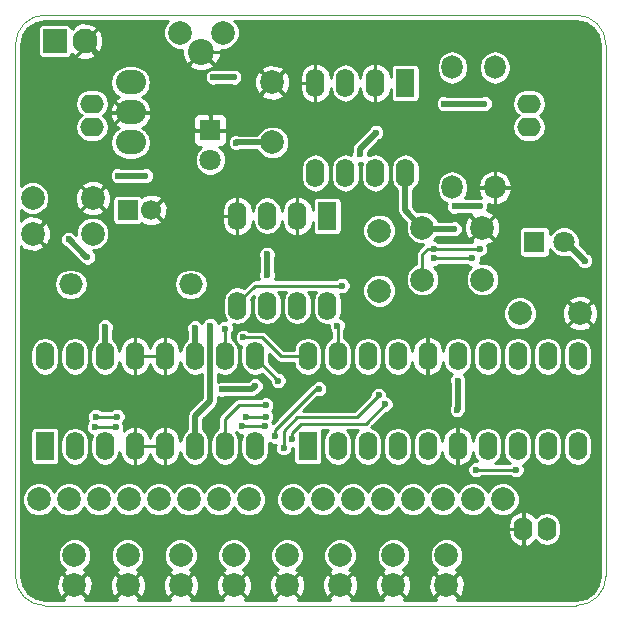
<source format=gbr>
G04 #@! TF.FileFunction,Copper,L2,Bot,Signal*
%FSLAX46Y46*%
G04 Gerber Fmt 4.6, Leading zero omitted, Abs format (unit mm)*
G04 Created by KiCad (PCBNEW 4.0.2+dfsg1-stable) date Mon 02 Okt 2017 19:03:43 CEST*
%MOMM*%
G01*
G04 APERTURE LIST*
%ADD10C,0.100000*%
%ADD11R,2.000000X2.000000*%
%ADD12C,2.100000*%
%ADD13C,2.000000*%
%ADD14C,1.700000*%
%ADD15R,1.700000X1.700000*%
%ADD16R,1.800000X1.800000*%
%ADD17C,1.800000*%
%ADD18O,2.540000X2.032000*%
%ADD19R,1.600000X2.400000*%
%ADD20O,1.600000X2.400000*%
%ADD21C,2.200000*%
%ADD22O,1.800000X2.000000*%
%ADD23O,2.000000X1.800000*%
%ADD24O,2.000000X1.600000*%
%ADD25O,1.600000X2.000000*%
%ADD26C,0.600000*%
%ADD27C,0.250000*%
%ADD28C,0.500000*%
G04 APERTURE END LIST*
D10*
X0Y2500000D02*
G75*
G03X2500000Y0I2500000J0D01*
G01*
X47500000Y0D02*
G75*
G03X50000000Y2500000I0J2500000D01*
G01*
X50000000Y2500000D02*
X50000000Y47500000D01*
X2500000Y0D02*
X47500000Y0D01*
X0Y47500000D02*
X0Y2500000D01*
X50000000Y47500000D02*
G75*
G03X47500000Y50000000I-2500000J0D01*
G01*
X2500000Y50000000D02*
G75*
G03X0Y47500000I0J-2500000D01*
G01*
X2500000Y50000000D02*
X47500000Y50000000D01*
D11*
X3330000Y47800000D03*
D12*
X5870000Y47800000D03*
D13*
X1460000Y34500000D03*
X6540000Y34500000D03*
D14*
X11500000Y33500000D03*
D15*
X9500000Y33500000D03*
D13*
X1460000Y31500000D03*
X6540000Y31500000D03*
X47790000Y24750000D03*
X42710000Y24750000D03*
X39540000Y32000000D03*
X34460000Y32000000D03*
X39540000Y27600000D03*
X34460000Y27600000D03*
D16*
X43950000Y30800000D03*
D17*
X46450000Y30800000D03*
D13*
X21750000Y39210000D03*
X21750000Y44290000D03*
X30800000Y31740000D03*
X30800000Y26660000D03*
D16*
X16500000Y40250000D03*
D17*
X16500000Y37710000D03*
D13*
X5000000Y1730000D03*
X5000000Y4270000D03*
X9500000Y1730000D03*
X9500000Y4270000D03*
X14000000Y1730000D03*
X14000000Y4270000D03*
X18500000Y1730000D03*
X18500000Y4270000D03*
X23000000Y1730000D03*
X23000000Y4270000D03*
X27500000Y1730000D03*
X27500000Y4270000D03*
X32000000Y1730000D03*
X32000000Y4270000D03*
X36500000Y1730000D03*
X36500000Y4270000D03*
D18*
X9750000Y41750000D03*
X9750000Y39210000D03*
X9750000Y44290000D03*
D19*
X2500000Y13500000D03*
D20*
X20280000Y21120000D03*
X5040000Y13500000D03*
X17740000Y21120000D03*
X7580000Y13500000D03*
X15200000Y21120000D03*
X10120000Y13500000D03*
X12660000Y21120000D03*
X12660000Y13500000D03*
X10120000Y21120000D03*
X15200000Y13500000D03*
X7580000Y21120000D03*
X17740000Y13500000D03*
X5040000Y21120000D03*
X20280000Y13500000D03*
X2500000Y21120000D03*
D19*
X24750000Y13500000D03*
D20*
X47610000Y21120000D03*
X27290000Y13500000D03*
X45070000Y21120000D03*
X29830000Y13500000D03*
X42530000Y21120000D03*
X32370000Y13500000D03*
X39990000Y21120000D03*
X34910000Y13500000D03*
X37450000Y21120000D03*
X37450000Y13500000D03*
X34910000Y21120000D03*
X39990000Y13500000D03*
X32370000Y21120000D03*
X42530000Y13500000D03*
X29830000Y21120000D03*
X45070000Y13500000D03*
X27290000Y21120000D03*
X47610000Y13500000D03*
X24750000Y21120000D03*
D19*
X26400000Y33000000D03*
D20*
X18780000Y25380000D03*
X23860000Y33000000D03*
X21320000Y25380000D03*
X21320000Y33000000D03*
X23860000Y25380000D03*
X18780000Y33000000D03*
X26400000Y25380000D03*
D19*
X33000000Y44250000D03*
D20*
X25380000Y36630000D03*
X30460000Y44250000D03*
X27920000Y36630000D03*
X27920000Y44250000D03*
X30460000Y36630000D03*
X25380000Y44250000D03*
X33000000Y36630000D03*
D21*
X15750000Y46900000D03*
D13*
X17550000Y48500000D03*
X13950000Y48500000D03*
X23500000Y9000000D03*
X26040000Y9000000D03*
X28580000Y9000000D03*
X31120000Y9000000D03*
X33660000Y9000000D03*
X36200000Y9000000D03*
X38740000Y9000000D03*
X41280000Y9000000D03*
X2000000Y9000000D03*
X4540000Y9000000D03*
X7080000Y9000000D03*
X9620000Y9000000D03*
X12160000Y9000000D03*
X14700000Y9000000D03*
X17240000Y9000000D03*
X19780000Y9000000D03*
D22*
X37000000Y35400000D03*
X37000000Y45560000D03*
X40600000Y35400000D03*
X40600000Y45560000D03*
D23*
X4700000Y27200000D03*
X14860000Y27200000D03*
D24*
X6500000Y42500000D03*
X6500000Y40500000D03*
X43500000Y40500000D03*
X43500000Y42500000D03*
D25*
X43000000Y6500000D03*
X45000000Y6500000D03*
D26*
X33800000Y6600000D03*
X38600000Y6600000D03*
X9750000Y46500000D03*
X1800000Y45300000D03*
X32820000Y24890000D03*
X32600000Y31400000D03*
X19000000Y27600000D03*
X43600000Y27200000D03*
X39200000Y23500000D03*
X30800000Y34300000D03*
X11760000Y26920000D03*
X45680000Y35870000D03*
X20380000Y35800000D03*
X45200000Y10670000D03*
X37800000Y38800000D03*
X35000000Y39000000D03*
X40400000Y38800000D03*
X12600000Y17000000D03*
X17600000Y17000000D03*
X33300000Y16600000D03*
X28600000Y16900000D03*
X24400000Y27800000D03*
X3400000Y37500000D03*
X40100000Y15700000D03*
X46500000Y16600000D03*
X23700000Y19000000D03*
X22200000Y17700000D03*
X5200000Y24800000D03*
X2200000Y26900000D03*
X5300000Y17500000D03*
X37150000Y31900000D03*
X21300000Y29750000D03*
X21300000Y28000000D03*
X37400000Y16600000D03*
X37450000Y19050000D03*
X18700000Y39200000D03*
X27650000Y27100000D03*
X35400000Y30200000D03*
X39300000Y30200000D03*
X35400000Y29400000D03*
X38700000Y29400000D03*
X48200000Y29200000D03*
X8700000Y36400000D03*
X11000000Y36400000D03*
X15200000Y23500000D03*
X7600000Y23600000D03*
X6100000Y29500000D03*
X4500000Y31000000D03*
X39300000Y33800000D03*
X37200000Y33800000D03*
X20300000Y18600000D03*
X17500000Y18300000D03*
X39700000Y42500000D03*
X36300000Y42500000D03*
X30525000Y40050000D03*
X29150000Y38200000D03*
X16500000Y23700000D03*
X16750000Y44750000D03*
X18500000Y44750000D03*
X25700000Y18350000D03*
X21950000Y14350000D03*
X22700000Y13350000D03*
X30750000Y17800000D03*
X23400000Y14100000D03*
X31300000Y17050000D03*
X39000000Y11500000D03*
X42400000Y11500000D03*
X6800000Y16000000D03*
X8600000Y16000000D03*
X19500000Y16000000D03*
X21200000Y16000000D03*
X22250000Y19050000D03*
X6700000Y15100000D03*
X8500000Y15100000D03*
X19200000Y15200000D03*
X21100000Y15200000D03*
X17750000Y23450000D03*
X27250000Y23700000D03*
X21200000Y17000000D03*
X19300000Y22700000D03*
D27*
X39970000Y5230000D02*
X38600000Y6600000D01*
X41740000Y5230000D02*
X39970000Y5230000D01*
X38600000Y6600000D02*
X33800000Y6600000D01*
X38700000Y6500000D02*
X38600000Y6600000D01*
D28*
X6900000Y46700000D02*
X7650000Y45950000D01*
X7650000Y45950000D02*
X9750000Y46500000D01*
X5870000Y47800000D02*
X6900000Y46700000D01*
D27*
X5870000Y47800000D02*
X5870000Y47270000D01*
X5870000Y47270000D02*
X3900000Y45300000D01*
X3900000Y45300000D02*
X1800000Y45300000D01*
X32820000Y24890000D02*
X32820000Y31180000D01*
X34915000Y23005000D02*
X32820000Y24890000D01*
X34910000Y21120000D02*
X34915000Y23005000D01*
X32820000Y31180000D02*
X32600000Y31400000D01*
X18780000Y33000000D02*
X18780000Y27820000D01*
X18780000Y27820000D02*
X19000000Y27600000D01*
X43600000Y27200000D02*
X42100000Y27200000D01*
X46535665Y25974335D02*
X43600000Y27200000D01*
X39200000Y24300000D02*
X39200000Y23500000D01*
X42100000Y27200000D02*
X39200000Y24300000D01*
X23860000Y33000000D02*
X23860000Y34760000D01*
X30300000Y34800000D02*
X30800000Y34300000D01*
X23900000Y34800000D02*
X30300000Y34800000D01*
X23860000Y34760000D02*
X23900000Y34800000D01*
X15750000Y46900000D02*
X17570000Y46900000D01*
X17570000Y46900000D02*
X17820000Y46650000D01*
X9750000Y41750000D02*
X9360000Y41750000D01*
X9360000Y41750000D02*
X8180000Y40570000D01*
X8200000Y40570000D02*
X8210000Y40560000D01*
X8180000Y40570000D02*
X8200000Y40570000D01*
X9750000Y41750000D02*
X9310000Y41750000D01*
X9310000Y41750000D02*
X8100000Y42960000D01*
X11500000Y33500000D02*
X12730000Y32270000D01*
X11760000Y29620000D02*
X11760000Y26920000D01*
X12730000Y30590000D02*
X11760000Y29620000D01*
X12730000Y32270000D02*
X12730000Y30590000D01*
X43000000Y6500000D02*
X43000000Y6490000D01*
X47790000Y24750000D02*
X47760000Y24750000D01*
X47760000Y24750000D02*
X46535665Y25974335D01*
X40600000Y35400000D02*
X40600000Y35410000D01*
X40600000Y35410000D02*
X42210000Y35420000D01*
X42210000Y35420000D02*
X45730000Y35420000D01*
X45730000Y35420000D02*
X45680000Y35870000D01*
X18780000Y33000000D02*
X18785000Y34905000D01*
X18785000Y34905000D02*
X20380000Y35800000D01*
X46570000Y25960000D02*
X46535665Y25974335D01*
X43000000Y6500000D02*
X43000000Y8470000D01*
X43000000Y8470000D02*
X45200000Y10670000D01*
X40400000Y38800000D02*
X37800000Y38800000D01*
X37500000Y39000000D02*
X37800000Y38800000D01*
X30450000Y42360000D02*
X30460000Y44250000D01*
X34490000Y38320000D02*
X35000000Y39000000D01*
X30450000Y42360000D02*
X34490000Y38320000D01*
X35000000Y39000000D02*
X37500000Y39000000D01*
X33300000Y19100000D02*
X33300000Y16600000D01*
X28300000Y19100000D02*
X28300000Y17200000D01*
X28300000Y17200000D02*
X28600000Y16900000D01*
X23860000Y33000000D02*
X23860000Y28340000D01*
X23860000Y28340000D02*
X24400000Y27800000D01*
X6540000Y34500000D02*
X6390000Y34650000D01*
X6390000Y34650000D02*
X3950000Y37090000D01*
X3950000Y37090000D02*
X3400000Y37500000D01*
X40100000Y15700000D02*
X45600000Y15700000D01*
X34910000Y16690000D02*
X35900000Y15700000D01*
X35900000Y15700000D02*
X40100000Y15700000D01*
X34910000Y21120000D02*
X34910000Y16690000D01*
X45600000Y15700000D02*
X46500000Y16600000D01*
X23700000Y19000000D02*
X23500000Y19000000D01*
X23800000Y19100000D02*
X23700000Y19000000D01*
X33900000Y18200000D02*
X33300000Y19100000D01*
X33300000Y19100000D02*
X28300000Y19100000D01*
X28300000Y19100000D02*
X23800000Y19100000D01*
X34910000Y19210000D02*
X33900000Y18200000D01*
X23500000Y19000000D02*
X22200000Y17700000D01*
X34910000Y21120000D02*
X34910000Y19210000D01*
X5200000Y24800000D02*
X4300000Y24800000D01*
X10120000Y24080000D02*
X9400000Y24800000D01*
X9400000Y24800000D02*
X5200000Y24800000D01*
X10120000Y21120000D02*
X10120000Y24080000D01*
X4300000Y24800000D02*
X2200000Y26900000D01*
X12600000Y17000000D02*
X5800000Y17000000D01*
X12660000Y17060000D02*
X12600000Y17000000D01*
X12660000Y21120000D02*
X12660000Y17060000D01*
X5800000Y17000000D02*
X5300000Y17500000D01*
D28*
X34460000Y32000000D02*
X34560000Y31900000D01*
X34560000Y31900000D02*
X37150000Y31900000D01*
X21300000Y28000000D02*
X21300000Y29750000D01*
X37400000Y16600000D02*
X37450000Y16650000D01*
X37450000Y16650000D02*
X37450000Y19050000D01*
X18710000Y39210000D02*
X21750000Y39210000D01*
X18700000Y39200000D02*
X18710000Y39210000D01*
X33000000Y36630000D02*
X33000000Y33460000D01*
X33000000Y33460000D02*
X34460000Y32000000D01*
D27*
X34460000Y27600000D02*
X34460000Y29760000D01*
X34900000Y30200000D02*
X35400000Y30200000D01*
X34460000Y29760000D02*
X34900000Y30200000D01*
X18780000Y25380000D02*
X18780000Y25580000D01*
X18780000Y25580000D02*
X20300000Y27100000D01*
X20300000Y27100000D02*
X27650000Y27100000D01*
X35400000Y30200000D02*
X39300000Y30200000D01*
X38700000Y29400000D02*
X35400000Y29400000D01*
D28*
X48200000Y29200000D02*
X46600000Y30800000D01*
X46600000Y30800000D02*
X46450000Y30800000D01*
X11000000Y36400000D02*
X8700000Y36400000D01*
X15200000Y21120000D02*
X15200000Y23500000D01*
X7580000Y23580000D02*
X7580000Y21120000D01*
X7600000Y23600000D02*
X7580000Y23580000D01*
X6000000Y29500000D02*
X6100000Y29500000D01*
X4500000Y31000000D02*
X6000000Y29500000D01*
X39300000Y33800000D02*
X37200000Y33800000D01*
X20300000Y18600000D02*
X20000000Y18300000D01*
X20000000Y18300000D02*
X17500000Y18300000D01*
X39700000Y42500000D02*
X36300000Y42500000D01*
X30525000Y40050000D02*
X29150000Y38675000D01*
X29150000Y38675000D02*
X29150000Y38200000D01*
X16500000Y23700000D02*
X16450000Y23650000D01*
X16450000Y23650000D02*
X16475000Y17325000D01*
X16475000Y17325000D02*
X15200000Y16050000D01*
X15200000Y13500000D02*
X15200000Y16050000D01*
X16750000Y44750000D02*
X18500000Y44750000D01*
D27*
X25450000Y18350000D02*
X25700000Y18350000D01*
X21950000Y14850000D02*
X25450000Y18350000D01*
X21950000Y14350000D02*
X21950000Y14850000D01*
X22700000Y13350000D02*
X22700000Y14800000D01*
X22700000Y14800000D02*
X23850000Y15950000D01*
X23850000Y15950000D02*
X28900000Y15950000D01*
X28900000Y15950000D02*
X30750000Y17800000D01*
X23400000Y14650000D02*
X23400000Y14100000D01*
X24150000Y15400000D02*
X23400000Y14650000D01*
X29650000Y15400000D02*
X24150000Y15400000D01*
X31300000Y17050000D02*
X29650000Y15400000D01*
X42400000Y11500000D02*
X39000000Y11500000D01*
X8600000Y16000000D02*
X6800000Y16000000D01*
X21200000Y16000000D02*
X19500000Y16000000D01*
X20280000Y21120000D02*
X20280000Y21020000D01*
X20280000Y21020000D02*
X22250000Y19050000D01*
X6700000Y15100000D02*
X8500000Y15100000D01*
X19200000Y15200000D02*
X21100000Y15200000D01*
X17740000Y21120000D02*
X17750000Y21130000D01*
X17750000Y21130000D02*
X17750000Y23450000D01*
X27250000Y23700000D02*
X27290000Y23660000D01*
X27290000Y23660000D02*
X27290000Y21120000D01*
X17740000Y13500000D02*
X17740000Y15840000D01*
X18900000Y17000000D02*
X21200000Y17000000D01*
X17740000Y15840000D02*
X18900000Y17000000D01*
X24750000Y21120000D02*
X22480000Y21120000D01*
X20900000Y22700000D02*
X19300000Y22700000D01*
X22480000Y21120000D02*
X20900000Y22700000D01*
X39990000Y21120000D02*
X39990000Y22110000D01*
G36*
X12742649Y49308251D02*
X12525248Y48784693D01*
X12524754Y48217794D01*
X12741240Y47693857D01*
X13141749Y47292649D01*
X13665307Y47075248D01*
X14128753Y47074844D01*
X14117660Y46616151D01*
X14350539Y46013088D01*
X14395050Y45946473D01*
X14653715Y45839070D01*
X15714645Y46900000D01*
X15700503Y46914142D01*
X15735858Y46949497D01*
X15750000Y46935355D01*
X15764143Y46949497D01*
X15799498Y46914142D01*
X15785355Y46900000D01*
X16846285Y45839070D01*
X17104950Y45946473D01*
X17366710Y46537573D01*
X17379711Y47075148D01*
X17832206Y47074754D01*
X18356143Y47291240D01*
X18757351Y47691749D01*
X18974752Y48215307D01*
X18975246Y48782206D01*
X18758760Y49306143D01*
X18540284Y49525000D01*
X47453217Y49525000D01*
X48271373Y49362259D01*
X48925311Y48925311D01*
X49362259Y48271373D01*
X49525000Y47453217D01*
X49525000Y2546783D01*
X49362259Y1728627D01*
X48925311Y1074689D01*
X48271373Y637741D01*
X47453217Y475000D01*
X37400285Y475000D01*
X37488823Y705822D01*
X36500000Y1694645D01*
X35511177Y705822D01*
X35599715Y475000D01*
X32900285Y475000D01*
X32988823Y705822D01*
X32000000Y1694645D01*
X31011177Y705822D01*
X31099715Y475000D01*
X28400285Y475000D01*
X28488823Y705822D01*
X27500000Y1694645D01*
X26511177Y705822D01*
X26599715Y475000D01*
X23900285Y475000D01*
X23988823Y705822D01*
X23000000Y1694645D01*
X22011177Y705822D01*
X22099715Y475000D01*
X19400285Y475000D01*
X19488823Y705822D01*
X18500000Y1694645D01*
X17511177Y705822D01*
X17599715Y475000D01*
X14900285Y475000D01*
X14988823Y705822D01*
X14000000Y1694645D01*
X13011177Y705822D01*
X13099715Y475000D01*
X10400285Y475000D01*
X10488823Y705822D01*
X9500000Y1694645D01*
X8511177Y705822D01*
X8599715Y475000D01*
X5900285Y475000D01*
X5988823Y705822D01*
X5000000Y1694645D01*
X4011177Y705822D01*
X4099715Y475000D01*
X2546783Y475000D01*
X1728627Y637741D01*
X1074689Y1074689D01*
X815827Y1462103D01*
X3468376Y1462103D01*
X3687484Y896368D01*
X3727546Y836410D01*
X3975822Y741177D01*
X4964645Y1730000D01*
X5035355Y1730000D01*
X6024178Y741177D01*
X6272454Y836410D01*
X6517556Y1391378D01*
X6519196Y1462103D01*
X7968376Y1462103D01*
X8187484Y896368D01*
X8227546Y836410D01*
X8475822Y741177D01*
X9464645Y1730000D01*
X9535355Y1730000D01*
X10524178Y741177D01*
X10772454Y836410D01*
X11017556Y1391378D01*
X11019196Y1462103D01*
X12468376Y1462103D01*
X12687484Y896368D01*
X12727546Y836410D01*
X12975822Y741177D01*
X13964645Y1730000D01*
X14035355Y1730000D01*
X15024178Y741177D01*
X15272454Y836410D01*
X15517556Y1391378D01*
X15519196Y1462103D01*
X16968376Y1462103D01*
X17187484Y896368D01*
X17227546Y836410D01*
X17475822Y741177D01*
X18464645Y1730000D01*
X18535355Y1730000D01*
X19524178Y741177D01*
X19772454Y836410D01*
X20017556Y1391378D01*
X20019196Y1462103D01*
X21468376Y1462103D01*
X21687484Y896368D01*
X21727546Y836410D01*
X21975822Y741177D01*
X22964645Y1730000D01*
X23035355Y1730000D01*
X24024178Y741177D01*
X24272454Y836410D01*
X24517556Y1391378D01*
X24519196Y1462103D01*
X25968376Y1462103D01*
X26187484Y896368D01*
X26227546Y836410D01*
X26475822Y741177D01*
X27464645Y1730000D01*
X27535355Y1730000D01*
X28524178Y741177D01*
X28772454Y836410D01*
X29017556Y1391378D01*
X29019196Y1462103D01*
X30468376Y1462103D01*
X30687484Y896368D01*
X30727546Y836410D01*
X30975822Y741177D01*
X31964645Y1730000D01*
X32035355Y1730000D01*
X33024178Y741177D01*
X33272454Y836410D01*
X33517556Y1391378D01*
X33519196Y1462103D01*
X34968376Y1462103D01*
X35187484Y896368D01*
X35227546Y836410D01*
X35475822Y741177D01*
X36464645Y1730000D01*
X36535355Y1730000D01*
X37524178Y741177D01*
X37772454Y836410D01*
X38017556Y1391378D01*
X38031624Y1997897D01*
X37812516Y2563632D01*
X37772454Y2623590D01*
X37524178Y2718823D01*
X36535355Y1730000D01*
X36464645Y1730000D01*
X35475822Y2718823D01*
X35227546Y2623590D01*
X34982444Y2068622D01*
X34968376Y1462103D01*
X33519196Y1462103D01*
X33531624Y1997897D01*
X33312516Y2563632D01*
X33272454Y2623590D01*
X33024178Y2718823D01*
X32035355Y1730000D01*
X31964645Y1730000D01*
X30975822Y2718823D01*
X30727546Y2623590D01*
X30482444Y2068622D01*
X30468376Y1462103D01*
X29019196Y1462103D01*
X29031624Y1997897D01*
X28812516Y2563632D01*
X28772454Y2623590D01*
X28524178Y2718823D01*
X27535355Y1730000D01*
X27464645Y1730000D01*
X26475822Y2718823D01*
X26227546Y2623590D01*
X25982444Y2068622D01*
X25968376Y1462103D01*
X24519196Y1462103D01*
X24531624Y1997897D01*
X24312516Y2563632D01*
X24272454Y2623590D01*
X24024178Y2718823D01*
X23035355Y1730000D01*
X22964645Y1730000D01*
X21975822Y2718823D01*
X21727546Y2623590D01*
X21482444Y2068622D01*
X21468376Y1462103D01*
X20019196Y1462103D01*
X20031624Y1997897D01*
X19812516Y2563632D01*
X19772454Y2623590D01*
X19524178Y2718823D01*
X18535355Y1730000D01*
X18464645Y1730000D01*
X17475822Y2718823D01*
X17227546Y2623590D01*
X16982444Y2068622D01*
X16968376Y1462103D01*
X15519196Y1462103D01*
X15531624Y1997897D01*
X15312516Y2563632D01*
X15272454Y2623590D01*
X15024178Y2718823D01*
X14035355Y1730000D01*
X13964645Y1730000D01*
X12975822Y2718823D01*
X12727546Y2623590D01*
X12482444Y2068622D01*
X12468376Y1462103D01*
X11019196Y1462103D01*
X11031624Y1997897D01*
X10812516Y2563632D01*
X10772454Y2623590D01*
X10524178Y2718823D01*
X9535355Y1730000D01*
X9464645Y1730000D01*
X8475822Y2718823D01*
X8227546Y2623590D01*
X7982444Y2068622D01*
X7968376Y1462103D01*
X6519196Y1462103D01*
X6531624Y1997897D01*
X6312516Y2563632D01*
X6272454Y2623590D01*
X6024178Y2718823D01*
X5035355Y1730000D01*
X4964645Y1730000D01*
X3975822Y2718823D01*
X3727546Y2623590D01*
X3482444Y2068622D01*
X3468376Y1462103D01*
X815827Y1462103D01*
X637741Y1728627D01*
X475000Y2546783D01*
X475000Y3987794D01*
X3574754Y3987794D01*
X3791240Y3463857D01*
X4191749Y3062649D01*
X4204587Y3057318D01*
X4166368Y3042516D01*
X4106410Y3002454D01*
X4011177Y2754178D01*
X5000000Y1765355D01*
X5988823Y2754178D01*
X5893590Y3002454D01*
X5782554Y3051493D01*
X5806143Y3061240D01*
X6207351Y3461749D01*
X6424752Y3985307D01*
X6424754Y3987794D01*
X8074754Y3987794D01*
X8291240Y3463857D01*
X8691749Y3062649D01*
X8704587Y3057318D01*
X8666368Y3042516D01*
X8606410Y3002454D01*
X8511177Y2754178D01*
X9500000Y1765355D01*
X10488823Y2754178D01*
X10393590Y3002454D01*
X10282554Y3051493D01*
X10306143Y3061240D01*
X10707351Y3461749D01*
X10924752Y3985307D01*
X10924754Y3987794D01*
X12574754Y3987794D01*
X12791240Y3463857D01*
X13191749Y3062649D01*
X13204587Y3057318D01*
X13166368Y3042516D01*
X13106410Y3002454D01*
X13011177Y2754178D01*
X14000000Y1765355D01*
X14988823Y2754178D01*
X14893590Y3002454D01*
X14782554Y3051493D01*
X14806143Y3061240D01*
X15207351Y3461749D01*
X15424752Y3985307D01*
X15424754Y3987794D01*
X17074754Y3987794D01*
X17291240Y3463857D01*
X17691749Y3062649D01*
X17704587Y3057318D01*
X17666368Y3042516D01*
X17606410Y3002454D01*
X17511177Y2754178D01*
X18500000Y1765355D01*
X19488823Y2754178D01*
X19393590Y3002454D01*
X19282554Y3051493D01*
X19306143Y3061240D01*
X19707351Y3461749D01*
X19924752Y3985307D01*
X19924754Y3987794D01*
X21574754Y3987794D01*
X21791240Y3463857D01*
X22191749Y3062649D01*
X22204587Y3057318D01*
X22166368Y3042516D01*
X22106410Y3002454D01*
X22011177Y2754178D01*
X23000000Y1765355D01*
X23988823Y2754178D01*
X23893590Y3002454D01*
X23782554Y3051493D01*
X23806143Y3061240D01*
X24207351Y3461749D01*
X24424752Y3985307D01*
X24424754Y3987794D01*
X26074754Y3987794D01*
X26291240Y3463857D01*
X26691749Y3062649D01*
X26704587Y3057318D01*
X26666368Y3042516D01*
X26606410Y3002454D01*
X26511177Y2754178D01*
X27500000Y1765355D01*
X28488823Y2754178D01*
X28393590Y3002454D01*
X28282554Y3051493D01*
X28306143Y3061240D01*
X28707351Y3461749D01*
X28924752Y3985307D01*
X28924754Y3987794D01*
X30574754Y3987794D01*
X30791240Y3463857D01*
X31191749Y3062649D01*
X31204587Y3057318D01*
X31166368Y3042516D01*
X31106410Y3002454D01*
X31011177Y2754178D01*
X32000000Y1765355D01*
X32988823Y2754178D01*
X32893590Y3002454D01*
X32782554Y3051493D01*
X32806143Y3061240D01*
X33207351Y3461749D01*
X33424752Y3985307D01*
X33424754Y3987794D01*
X35074754Y3987794D01*
X35291240Y3463857D01*
X35691749Y3062649D01*
X35704587Y3057318D01*
X35666368Y3042516D01*
X35606410Y3002454D01*
X35511177Y2754178D01*
X36500000Y1765355D01*
X37488823Y2754178D01*
X37393590Y3002454D01*
X37282554Y3051493D01*
X37306143Y3061240D01*
X37707351Y3461749D01*
X37924752Y3985307D01*
X37925246Y4552206D01*
X37708760Y5076143D01*
X37308251Y5477351D01*
X36784693Y5694752D01*
X36217794Y5695246D01*
X35693857Y5478760D01*
X35292649Y5078251D01*
X35075248Y4554693D01*
X35074754Y3987794D01*
X33424754Y3987794D01*
X33425246Y4552206D01*
X33208760Y5076143D01*
X32808251Y5477351D01*
X32284693Y5694752D01*
X31717794Y5695246D01*
X31193857Y5478760D01*
X30792649Y5078251D01*
X30575248Y4554693D01*
X30574754Y3987794D01*
X28924754Y3987794D01*
X28925246Y4552206D01*
X28708760Y5076143D01*
X28308251Y5477351D01*
X27784693Y5694752D01*
X27217794Y5695246D01*
X26693857Y5478760D01*
X26292649Y5078251D01*
X26075248Y4554693D01*
X26074754Y3987794D01*
X24424754Y3987794D01*
X24425246Y4552206D01*
X24208760Y5076143D01*
X23808251Y5477351D01*
X23284693Y5694752D01*
X22717794Y5695246D01*
X22193857Y5478760D01*
X21792649Y5078251D01*
X21575248Y4554693D01*
X21574754Y3987794D01*
X19924754Y3987794D01*
X19925246Y4552206D01*
X19708760Y5076143D01*
X19308251Y5477351D01*
X18784693Y5694752D01*
X18217794Y5695246D01*
X17693857Y5478760D01*
X17292649Y5078251D01*
X17075248Y4554693D01*
X17074754Y3987794D01*
X15424754Y3987794D01*
X15425246Y4552206D01*
X15208760Y5076143D01*
X14808251Y5477351D01*
X14284693Y5694752D01*
X13717794Y5695246D01*
X13193857Y5478760D01*
X12792649Y5078251D01*
X12575248Y4554693D01*
X12574754Y3987794D01*
X10924754Y3987794D01*
X10925246Y4552206D01*
X10708760Y5076143D01*
X10308251Y5477351D01*
X9784693Y5694752D01*
X9217794Y5695246D01*
X8693857Y5478760D01*
X8292649Y5078251D01*
X8075248Y4554693D01*
X8074754Y3987794D01*
X6424754Y3987794D01*
X6425246Y4552206D01*
X6208760Y5076143D01*
X5808251Y5477351D01*
X5284693Y5694752D01*
X4717794Y5695246D01*
X4193857Y5478760D01*
X3792649Y5078251D01*
X3575248Y4554693D01*
X3574754Y3987794D01*
X475000Y3987794D01*
X475000Y6475000D01*
X41675000Y6475000D01*
X41675000Y6275000D01*
X41785427Y5769847D01*
X42080762Y5345406D01*
X42516042Y5066293D01*
X42768069Y4995457D01*
X42975000Y5106512D01*
X42975000Y6475000D01*
X41675000Y6475000D01*
X475000Y6475000D01*
X475000Y6725000D01*
X41675000Y6725000D01*
X41675000Y6525000D01*
X42975000Y6525000D01*
X42975000Y7893488D01*
X43025000Y7893488D01*
X43025000Y6525000D01*
X43045000Y6525000D01*
X43045000Y6475000D01*
X43025000Y6475000D01*
X43025000Y5106512D01*
X43231931Y4995457D01*
X43483958Y5066293D01*
X43919238Y5345406D01*
X44049302Y5532328D01*
X44133794Y5405877D01*
X44531213Y5140331D01*
X45000000Y5047083D01*
X45468787Y5140331D01*
X45866206Y5405877D01*
X46131752Y5803296D01*
X46225000Y6272083D01*
X46225000Y6727917D01*
X46131752Y7196704D01*
X45866206Y7594123D01*
X45468787Y7859669D01*
X45000000Y7952917D01*
X44531213Y7859669D01*
X44133794Y7594123D01*
X44049302Y7467672D01*
X43919238Y7654594D01*
X43483958Y7933707D01*
X43231931Y8004543D01*
X43025000Y7893488D01*
X42975000Y7893488D01*
X42768069Y8004543D01*
X42516042Y7933707D01*
X42080762Y7654594D01*
X41785427Y7230153D01*
X41675000Y6725000D01*
X475000Y6725000D01*
X475000Y8717794D01*
X574754Y8717794D01*
X791240Y8193857D01*
X1191749Y7792649D01*
X1715307Y7575248D01*
X2282206Y7574754D01*
X2806143Y7791240D01*
X3207351Y8191749D01*
X3269885Y8342347D01*
X3331240Y8193857D01*
X3731749Y7792649D01*
X4255307Y7575248D01*
X4822206Y7574754D01*
X5346143Y7791240D01*
X5747351Y8191749D01*
X5809885Y8342347D01*
X5871240Y8193857D01*
X6271749Y7792649D01*
X6795307Y7575248D01*
X7362206Y7574754D01*
X7886143Y7791240D01*
X8287351Y8191749D01*
X8349885Y8342347D01*
X8411240Y8193857D01*
X8811749Y7792649D01*
X9335307Y7575248D01*
X9902206Y7574754D01*
X10426143Y7791240D01*
X10827351Y8191749D01*
X10889885Y8342347D01*
X10951240Y8193857D01*
X11351749Y7792649D01*
X11875307Y7575248D01*
X12442206Y7574754D01*
X12966143Y7791240D01*
X13367351Y8191749D01*
X13429885Y8342347D01*
X13491240Y8193857D01*
X13891749Y7792649D01*
X14415307Y7575248D01*
X14982206Y7574754D01*
X15506143Y7791240D01*
X15907351Y8191749D01*
X15969885Y8342347D01*
X16031240Y8193857D01*
X16431749Y7792649D01*
X16955307Y7575248D01*
X17522206Y7574754D01*
X18046143Y7791240D01*
X18447351Y8191749D01*
X18509885Y8342347D01*
X18571240Y8193857D01*
X18971749Y7792649D01*
X19495307Y7575248D01*
X20062206Y7574754D01*
X20586143Y7791240D01*
X20987351Y8191749D01*
X21204752Y8715307D01*
X21204754Y8717794D01*
X22074754Y8717794D01*
X22291240Y8193857D01*
X22691749Y7792649D01*
X23215307Y7575248D01*
X23782206Y7574754D01*
X24306143Y7791240D01*
X24707351Y8191749D01*
X24769885Y8342347D01*
X24831240Y8193857D01*
X25231749Y7792649D01*
X25755307Y7575248D01*
X26322206Y7574754D01*
X26846143Y7791240D01*
X27247351Y8191749D01*
X27309885Y8342347D01*
X27371240Y8193857D01*
X27771749Y7792649D01*
X28295307Y7575248D01*
X28862206Y7574754D01*
X29386143Y7791240D01*
X29787351Y8191749D01*
X29849885Y8342347D01*
X29911240Y8193857D01*
X30311749Y7792649D01*
X30835307Y7575248D01*
X31402206Y7574754D01*
X31926143Y7791240D01*
X32327351Y8191749D01*
X32389885Y8342347D01*
X32451240Y8193857D01*
X32851749Y7792649D01*
X33375307Y7575248D01*
X33942206Y7574754D01*
X34466143Y7791240D01*
X34867351Y8191749D01*
X34929885Y8342347D01*
X34991240Y8193857D01*
X35391749Y7792649D01*
X35915307Y7575248D01*
X36482206Y7574754D01*
X37006143Y7791240D01*
X37407351Y8191749D01*
X37469885Y8342347D01*
X37531240Y8193857D01*
X37931749Y7792649D01*
X38455307Y7575248D01*
X39022206Y7574754D01*
X39546143Y7791240D01*
X39947351Y8191749D01*
X40009885Y8342347D01*
X40071240Y8193857D01*
X40471749Y7792649D01*
X40995307Y7575248D01*
X41562206Y7574754D01*
X42086143Y7791240D01*
X42487351Y8191749D01*
X42704752Y8715307D01*
X42705246Y9282206D01*
X42488760Y9806143D01*
X42088251Y10207351D01*
X41564693Y10424752D01*
X40997794Y10425246D01*
X40473857Y10208760D01*
X40072649Y9808251D01*
X40010115Y9657653D01*
X39948760Y9806143D01*
X39548251Y10207351D01*
X39024693Y10424752D01*
X38457794Y10425246D01*
X37933857Y10208760D01*
X37532649Y9808251D01*
X37470115Y9657653D01*
X37408760Y9806143D01*
X37008251Y10207351D01*
X36484693Y10424752D01*
X35917794Y10425246D01*
X35393857Y10208760D01*
X34992649Y9808251D01*
X34930115Y9657653D01*
X34868760Y9806143D01*
X34468251Y10207351D01*
X33944693Y10424752D01*
X33377794Y10425246D01*
X32853857Y10208760D01*
X32452649Y9808251D01*
X32390115Y9657653D01*
X32328760Y9806143D01*
X31928251Y10207351D01*
X31404693Y10424752D01*
X30837794Y10425246D01*
X30313857Y10208760D01*
X29912649Y9808251D01*
X29850115Y9657653D01*
X29788760Y9806143D01*
X29388251Y10207351D01*
X28864693Y10424752D01*
X28297794Y10425246D01*
X27773857Y10208760D01*
X27372649Y9808251D01*
X27310115Y9657653D01*
X27248760Y9806143D01*
X26848251Y10207351D01*
X26324693Y10424752D01*
X25757794Y10425246D01*
X25233857Y10208760D01*
X24832649Y9808251D01*
X24770115Y9657653D01*
X24708760Y9806143D01*
X24308251Y10207351D01*
X23784693Y10424752D01*
X23217794Y10425246D01*
X22693857Y10208760D01*
X22292649Y9808251D01*
X22075248Y9284693D01*
X22074754Y8717794D01*
X21204754Y8717794D01*
X21205246Y9282206D01*
X20988760Y9806143D01*
X20588251Y10207351D01*
X20064693Y10424752D01*
X19497794Y10425246D01*
X18973857Y10208760D01*
X18572649Y9808251D01*
X18510115Y9657653D01*
X18448760Y9806143D01*
X18048251Y10207351D01*
X17524693Y10424752D01*
X16957794Y10425246D01*
X16433857Y10208760D01*
X16032649Y9808251D01*
X15970115Y9657653D01*
X15908760Y9806143D01*
X15508251Y10207351D01*
X14984693Y10424752D01*
X14417794Y10425246D01*
X13893857Y10208760D01*
X13492649Y9808251D01*
X13430115Y9657653D01*
X13368760Y9806143D01*
X12968251Y10207351D01*
X12444693Y10424752D01*
X11877794Y10425246D01*
X11353857Y10208760D01*
X10952649Y9808251D01*
X10890115Y9657653D01*
X10828760Y9806143D01*
X10428251Y10207351D01*
X9904693Y10424752D01*
X9337794Y10425246D01*
X8813857Y10208760D01*
X8412649Y9808251D01*
X8350115Y9657653D01*
X8288760Y9806143D01*
X7888251Y10207351D01*
X7364693Y10424752D01*
X6797794Y10425246D01*
X6273857Y10208760D01*
X5872649Y9808251D01*
X5810115Y9657653D01*
X5748760Y9806143D01*
X5348251Y10207351D01*
X4824693Y10424752D01*
X4257794Y10425246D01*
X3733857Y10208760D01*
X3332649Y9808251D01*
X3270115Y9657653D01*
X3208760Y9806143D01*
X2808251Y10207351D01*
X2284693Y10424752D01*
X1717794Y10425246D01*
X1193857Y10208760D01*
X792649Y9808251D01*
X575248Y9284693D01*
X574754Y8717794D01*
X475000Y8717794D01*
X475000Y14700000D01*
X1266674Y14700000D01*
X1266674Y12300000D01*
X1296309Y12142504D01*
X1389389Y11997854D01*
X1531412Y11900814D01*
X1700000Y11866674D01*
X3300000Y11866674D01*
X3457496Y11896309D01*
X3602146Y11989389D01*
X3699186Y12131412D01*
X3733326Y12300000D01*
X3733326Y13931836D01*
X3815000Y13931836D01*
X3815000Y13068164D01*
X3908248Y12599377D01*
X4173794Y12201958D01*
X4571213Y11936412D01*
X5040000Y11843164D01*
X5508787Y11936412D01*
X5906206Y12201958D01*
X6171752Y12599377D01*
X6265000Y13068164D01*
X6265000Y13931836D01*
X6171752Y14400623D01*
X5906206Y14798042D01*
X5669175Y14956421D01*
X5974874Y14956421D01*
X6085016Y14689857D01*
X6288784Y14485733D01*
X6458131Y14415414D01*
X6448248Y14400623D01*
X6355000Y13931836D01*
X6355000Y13068164D01*
X6448248Y12599377D01*
X6713794Y12201958D01*
X7111213Y11936412D01*
X7580000Y11843164D01*
X8048787Y11936412D01*
X8446206Y12201958D01*
X8711752Y12599377D01*
X8800948Y13047792D01*
X8905427Y12569847D01*
X9200762Y12145406D01*
X9636042Y11866293D01*
X9888069Y11795457D01*
X10095000Y11906512D01*
X10095000Y13475000D01*
X10145000Y13475000D01*
X10145000Y11906512D01*
X10351931Y11795457D01*
X10603958Y11866293D01*
X11039238Y12145406D01*
X11334573Y12569847D01*
X11390000Y12823400D01*
X11445427Y12569847D01*
X11740762Y12145406D01*
X12176042Y11866293D01*
X12428069Y11795457D01*
X12635000Y11906512D01*
X12635000Y13475000D01*
X10145000Y13475000D01*
X10095000Y13475000D01*
X10075000Y13475000D01*
X10075000Y13525000D01*
X10095000Y13525000D01*
X10095000Y15093488D01*
X10145000Y15093488D01*
X10145000Y13525000D01*
X12635000Y13525000D01*
X12635000Y15093488D01*
X12428069Y15204543D01*
X12176042Y15133707D01*
X11740762Y14854594D01*
X11445427Y14430153D01*
X11390000Y14176600D01*
X11334573Y14430153D01*
X11039238Y14854594D01*
X10603958Y15133707D01*
X10351931Y15204543D01*
X10145000Y15093488D01*
X10095000Y15093488D01*
X9888069Y15204543D01*
X9636042Y15133707D01*
X9200762Y14854594D01*
X9157005Y14791708D01*
X9224874Y14955156D01*
X9225126Y15243579D01*
X9120972Y15495651D01*
X9214267Y15588784D01*
X9324874Y15855156D01*
X9325126Y16143579D01*
X9214984Y16410143D01*
X9011216Y16614267D01*
X8744844Y16724874D01*
X8456421Y16725126D01*
X8189857Y16614984D01*
X8124759Y16550000D01*
X7275371Y16550000D01*
X7211216Y16614267D01*
X6944844Y16724874D01*
X6656421Y16725126D01*
X6389857Y16614984D01*
X6185733Y16411216D01*
X6075126Y16144844D01*
X6074874Y15856421D01*
X6179028Y15604349D01*
X6085733Y15511216D01*
X5975126Y15244844D01*
X5974874Y14956421D01*
X5669175Y14956421D01*
X5508787Y15063588D01*
X5040000Y15156836D01*
X4571213Y15063588D01*
X4173794Y14798042D01*
X3908248Y14400623D01*
X3815000Y13931836D01*
X3733326Y13931836D01*
X3733326Y14700000D01*
X3703691Y14857496D01*
X3610611Y15002146D01*
X3468588Y15099186D01*
X3300000Y15133326D01*
X1700000Y15133326D01*
X1542504Y15103691D01*
X1397854Y15010611D01*
X1300814Y14868588D01*
X1266674Y14700000D01*
X475000Y14700000D01*
X475000Y21551836D01*
X1275000Y21551836D01*
X1275000Y20688164D01*
X1368248Y20219377D01*
X1633794Y19821958D01*
X2031213Y19556412D01*
X2500000Y19463164D01*
X2968787Y19556412D01*
X3366206Y19821958D01*
X3631752Y20219377D01*
X3725000Y20688164D01*
X3725000Y21551836D01*
X3815000Y21551836D01*
X3815000Y20688164D01*
X3908248Y20219377D01*
X4173794Y19821958D01*
X4571213Y19556412D01*
X5040000Y19463164D01*
X5508787Y19556412D01*
X5906206Y19821958D01*
X6171752Y20219377D01*
X6265000Y20688164D01*
X6265000Y21551836D01*
X6355000Y21551836D01*
X6355000Y20688164D01*
X6448248Y20219377D01*
X6713794Y19821958D01*
X7111213Y19556412D01*
X7580000Y19463164D01*
X8048787Y19556412D01*
X8446206Y19821958D01*
X8711752Y20219377D01*
X8800948Y20667792D01*
X8905427Y20189847D01*
X9200762Y19765406D01*
X9636042Y19486293D01*
X9888069Y19415457D01*
X10095000Y19526512D01*
X10095000Y21095000D01*
X10145000Y21095000D01*
X10145000Y19526512D01*
X10351931Y19415457D01*
X10603958Y19486293D01*
X11039238Y19765406D01*
X11334573Y20189847D01*
X11390000Y20443400D01*
X11445427Y20189847D01*
X11740762Y19765406D01*
X12176042Y19486293D01*
X12428069Y19415457D01*
X12635000Y19526512D01*
X12635000Y21095000D01*
X10145000Y21095000D01*
X10095000Y21095000D01*
X10075000Y21095000D01*
X10075000Y21145000D01*
X10095000Y21145000D01*
X10095000Y22713488D01*
X10145000Y22713488D01*
X10145000Y21145000D01*
X12635000Y21145000D01*
X12635000Y22713488D01*
X12685000Y22713488D01*
X12685000Y21145000D01*
X12705000Y21145000D01*
X12705000Y21095000D01*
X12685000Y21095000D01*
X12685000Y19526512D01*
X12891931Y19415457D01*
X13143958Y19486293D01*
X13579238Y19765406D01*
X13874573Y20189847D01*
X13979052Y20667792D01*
X14068248Y20219377D01*
X14333794Y19821958D01*
X14731213Y19556412D01*
X15200000Y19463164D01*
X15668787Y19556412D01*
X15790852Y19637973D01*
X15798894Y17603488D01*
X14722703Y16527297D01*
X14576381Y16308312D01*
X14543614Y16143579D01*
X14525000Y16050000D01*
X14525000Y14925801D01*
X14333794Y14798042D01*
X14068248Y14400623D01*
X13979052Y13952208D01*
X13874573Y14430153D01*
X13579238Y14854594D01*
X13143958Y15133707D01*
X12891931Y15204543D01*
X12685000Y15093488D01*
X12685000Y13525000D01*
X12705000Y13525000D01*
X12705000Y13475000D01*
X12685000Y13475000D01*
X12685000Y11906512D01*
X12891931Y11795457D01*
X13143958Y11866293D01*
X13579238Y12145406D01*
X13874573Y12569847D01*
X13979052Y13047792D01*
X14068248Y12599377D01*
X14333794Y12201958D01*
X14731213Y11936412D01*
X15200000Y11843164D01*
X15668787Y11936412D01*
X16066206Y12201958D01*
X16331752Y12599377D01*
X16425000Y13068164D01*
X16425000Y13931836D01*
X16515000Y13931836D01*
X16515000Y13068164D01*
X16608248Y12599377D01*
X16873794Y12201958D01*
X17271213Y11936412D01*
X17740000Y11843164D01*
X18208787Y11936412D01*
X18606206Y12201958D01*
X18871752Y12599377D01*
X18965000Y13068164D01*
X18965000Y13931836D01*
X18871752Y14400623D01*
X18665641Y14709092D01*
X18788784Y14585733D01*
X19055156Y14475126D01*
X19197946Y14475001D01*
X19148248Y14400623D01*
X19055000Y13931836D01*
X19055000Y13068164D01*
X19148248Y12599377D01*
X19413794Y12201958D01*
X19811213Y11936412D01*
X20280000Y11843164D01*
X20748787Y11936412D01*
X21146206Y12201958D01*
X21411752Y12599377D01*
X21505000Y13068164D01*
X21505000Y13769576D01*
X21538784Y13735733D01*
X21805156Y13625126D01*
X22029142Y13624930D01*
X21975126Y13494844D01*
X21974874Y13206421D01*
X22085016Y12939857D01*
X22288784Y12735733D01*
X22555156Y12625126D01*
X22843579Y12624874D01*
X23110143Y12735016D01*
X23314267Y12938784D01*
X23424874Y13205156D01*
X23425022Y13374978D01*
X23516674Y13374898D01*
X23516674Y12300000D01*
X23546309Y12142504D01*
X23639389Y11997854D01*
X23781412Y11900814D01*
X23950000Y11866674D01*
X25550000Y11866674D01*
X25707496Y11896309D01*
X25852146Y11989389D01*
X25949186Y12131412D01*
X25983326Y12300000D01*
X25983326Y14700000D01*
X25955101Y14850000D01*
X26501555Y14850000D01*
X26423794Y14798042D01*
X26158248Y14400623D01*
X26065000Y13931836D01*
X26065000Y13068164D01*
X26158248Y12599377D01*
X26423794Y12201958D01*
X26821213Y11936412D01*
X27290000Y11843164D01*
X27758787Y11936412D01*
X28156206Y12201958D01*
X28421752Y12599377D01*
X28515000Y13068164D01*
X28515000Y13931836D01*
X28421752Y14400623D01*
X28156206Y14798042D01*
X28078445Y14850000D01*
X29041555Y14850000D01*
X28963794Y14798042D01*
X28698248Y14400623D01*
X28605000Y13931836D01*
X28605000Y13068164D01*
X28698248Y12599377D01*
X28963794Y12201958D01*
X29361213Y11936412D01*
X29830000Y11843164D01*
X30298787Y11936412D01*
X30696206Y12201958D01*
X30961752Y12599377D01*
X31055000Y13068164D01*
X31055000Y13931836D01*
X31145000Y13931836D01*
X31145000Y13068164D01*
X31238248Y12599377D01*
X31503794Y12201958D01*
X31901213Y11936412D01*
X32370000Y11843164D01*
X32838787Y11936412D01*
X33236206Y12201958D01*
X33501752Y12599377D01*
X33595000Y13068164D01*
X33595000Y13931836D01*
X33685000Y13931836D01*
X33685000Y13068164D01*
X33778248Y12599377D01*
X34043794Y12201958D01*
X34441213Y11936412D01*
X34910000Y11843164D01*
X35378787Y11936412D01*
X35776206Y12201958D01*
X36041752Y12599377D01*
X36130948Y13047792D01*
X36235427Y12569847D01*
X36530762Y12145406D01*
X36966042Y11866293D01*
X37218069Y11795457D01*
X37425000Y11906512D01*
X37425000Y13475000D01*
X37405000Y13475000D01*
X37405000Y13525000D01*
X37425000Y13525000D01*
X37425000Y15093488D01*
X37475000Y15093488D01*
X37475000Y13525000D01*
X37495000Y13525000D01*
X37495000Y13475000D01*
X37475000Y13475000D01*
X37475000Y11906512D01*
X37681931Y11795457D01*
X37933958Y11866293D01*
X38369238Y12145406D01*
X38664573Y12569847D01*
X38769052Y13047792D01*
X38858248Y12599377D01*
X39108461Y12224906D01*
X38856421Y12225126D01*
X38589857Y12114984D01*
X38385733Y11911216D01*
X38275126Y11644844D01*
X38274874Y11356421D01*
X38385016Y11089857D01*
X38588784Y10885733D01*
X38855156Y10775126D01*
X39143579Y10774874D01*
X39410143Y10885016D01*
X39475241Y10950000D01*
X41924629Y10950000D01*
X41988784Y10885733D01*
X42255156Y10775126D01*
X42543579Y10774874D01*
X42810143Y10885016D01*
X43014267Y11088784D01*
X43124874Y11355156D01*
X43125126Y11643579D01*
X43014984Y11910143D01*
X42990422Y11934748D01*
X42998787Y11936412D01*
X43396206Y12201958D01*
X43661752Y12599377D01*
X43755000Y13068164D01*
X43755000Y13931836D01*
X43845000Y13931836D01*
X43845000Y13068164D01*
X43938248Y12599377D01*
X44203794Y12201958D01*
X44601213Y11936412D01*
X45070000Y11843164D01*
X45538787Y11936412D01*
X45936206Y12201958D01*
X46201752Y12599377D01*
X46295000Y13068164D01*
X46295000Y13931836D01*
X46385000Y13931836D01*
X46385000Y13068164D01*
X46478248Y12599377D01*
X46743794Y12201958D01*
X47141213Y11936412D01*
X47610000Y11843164D01*
X48078787Y11936412D01*
X48476206Y12201958D01*
X48741752Y12599377D01*
X48835000Y13068164D01*
X48835000Y13931836D01*
X48741752Y14400623D01*
X48476206Y14798042D01*
X48078787Y15063588D01*
X47610000Y15156836D01*
X47141213Y15063588D01*
X46743794Y14798042D01*
X46478248Y14400623D01*
X46385000Y13931836D01*
X46295000Y13931836D01*
X46201752Y14400623D01*
X45936206Y14798042D01*
X45538787Y15063588D01*
X45070000Y15156836D01*
X44601213Y15063588D01*
X44203794Y14798042D01*
X43938248Y14400623D01*
X43845000Y13931836D01*
X43755000Y13931836D01*
X43661752Y14400623D01*
X43396206Y14798042D01*
X42998787Y15063588D01*
X42530000Y15156836D01*
X42061213Y15063588D01*
X41663794Y14798042D01*
X41398248Y14400623D01*
X41305000Y13931836D01*
X41305000Y13068164D01*
X41398248Y12599377D01*
X41663794Y12201958D01*
X41891216Y12050000D01*
X40628784Y12050000D01*
X40856206Y12201958D01*
X41121752Y12599377D01*
X41215000Y13068164D01*
X41215000Y13931836D01*
X41121752Y14400623D01*
X40856206Y14798042D01*
X40458787Y15063588D01*
X39990000Y15156836D01*
X39521213Y15063588D01*
X39123794Y14798042D01*
X38858248Y14400623D01*
X38769052Y13952208D01*
X38664573Y14430153D01*
X38369238Y14854594D01*
X37933958Y15133707D01*
X37681931Y15204543D01*
X37475000Y15093488D01*
X37425000Y15093488D01*
X37218069Y15204543D01*
X36966042Y15133707D01*
X36530762Y14854594D01*
X36235427Y14430153D01*
X36130948Y13952208D01*
X36041752Y14400623D01*
X35776206Y14798042D01*
X35378787Y15063588D01*
X34910000Y15156836D01*
X34441213Y15063588D01*
X34043794Y14798042D01*
X33778248Y14400623D01*
X33685000Y13931836D01*
X33595000Y13931836D01*
X33501752Y14400623D01*
X33236206Y14798042D01*
X32838787Y15063588D01*
X32370000Y15156836D01*
X31901213Y15063588D01*
X31503794Y14798042D01*
X31238248Y14400623D01*
X31145000Y13931836D01*
X31055000Y13931836D01*
X30961752Y14400623D01*
X30696206Y14798042D01*
X30298787Y15063588D01*
X30125813Y15097995D01*
X31352771Y16324953D01*
X31443579Y16324874D01*
X31710143Y16435016D01*
X31914267Y16638784D01*
X32024874Y16905156D01*
X32025126Y17193579D01*
X31914984Y17460143D01*
X31711216Y17664267D01*
X31474968Y17762366D01*
X31475126Y17943579D01*
X31364984Y18210143D01*
X31161216Y18414267D01*
X30894844Y18524874D01*
X30606421Y18525126D01*
X30339857Y18414984D01*
X30135733Y18211216D01*
X30025126Y17944844D01*
X30025046Y17852864D01*
X28672182Y16500000D01*
X24377817Y16500000D01*
X25518263Y17640445D01*
X25555156Y17625126D01*
X25843579Y17624874D01*
X26110143Y17735016D01*
X26314267Y17938784D01*
X26424874Y18205156D01*
X26425126Y18493579D01*
X26314984Y18760143D01*
X26111216Y18964267D01*
X25844844Y19074874D01*
X25556421Y19075126D01*
X25289857Y18964984D01*
X25085733Y18761216D01*
X25082376Y18753131D01*
X25061091Y18738909D01*
X25061089Y18738906D01*
X21778531Y15456349D01*
X21750225Y15524854D01*
X21814267Y15588784D01*
X21924874Y15855156D01*
X21925126Y16143579D01*
X21814984Y16410143D01*
X21725306Y16499978D01*
X21814267Y16588784D01*
X21924874Y16855156D01*
X21925126Y17143579D01*
X21814984Y17410143D01*
X21611216Y17614267D01*
X21344844Y17724874D01*
X21056421Y17725126D01*
X20789857Y17614984D01*
X20724759Y17550000D01*
X18900005Y17550000D01*
X18900000Y17550001D01*
X18689524Y17508134D01*
X18511091Y17388909D01*
X17351091Y16228909D01*
X17231866Y16050476D01*
X17190000Y15840000D01*
X17190000Y15009323D01*
X16873794Y14798042D01*
X16608248Y14400623D01*
X16515000Y13931836D01*
X16425000Y13931836D01*
X16331752Y14400623D01*
X16066206Y14798042D01*
X15875000Y14925801D01*
X15875000Y15770406D01*
X16952297Y16847703D01*
X16953053Y16848835D01*
X16954180Y16849594D01*
X17026176Y16958271D01*
X17098618Y17066688D01*
X17098883Y17068021D01*
X17099635Y17069156D01*
X17124587Y17197240D01*
X17150000Y17325000D01*
X17149735Y17326333D01*
X17149995Y17327668D01*
X17148678Y17660863D01*
X17355156Y17575126D01*
X17643579Y17574874D01*
X17764893Y17625000D01*
X20000000Y17625000D01*
X20258312Y17676381D01*
X20477297Y17822703D01*
X20589945Y17935351D01*
X20710143Y17985016D01*
X20914267Y18188784D01*
X21024874Y18455156D01*
X21025126Y18743579D01*
X20914984Y19010143D01*
X20711216Y19214267D01*
X20444844Y19324874D01*
X20156421Y19325126D01*
X19889857Y19214984D01*
X19685733Y19011216D01*
X19670695Y18975000D01*
X17764954Y18975000D01*
X17644844Y19024874D01*
X17356421Y19025126D01*
X17143633Y18937204D01*
X17140841Y19643523D01*
X17271213Y19556412D01*
X17740000Y19463164D01*
X18208787Y19556412D01*
X18606206Y19821958D01*
X18871752Y20219377D01*
X18965000Y20688164D01*
X18965000Y21551836D01*
X18871752Y22020623D01*
X18705703Y22269134D01*
X18888784Y22085733D01*
X19140416Y21981247D01*
X19055000Y21551836D01*
X19055000Y20688164D01*
X19148248Y20219377D01*
X19413794Y19821958D01*
X19811213Y19556412D01*
X20280000Y19463164D01*
X20748787Y19556412D01*
X20878859Y19643323D01*
X21524953Y18997229D01*
X21524874Y18906421D01*
X21635016Y18639857D01*
X21838784Y18435733D01*
X22105156Y18325126D01*
X22393579Y18324874D01*
X22660143Y18435016D01*
X22864267Y18638784D01*
X22974874Y18905156D01*
X22975126Y19193579D01*
X22864984Y19460143D01*
X22661216Y19664267D01*
X22394844Y19774874D01*
X22302864Y19774954D01*
X21485863Y20591955D01*
X21505000Y20688164D01*
X21505000Y21317183D01*
X22091089Y20731094D01*
X22091091Y20731091D01*
X22269524Y20611866D01*
X22480000Y20570000D01*
X23548504Y20570000D01*
X23618248Y20219377D01*
X23883794Y19821958D01*
X24281213Y19556412D01*
X24750000Y19463164D01*
X25218787Y19556412D01*
X25616206Y19821958D01*
X25881752Y20219377D01*
X25975000Y20688164D01*
X25975000Y21551836D01*
X25881752Y22020623D01*
X25616206Y22418042D01*
X25218787Y22683588D01*
X24750000Y22776836D01*
X24281213Y22683588D01*
X23883794Y22418042D01*
X23618248Y22020623D01*
X23548504Y21670000D01*
X22707817Y21670000D01*
X21288909Y23088909D01*
X21110476Y23208134D01*
X20900000Y23250000D01*
X19775371Y23250000D01*
X19711216Y23314267D01*
X19444844Y23424874D01*
X19156421Y23425126D01*
X18889857Y23314984D01*
X18685733Y23111216D01*
X18575126Y22844844D01*
X18574874Y22556421D01*
X18673932Y22316683D01*
X18606206Y22418042D01*
X18300000Y22622642D01*
X18300000Y22974629D01*
X18364267Y23038784D01*
X18474874Y23305156D01*
X18475126Y23593579D01*
X18389487Y23800842D01*
X18780000Y23723164D01*
X19248787Y23816412D01*
X19646206Y24081958D01*
X19911752Y24479377D01*
X20005000Y24948164D01*
X20005000Y25811836D01*
X19969272Y25991454D01*
X20170819Y26193002D01*
X20095000Y25811836D01*
X20095000Y24948164D01*
X20188248Y24479377D01*
X20453794Y24081958D01*
X20851213Y23816412D01*
X21320000Y23723164D01*
X21788787Y23816412D01*
X22186206Y24081958D01*
X22451752Y24479377D01*
X22545000Y24948164D01*
X22545000Y25811836D01*
X22451752Y26280623D01*
X22271761Y26550000D01*
X22908239Y26550000D01*
X22728248Y26280623D01*
X22635000Y25811836D01*
X22635000Y24948164D01*
X22728248Y24479377D01*
X22993794Y24081958D01*
X23391213Y23816412D01*
X23860000Y23723164D01*
X24328787Y23816412D01*
X24726206Y24081958D01*
X24991752Y24479377D01*
X25085000Y24948164D01*
X25085000Y25811836D01*
X24991752Y26280623D01*
X24811761Y26550000D01*
X25448239Y26550000D01*
X25268248Y26280623D01*
X25175000Y25811836D01*
X25175000Y24948164D01*
X25268248Y24479377D01*
X25533794Y24081958D01*
X25931213Y23816412D01*
X26400000Y23723164D01*
X26525041Y23748036D01*
X26524874Y23556421D01*
X26635016Y23289857D01*
X26740000Y23184690D01*
X26740000Y22629323D01*
X26423794Y22418042D01*
X26158248Y22020623D01*
X26065000Y21551836D01*
X26065000Y20688164D01*
X26158248Y20219377D01*
X26423794Y19821958D01*
X26821213Y19556412D01*
X27290000Y19463164D01*
X27758787Y19556412D01*
X28156206Y19821958D01*
X28421752Y20219377D01*
X28515000Y20688164D01*
X28515000Y21551836D01*
X28605000Y21551836D01*
X28605000Y20688164D01*
X28698248Y20219377D01*
X28963794Y19821958D01*
X29361213Y19556412D01*
X29830000Y19463164D01*
X30298787Y19556412D01*
X30696206Y19821958D01*
X30961752Y20219377D01*
X31055000Y20688164D01*
X31055000Y21551836D01*
X31145000Y21551836D01*
X31145000Y20688164D01*
X31238248Y20219377D01*
X31503794Y19821958D01*
X31901213Y19556412D01*
X32370000Y19463164D01*
X32838787Y19556412D01*
X33236206Y19821958D01*
X33501752Y20219377D01*
X33590948Y20667792D01*
X33695427Y20189847D01*
X33990762Y19765406D01*
X34426042Y19486293D01*
X34678069Y19415457D01*
X34885000Y19526512D01*
X34885000Y21095000D01*
X34865000Y21095000D01*
X34865000Y21145000D01*
X34885000Y21145000D01*
X34885000Y22713488D01*
X34935000Y22713488D01*
X34935000Y21145000D01*
X34955000Y21145000D01*
X34955000Y21095000D01*
X34935000Y21095000D01*
X34935000Y19526512D01*
X35141931Y19415457D01*
X35393958Y19486293D01*
X35829238Y19765406D01*
X36124573Y20189847D01*
X36229052Y20667792D01*
X36318248Y20219377D01*
X36583794Y19821958D01*
X36951191Y19576472D01*
X36835733Y19461216D01*
X36725126Y19194844D01*
X36724874Y18906421D01*
X36775000Y18785107D01*
X36775000Y16985368D01*
X36675126Y16744844D01*
X36674874Y16456421D01*
X36785016Y16189857D01*
X36988784Y15985733D01*
X37255156Y15875126D01*
X37543579Y15874874D01*
X37810143Y15985016D01*
X38014267Y16188784D01*
X38124874Y16455156D01*
X38125126Y16743579D01*
X38125000Y16743884D01*
X38125000Y18785046D01*
X38174874Y18905156D01*
X38175126Y19193579D01*
X38064984Y19460143D01*
X37948838Y19576492D01*
X38316206Y19821958D01*
X38581752Y20219377D01*
X38675000Y20688164D01*
X38675000Y21551836D01*
X38765000Y21551836D01*
X38765000Y20688164D01*
X38858248Y20219377D01*
X39123794Y19821958D01*
X39521213Y19556412D01*
X39990000Y19463164D01*
X40458787Y19556412D01*
X40856206Y19821958D01*
X41121752Y20219377D01*
X41215000Y20688164D01*
X41215000Y21551836D01*
X41305000Y21551836D01*
X41305000Y20688164D01*
X41398248Y20219377D01*
X41663794Y19821958D01*
X42061213Y19556412D01*
X42530000Y19463164D01*
X42998787Y19556412D01*
X43396206Y19821958D01*
X43661752Y20219377D01*
X43755000Y20688164D01*
X43755000Y21551836D01*
X43845000Y21551836D01*
X43845000Y20688164D01*
X43938248Y20219377D01*
X44203794Y19821958D01*
X44601213Y19556412D01*
X45070000Y19463164D01*
X45538787Y19556412D01*
X45936206Y19821958D01*
X46201752Y20219377D01*
X46295000Y20688164D01*
X46295000Y21551836D01*
X46385000Y21551836D01*
X46385000Y20688164D01*
X46478248Y20219377D01*
X46743794Y19821958D01*
X47141213Y19556412D01*
X47610000Y19463164D01*
X48078787Y19556412D01*
X48476206Y19821958D01*
X48741752Y20219377D01*
X48835000Y20688164D01*
X48835000Y21551836D01*
X48741752Y22020623D01*
X48476206Y22418042D01*
X48078787Y22683588D01*
X47610000Y22776836D01*
X47141213Y22683588D01*
X46743794Y22418042D01*
X46478248Y22020623D01*
X46385000Y21551836D01*
X46295000Y21551836D01*
X46201752Y22020623D01*
X45936206Y22418042D01*
X45538787Y22683588D01*
X45070000Y22776836D01*
X44601213Y22683588D01*
X44203794Y22418042D01*
X43938248Y22020623D01*
X43845000Y21551836D01*
X43755000Y21551836D01*
X43661752Y22020623D01*
X43396206Y22418042D01*
X42998787Y22683588D01*
X42530000Y22776836D01*
X42061213Y22683588D01*
X41663794Y22418042D01*
X41398248Y22020623D01*
X41305000Y21551836D01*
X41215000Y21551836D01*
X41121752Y22020623D01*
X40856206Y22418042D01*
X40458787Y22683588D01*
X39990000Y22776836D01*
X39521213Y22683588D01*
X39123794Y22418042D01*
X38858248Y22020623D01*
X38765000Y21551836D01*
X38675000Y21551836D01*
X38581752Y22020623D01*
X38316206Y22418042D01*
X37918787Y22683588D01*
X37450000Y22776836D01*
X36981213Y22683588D01*
X36583794Y22418042D01*
X36318248Y22020623D01*
X36229052Y21572208D01*
X36124573Y22050153D01*
X35829238Y22474594D01*
X35393958Y22753707D01*
X35141931Y22824543D01*
X34935000Y22713488D01*
X34885000Y22713488D01*
X34678069Y22824543D01*
X34426042Y22753707D01*
X33990762Y22474594D01*
X33695427Y22050153D01*
X33590948Y21572208D01*
X33501752Y22020623D01*
X33236206Y22418042D01*
X32838787Y22683588D01*
X32370000Y22776836D01*
X31901213Y22683588D01*
X31503794Y22418042D01*
X31238248Y22020623D01*
X31145000Y21551836D01*
X31055000Y21551836D01*
X30961752Y22020623D01*
X30696206Y22418042D01*
X30298787Y22683588D01*
X29830000Y22776836D01*
X29361213Y22683588D01*
X28963794Y22418042D01*
X28698248Y22020623D01*
X28605000Y21551836D01*
X28515000Y21551836D01*
X28421752Y22020623D01*
X28156206Y22418042D01*
X27840000Y22629323D01*
X27840000Y23264559D01*
X27864267Y23288784D01*
X27974874Y23555156D01*
X27975126Y23843579D01*
X27864984Y24110143D01*
X27661216Y24314267D01*
X27473509Y24392210D01*
X27524012Y24467794D01*
X41284754Y24467794D01*
X41501240Y23943857D01*
X41901749Y23542649D01*
X42425307Y23325248D01*
X42992206Y23324754D01*
X43516143Y23541240D01*
X43701047Y23725822D01*
X46801177Y23725822D01*
X46896410Y23477546D01*
X47451378Y23232444D01*
X48057897Y23218376D01*
X48623632Y23437484D01*
X48683590Y23477546D01*
X48778823Y23725822D01*
X47790000Y24714645D01*
X46801177Y23725822D01*
X43701047Y23725822D01*
X43917351Y23941749D01*
X44134752Y24465307D01*
X44134766Y24482103D01*
X46258376Y24482103D01*
X46477484Y23916368D01*
X46517546Y23856410D01*
X46765822Y23761177D01*
X47754645Y24750000D01*
X47825355Y24750000D01*
X48814178Y23761177D01*
X49062454Y23856410D01*
X49307556Y24411378D01*
X49321624Y25017897D01*
X49102516Y25583632D01*
X49062454Y25643590D01*
X48814178Y25738823D01*
X47825355Y24750000D01*
X47754645Y24750000D01*
X46765822Y25738823D01*
X46517546Y25643590D01*
X46272444Y25088622D01*
X46258376Y24482103D01*
X44134766Y24482103D01*
X44135246Y25032206D01*
X43918760Y25556143D01*
X43701105Y25774178D01*
X46801177Y25774178D01*
X47790000Y24785355D01*
X48778823Y25774178D01*
X48683590Y26022454D01*
X48128622Y26267556D01*
X47522103Y26281624D01*
X46956368Y26062516D01*
X46896410Y26022454D01*
X46801177Y25774178D01*
X43701105Y25774178D01*
X43518251Y25957351D01*
X42994693Y26174752D01*
X42427794Y26175246D01*
X41903857Y25958760D01*
X41502649Y25558251D01*
X41285248Y25034693D01*
X41284754Y24467794D01*
X27524012Y24467794D01*
X27531752Y24479377D01*
X27625000Y24948164D01*
X27625000Y25811836D01*
X27531752Y26280623D01*
X27454573Y26396130D01*
X27505156Y26375126D01*
X27793579Y26374874D01*
X27800645Y26377794D01*
X29374754Y26377794D01*
X29591240Y25853857D01*
X29991749Y25452649D01*
X30515307Y25235248D01*
X31082206Y25234754D01*
X31606143Y25451240D01*
X32007351Y25851749D01*
X32224752Y26375307D01*
X32225246Y26942206D01*
X32008760Y27466143D01*
X31608251Y27867351D01*
X31084693Y28084752D01*
X30517794Y28085246D01*
X29993857Y27868760D01*
X29592649Y27468251D01*
X29375248Y26944693D01*
X29374754Y26377794D01*
X27800645Y26377794D01*
X28060143Y26485016D01*
X28264267Y26688784D01*
X28374874Y26955156D01*
X28375126Y27243579D01*
X28264984Y27510143D01*
X28061216Y27714267D01*
X27794844Y27824874D01*
X27506421Y27825126D01*
X27239857Y27714984D01*
X27174759Y27650000D01*
X21939686Y27650000D01*
X22024874Y27855156D01*
X22025126Y28143579D01*
X21975000Y28264893D01*
X21975000Y29485046D01*
X22024874Y29605156D01*
X22025126Y29893579D01*
X21914984Y30160143D01*
X21711216Y30364267D01*
X21444844Y30474874D01*
X21156421Y30475126D01*
X20889857Y30364984D01*
X20685733Y30161216D01*
X20575126Y29894844D01*
X20574874Y29606421D01*
X20625000Y29485107D01*
X20625000Y28264954D01*
X20575126Y28144844D01*
X20574874Y27856421D01*
X20660165Y27650000D01*
X20300005Y27650000D01*
X20300000Y27650001D01*
X20089524Y27608134D01*
X19911091Y27488909D01*
X19911089Y27488906D01*
X19318914Y26896731D01*
X19248787Y26943588D01*
X18780000Y27036836D01*
X18311213Y26943588D01*
X17913794Y26678042D01*
X17648248Y26280623D01*
X17555000Y25811836D01*
X17555000Y24948164D01*
X17648248Y24479377D01*
X17851685Y24174912D01*
X17606421Y24175126D01*
X17339857Y24064984D01*
X17193862Y23919244D01*
X17114984Y24110143D01*
X16911216Y24314267D01*
X16644844Y24424874D01*
X16356421Y24425126D01*
X16089857Y24314984D01*
X15885733Y24111216D01*
X15805984Y23919159D01*
X15611216Y24114267D01*
X15344844Y24224874D01*
X15056421Y24225126D01*
X14789857Y24114984D01*
X14585733Y23911216D01*
X14475126Y23644844D01*
X14474874Y23356421D01*
X14525000Y23235107D01*
X14525000Y22545801D01*
X14333794Y22418042D01*
X14068248Y22020623D01*
X13979052Y21572208D01*
X13874573Y22050153D01*
X13579238Y22474594D01*
X13143958Y22753707D01*
X12891931Y22824543D01*
X12685000Y22713488D01*
X12635000Y22713488D01*
X12428069Y22824543D01*
X12176042Y22753707D01*
X11740762Y22474594D01*
X11445427Y22050153D01*
X11390000Y21796600D01*
X11334573Y22050153D01*
X11039238Y22474594D01*
X10603958Y22753707D01*
X10351931Y22824543D01*
X10145000Y22713488D01*
X10095000Y22713488D01*
X9888069Y22824543D01*
X9636042Y22753707D01*
X9200762Y22474594D01*
X8905427Y22050153D01*
X8800948Y21572208D01*
X8711752Y22020623D01*
X8446206Y22418042D01*
X8255000Y22545801D01*
X8255000Y23286880D01*
X8324874Y23455156D01*
X8325126Y23743579D01*
X8214984Y24010143D01*
X8011216Y24214267D01*
X7744844Y24324874D01*
X7456421Y24325126D01*
X7189857Y24214984D01*
X6985733Y24011216D01*
X6875126Y23744844D01*
X6874874Y23456421D01*
X6905000Y23383511D01*
X6905000Y22545801D01*
X6713794Y22418042D01*
X6448248Y22020623D01*
X6355000Y21551836D01*
X6265000Y21551836D01*
X6171752Y22020623D01*
X5906206Y22418042D01*
X5508787Y22683588D01*
X5040000Y22776836D01*
X4571213Y22683588D01*
X4173794Y22418042D01*
X3908248Y22020623D01*
X3815000Y21551836D01*
X3725000Y21551836D01*
X3631752Y22020623D01*
X3366206Y22418042D01*
X2968787Y22683588D01*
X2500000Y22776836D01*
X2031213Y22683588D01*
X1633794Y22418042D01*
X1368248Y22020623D01*
X1275000Y21551836D01*
X475000Y21551836D01*
X475000Y27200000D01*
X3247083Y27200000D01*
X3347943Y26692944D01*
X3635167Y26263084D01*
X4065027Y25975860D01*
X4572083Y25875000D01*
X4827917Y25875000D01*
X5334973Y25975860D01*
X5764833Y26263084D01*
X6052057Y26692944D01*
X6152917Y27200000D01*
X13407083Y27200000D01*
X13507943Y26692944D01*
X13795167Y26263084D01*
X14225027Y25975860D01*
X14732083Y25875000D01*
X14987917Y25875000D01*
X15494973Y25975860D01*
X15924833Y26263084D01*
X16212057Y26692944D01*
X16312917Y27200000D01*
X16212057Y27707056D01*
X15924833Y28136916D01*
X15494973Y28424140D01*
X14987917Y28525000D01*
X14732083Y28525000D01*
X14225027Y28424140D01*
X13795167Y28136916D01*
X13507943Y27707056D01*
X13407083Y27200000D01*
X6152917Y27200000D01*
X6052057Y27707056D01*
X5764833Y28136916D01*
X5334973Y28424140D01*
X4827917Y28525000D01*
X4572083Y28525000D01*
X4065027Y28424140D01*
X3635167Y28136916D01*
X3347943Y27707056D01*
X3247083Y27200000D01*
X475000Y27200000D01*
X475000Y30465855D01*
X566410Y30227546D01*
X1121378Y29982444D01*
X1727897Y29968376D01*
X2293632Y30187484D01*
X2353590Y30227546D01*
X2448823Y30475822D01*
X1460000Y31464645D01*
X1445858Y31450502D01*
X1410503Y31485857D01*
X1424645Y31500000D01*
X1495355Y31500000D01*
X2484178Y30511177D01*
X2732454Y30606410D01*
X2842871Y30856421D01*
X3774874Y30856421D01*
X3885016Y30589857D01*
X4088784Y30385733D01*
X4210010Y30335396D01*
X5522703Y29022703D01*
X5610845Y28963809D01*
X5688784Y28885733D01*
X5955156Y28775126D01*
X6243579Y28774874D01*
X6510143Y28885016D01*
X6714267Y29088784D01*
X6824874Y29355156D01*
X6825126Y29643579D01*
X6714984Y29910143D01*
X6550424Y30074991D01*
X6822206Y30074754D01*
X7346143Y30291240D01*
X7747351Y30691749D01*
X7964752Y31215307D01*
X7965246Y31782206D01*
X7748760Y32306143D01*
X7348251Y32707351D01*
X6824693Y32924752D01*
X6257794Y32925246D01*
X5733857Y32708760D01*
X5332649Y32308251D01*
X5115248Y31784693D01*
X5114922Y31410205D01*
X4911216Y31614267D01*
X4644844Y31724874D01*
X4356421Y31725126D01*
X4089857Y31614984D01*
X3885733Y31411216D01*
X3775126Y31144844D01*
X3774874Y30856421D01*
X2842871Y30856421D01*
X2977556Y31161378D01*
X2991624Y31767897D01*
X2772516Y32333632D01*
X2732454Y32393590D01*
X2484178Y32488823D01*
X1495355Y31500000D01*
X1424645Y31500000D01*
X1410503Y31514142D01*
X1445858Y31549497D01*
X1460000Y31535355D01*
X2448823Y32524178D01*
X2353590Y32772454D01*
X1798622Y33017556D01*
X1192103Y33031624D01*
X626368Y32812516D01*
X566410Y32772454D01*
X475000Y32534145D01*
X475000Y33469706D01*
X651749Y33292649D01*
X1175307Y33075248D01*
X1742206Y33074754D01*
X2266143Y33291240D01*
X2451047Y33475822D01*
X5551177Y33475822D01*
X5646410Y33227546D01*
X6201378Y32982444D01*
X6807897Y32968376D01*
X7373632Y33187484D01*
X7433590Y33227546D01*
X7528823Y33475822D01*
X6540000Y34464645D01*
X5551177Y33475822D01*
X2451047Y33475822D01*
X2667351Y33691749D01*
X2884752Y34215307D01*
X2884766Y34232103D01*
X5008376Y34232103D01*
X5227484Y33666368D01*
X5267546Y33606410D01*
X5515822Y33511177D01*
X6504645Y34500000D01*
X6575355Y34500000D01*
X7564178Y33511177D01*
X7812454Y33606410D01*
X8057556Y34161378D01*
X8061931Y34350000D01*
X8216674Y34350000D01*
X8216674Y32650000D01*
X8246309Y32492504D01*
X8339389Y32347854D01*
X8481412Y32250814D01*
X8650000Y32216674D01*
X10350000Y32216674D01*
X10507496Y32246309D01*
X10652146Y32339389D01*
X10684562Y32386831D01*
X10696318Y32351294D01*
X11197085Y32131178D01*
X11743969Y32119453D01*
X12253710Y32317903D01*
X12303682Y32351294D01*
X12380660Y32583984D01*
X11500000Y33464645D01*
X11485858Y33450502D01*
X11450502Y33485858D01*
X11464645Y33500000D01*
X11535355Y33500000D01*
X12416016Y32619340D01*
X12648706Y32696318D01*
X12771202Y32975000D01*
X17455000Y32975000D01*
X17455000Y32575000D01*
X17565427Y32069847D01*
X17860762Y31645406D01*
X18296042Y31366293D01*
X18548069Y31295457D01*
X18755000Y31406512D01*
X18755000Y32975000D01*
X17455000Y32975000D01*
X12771202Y32975000D01*
X12868822Y33197085D01*
X12873708Y33425000D01*
X17455000Y33425000D01*
X17455000Y33025000D01*
X18755000Y33025000D01*
X18755000Y34593488D01*
X18805000Y34593488D01*
X18805000Y33025000D01*
X18825000Y33025000D01*
X18825000Y32975000D01*
X18805000Y32975000D01*
X18805000Y31406512D01*
X19011931Y31295457D01*
X19263958Y31366293D01*
X19699238Y31645406D01*
X19994573Y32069847D01*
X20099052Y32547792D01*
X20188248Y32099377D01*
X20453794Y31701958D01*
X20851213Y31436412D01*
X21320000Y31343164D01*
X21788787Y31436412D01*
X22186206Y31701958D01*
X22451752Y32099377D01*
X22540948Y32547792D01*
X22645427Y32069847D01*
X22940762Y31645406D01*
X23376042Y31366293D01*
X23628069Y31295457D01*
X23835000Y31406512D01*
X23835000Y32975000D01*
X23815000Y32975000D01*
X23815000Y33025000D01*
X23835000Y33025000D01*
X23835000Y34593488D01*
X23885000Y34593488D01*
X23885000Y33025000D01*
X23905000Y33025000D01*
X23905000Y32975000D01*
X23885000Y32975000D01*
X23885000Y31406512D01*
X24091931Y31295457D01*
X24343958Y31366293D01*
X24779238Y31645406D01*
X25074573Y32069847D01*
X25166674Y32491167D01*
X25166674Y31800000D01*
X25196309Y31642504D01*
X25289389Y31497854D01*
X25431412Y31400814D01*
X25600000Y31366674D01*
X27200000Y31366674D01*
X27357496Y31396309D01*
X27453046Y31457794D01*
X29374754Y31457794D01*
X29591240Y30933857D01*
X29991749Y30532649D01*
X30515307Y30315248D01*
X31082206Y30314754D01*
X31606143Y30531240D01*
X32007351Y30931749D01*
X32224752Y31455307D01*
X32225246Y32022206D01*
X32008760Y32546143D01*
X31608251Y32947351D01*
X31084693Y33164752D01*
X30517794Y33165246D01*
X29993857Y32948760D01*
X29592649Y32548251D01*
X29375248Y32024693D01*
X29374754Y31457794D01*
X27453046Y31457794D01*
X27502146Y31489389D01*
X27599186Y31631412D01*
X27633326Y31800000D01*
X27633326Y34200000D01*
X27603691Y34357496D01*
X27510611Y34502146D01*
X27368588Y34599186D01*
X27200000Y34633326D01*
X25600000Y34633326D01*
X25442504Y34603691D01*
X25297854Y34510611D01*
X25200814Y34368588D01*
X25166674Y34200000D01*
X25166674Y33508833D01*
X25074573Y33930153D01*
X24779238Y34354594D01*
X24343958Y34633707D01*
X24091931Y34704543D01*
X23885000Y34593488D01*
X23835000Y34593488D01*
X23628069Y34704543D01*
X23376042Y34633707D01*
X22940762Y34354594D01*
X22645427Y33930153D01*
X22540948Y33452208D01*
X22451752Y33900623D01*
X22186206Y34298042D01*
X21788787Y34563588D01*
X21320000Y34656836D01*
X20851213Y34563588D01*
X20453794Y34298042D01*
X20188248Y33900623D01*
X20099052Y33452208D01*
X19994573Y33930153D01*
X19699238Y34354594D01*
X19263958Y34633707D01*
X19011931Y34704543D01*
X18805000Y34593488D01*
X18755000Y34593488D01*
X18548069Y34704543D01*
X18296042Y34633707D01*
X17860762Y34354594D01*
X17565427Y33930153D01*
X17455000Y33425000D01*
X12873708Y33425000D01*
X12880547Y33743969D01*
X12682097Y34253710D01*
X12648706Y34303682D01*
X12416016Y34380660D01*
X11535355Y33500000D01*
X11464645Y33500000D01*
X11450502Y33514142D01*
X11485858Y33549498D01*
X11500000Y33535355D01*
X12380660Y34416016D01*
X12303682Y34648706D01*
X11802915Y34868822D01*
X11256031Y34880547D01*
X10746290Y34682097D01*
X10696318Y34648706D01*
X10684946Y34614329D01*
X10660611Y34652146D01*
X10518588Y34749186D01*
X10350000Y34783326D01*
X8650000Y34783326D01*
X8492504Y34753691D01*
X8347854Y34660611D01*
X8250814Y34518588D01*
X8216674Y34350000D01*
X8061931Y34350000D01*
X8071624Y34767897D01*
X7852516Y35333632D01*
X7812454Y35393590D01*
X7564178Y35488823D01*
X6575355Y34500000D01*
X6504645Y34500000D01*
X5515822Y35488823D01*
X5267546Y35393590D01*
X5022444Y34838622D01*
X5008376Y34232103D01*
X2884766Y34232103D01*
X2885246Y34782206D01*
X2668760Y35306143D01*
X2451105Y35524178D01*
X5551177Y35524178D01*
X6540000Y34535355D01*
X7528823Y35524178D01*
X7433590Y35772454D01*
X6878622Y36017556D01*
X6272103Y36031624D01*
X5706368Y35812516D01*
X5646410Y35772454D01*
X5551177Y35524178D01*
X2451105Y35524178D01*
X2268251Y35707351D01*
X1744693Y35924752D01*
X1177794Y35925246D01*
X653857Y35708760D01*
X475000Y35530215D01*
X475000Y36256421D01*
X7974874Y36256421D01*
X8085016Y35989857D01*
X8288784Y35785733D01*
X8555156Y35675126D01*
X8843579Y35674874D01*
X8964893Y35725000D01*
X10735046Y35725000D01*
X10855156Y35675126D01*
X11143579Y35674874D01*
X11410143Y35785016D01*
X11614267Y35988784D01*
X11724874Y36255156D01*
X11725126Y36543579D01*
X11614984Y36810143D01*
X11411216Y37014267D01*
X11144844Y37124874D01*
X10856421Y37125126D01*
X10735107Y37075000D01*
X8964954Y37075000D01*
X8844844Y37124874D01*
X8556421Y37125126D01*
X8289857Y37014984D01*
X8085733Y36811216D01*
X7975126Y36544844D01*
X7974874Y36256421D01*
X475000Y36256421D01*
X475000Y42500000D01*
X5047083Y42500000D01*
X5140331Y42031213D01*
X5405877Y41633794D01*
X5606115Y41500000D01*
X5405877Y41366206D01*
X5140331Y40968787D01*
X5047083Y40500000D01*
X5140331Y40031213D01*
X5405877Y39633794D01*
X5803296Y39368248D01*
X6272083Y39275000D01*
X6727917Y39275000D01*
X7196704Y39368248D01*
X7594123Y39633794D01*
X7859669Y40031213D01*
X7952917Y40500000D01*
X7859669Y40968787D01*
X7594123Y41366206D01*
X7417421Y41484274D01*
X7978084Y41484274D01*
X8062735Y41183382D01*
X8388671Y40678026D01*
X8745971Y40430810D01*
X8443852Y40228941D01*
X8131483Y39761447D01*
X8021793Y39210000D01*
X8131483Y38658553D01*
X8443852Y38191059D01*
X8911346Y37878690D01*
X9462793Y37769000D01*
X10037207Y37769000D01*
X10588654Y37878690D01*
X11056148Y38191059D01*
X11368517Y38658553D01*
X11478207Y39210000D01*
X11368517Y39761447D01*
X11146480Y40093750D01*
X15075000Y40093750D01*
X15075000Y39245571D01*
X15154926Y39052611D01*
X15302611Y38904926D01*
X15495571Y38825000D01*
X15741477Y38825000D01*
X15377375Y38461532D01*
X15175231Y37974715D01*
X15174771Y37447598D01*
X15376065Y36960428D01*
X15748468Y36587375D01*
X16235285Y36385231D01*
X16762402Y36384771D01*
X17249572Y36586065D01*
X17622625Y36958468D01*
X17665547Y37061836D01*
X24155000Y37061836D01*
X24155000Y36198164D01*
X24248248Y35729377D01*
X24513794Y35331958D01*
X24911213Y35066412D01*
X25380000Y34973164D01*
X25848787Y35066412D01*
X26246206Y35331958D01*
X26511752Y35729377D01*
X26605000Y36198164D01*
X26605000Y37061836D01*
X26695000Y37061836D01*
X26695000Y36198164D01*
X26788248Y35729377D01*
X27053794Y35331958D01*
X27451213Y35066412D01*
X27920000Y34973164D01*
X28388787Y35066412D01*
X28786206Y35331958D01*
X29051752Y35729377D01*
X29145000Y36198164D01*
X29145000Y37061836D01*
X29062801Y37475076D01*
X29293579Y37474874D01*
X29319270Y37485489D01*
X29235000Y37061836D01*
X29235000Y36198164D01*
X29328248Y35729377D01*
X29593794Y35331958D01*
X29991213Y35066412D01*
X30460000Y34973164D01*
X30928787Y35066412D01*
X31326206Y35331958D01*
X31591752Y35729377D01*
X31685000Y36198164D01*
X31685000Y37061836D01*
X31775000Y37061836D01*
X31775000Y36198164D01*
X31868248Y35729377D01*
X32133794Y35331958D01*
X32325000Y35204199D01*
X32325000Y33460000D01*
X32376381Y33201688D01*
X32522703Y32982703D01*
X33089664Y32415742D01*
X33035248Y32284693D01*
X33034754Y31717794D01*
X33251240Y31193857D01*
X33651749Y30792649D01*
X34175307Y30575248D01*
X34497150Y30574968D01*
X34071091Y30148909D01*
X33951866Y29970476D01*
X33910000Y29760000D01*
X33910000Y28914596D01*
X33653857Y28808760D01*
X33252649Y28408251D01*
X33035248Y27884693D01*
X33034754Y27317794D01*
X33251240Y26793857D01*
X33651749Y26392649D01*
X34175307Y26175248D01*
X34742206Y26174754D01*
X35266143Y26391240D01*
X35667351Y26791749D01*
X35884752Y27315307D01*
X35885246Y27882206D01*
X35668760Y28406143D01*
X35400372Y28674999D01*
X35543579Y28674874D01*
X35810143Y28785016D01*
X35875241Y28850000D01*
X38224629Y28850000D01*
X38288784Y28785733D01*
X38555156Y28675126D01*
X38599951Y28675087D01*
X38332649Y28408251D01*
X38115248Y27884693D01*
X38114754Y27317794D01*
X38331240Y26793857D01*
X38731749Y26392649D01*
X39255307Y26175248D01*
X39822206Y26174754D01*
X40346143Y26391240D01*
X40747351Y26791749D01*
X40964752Y27315307D01*
X40965246Y27882206D01*
X40748760Y28406143D01*
X40348251Y28807351D01*
X39824693Y29024752D01*
X39329381Y29025184D01*
X39424874Y29255156D01*
X39425066Y29474890D01*
X39443579Y29474874D01*
X39710143Y29585016D01*
X39914267Y29788784D01*
X40024874Y30055156D01*
X40025126Y30343579D01*
X39950707Y30523686D01*
X40373632Y30687484D01*
X40433590Y30727546D01*
X40528823Y30975822D01*
X39540000Y31964645D01*
X38551177Y30975822D01*
X38637797Y30750000D01*
X35875371Y30750000D01*
X35811216Y30814267D01*
X35544844Y30924874D01*
X35400137Y30925000D01*
X35667351Y31191749D01*
X35681158Y31225000D01*
X36885046Y31225000D01*
X37005156Y31175126D01*
X37293579Y31174874D01*
X37560143Y31285016D01*
X37764267Y31488784D01*
X37865301Y31732103D01*
X38008376Y31732103D01*
X38227484Y31166368D01*
X38267546Y31106410D01*
X38515822Y31011177D01*
X39504645Y32000000D01*
X39575355Y32000000D01*
X40564178Y31011177D01*
X40812454Y31106410D01*
X41057556Y31661378D01*
X41058451Y31700000D01*
X42616674Y31700000D01*
X42616674Y29900000D01*
X42646309Y29742504D01*
X42739389Y29597854D01*
X42881412Y29500814D01*
X43050000Y29466674D01*
X44850000Y29466674D01*
X45007496Y29496309D01*
X45152146Y29589389D01*
X45249186Y29731412D01*
X45283326Y29900000D01*
X45283326Y30153865D01*
X45326065Y30050428D01*
X45698468Y29677375D01*
X46185285Y29475231D01*
X46712402Y29474771D01*
X46895132Y29550274D01*
X47535351Y28910055D01*
X47585016Y28789857D01*
X47788784Y28585733D01*
X48055156Y28475126D01*
X48343579Y28474874D01*
X48610143Y28585016D01*
X48814267Y28788784D01*
X48924874Y29055156D01*
X48925126Y29343579D01*
X48814984Y29610143D01*
X48611216Y29814267D01*
X48489990Y29864604D01*
X47774808Y30579786D01*
X47775229Y31062402D01*
X47573935Y31549572D01*
X47201532Y31922625D01*
X46714715Y32124769D01*
X46187598Y32125229D01*
X45700428Y31923935D01*
X45327375Y31551532D01*
X45283326Y31445450D01*
X45283326Y31700000D01*
X45253691Y31857496D01*
X45160611Y32002146D01*
X45018588Y32099186D01*
X44850000Y32133326D01*
X43050000Y32133326D01*
X42892504Y32103691D01*
X42747854Y32010611D01*
X42650814Y31868588D01*
X42616674Y31700000D01*
X41058451Y31700000D01*
X41071624Y32267897D01*
X40852516Y32833632D01*
X40812454Y32893590D01*
X40564178Y32988823D01*
X39575355Y32000000D01*
X39504645Y32000000D01*
X38515822Y32988823D01*
X38267546Y32893590D01*
X38022444Y32338622D01*
X38008376Y31732103D01*
X37865301Y31732103D01*
X37874874Y31755156D01*
X37875126Y32043579D01*
X37764984Y32310143D01*
X37561216Y32514267D01*
X37294844Y32624874D01*
X37006421Y32625126D01*
X36885107Y32575000D01*
X35764266Y32575000D01*
X35668760Y32806143D01*
X35268251Y33207351D01*
X34744693Y33424752D01*
X34177794Y33425246D01*
X34044446Y33370148D01*
X33675000Y33739594D01*
X33675000Y35204199D01*
X33866206Y35331958D01*
X33997141Y35527917D01*
X35675000Y35527917D01*
X35675000Y35272083D01*
X35775860Y34765027D01*
X36063084Y34335167D01*
X36492944Y34047943D01*
X36516030Y34043351D01*
X36475126Y33944844D01*
X36474874Y33656421D01*
X36585016Y33389857D01*
X36788784Y33185733D01*
X37055156Y33075126D01*
X37343579Y33074874D01*
X37464893Y33125000D01*
X38589850Y33125000D01*
X38551177Y33024178D01*
X39540000Y32035355D01*
X40528823Y33024178D01*
X40433590Y33272454D01*
X39953927Y33484297D01*
X40024874Y33655156D01*
X40025126Y33943579D01*
X39989009Y34030989D01*
X40077774Y33973905D01*
X40352423Y33896671D01*
X40575000Y34006492D01*
X40575000Y35375000D01*
X40625000Y35375000D01*
X40625000Y34006492D01*
X40847577Y33896671D01*
X41122226Y33973905D01*
X41589949Y34274695D01*
X41906961Y34731579D01*
X42025000Y35275000D01*
X42025000Y35375000D01*
X40625000Y35375000D01*
X40575000Y35375000D01*
X39175000Y35375000D01*
X39175000Y35275000D01*
X39293039Y34731579D01*
X39436458Y34524881D01*
X39156421Y34525126D01*
X39035107Y34475000D01*
X38030350Y34475000D01*
X38224140Y34765027D01*
X38325000Y35272083D01*
X38325000Y35525000D01*
X39175000Y35525000D01*
X39175000Y35425000D01*
X40575000Y35425000D01*
X40575000Y36793508D01*
X40625000Y36793508D01*
X40625000Y35425000D01*
X42025000Y35425000D01*
X42025000Y35525000D01*
X41906961Y36068421D01*
X41589949Y36525305D01*
X41122226Y36826095D01*
X40847577Y36903329D01*
X40625000Y36793508D01*
X40575000Y36793508D01*
X40352423Y36903329D01*
X40077774Y36826095D01*
X39610051Y36525305D01*
X39293039Y36068421D01*
X39175000Y35525000D01*
X38325000Y35525000D01*
X38325000Y35527917D01*
X38224140Y36034973D01*
X37936916Y36464833D01*
X37507056Y36752057D01*
X37000000Y36852917D01*
X36492944Y36752057D01*
X36063084Y36464833D01*
X35775860Y36034973D01*
X35675000Y35527917D01*
X33997141Y35527917D01*
X34131752Y35729377D01*
X34225000Y36198164D01*
X34225000Y37061836D01*
X34131752Y37530623D01*
X33866206Y37928042D01*
X33468787Y38193588D01*
X33000000Y38286836D01*
X32531213Y38193588D01*
X32133794Y37928042D01*
X31868248Y37530623D01*
X31775000Y37061836D01*
X31685000Y37061836D01*
X31591752Y37530623D01*
X31326206Y37928042D01*
X30928787Y38193588D01*
X30460000Y38286836D01*
X29991213Y38193588D01*
X29874927Y38115888D01*
X29875126Y38343579D01*
X29845317Y38415723D01*
X30814945Y39385351D01*
X30935143Y39435016D01*
X31139267Y39638784D01*
X31249874Y39905156D01*
X31250126Y40193579D01*
X31139984Y40460143D01*
X30936216Y40664267D01*
X30669844Y40774874D01*
X30381421Y40775126D01*
X30114857Y40664984D01*
X29910733Y40461216D01*
X29860396Y40339990D01*
X28672703Y39152297D01*
X28526381Y38933312D01*
X28524789Y38925307D01*
X28475000Y38675000D01*
X28475000Y38464954D01*
X28425126Y38344844D01*
X28424973Y38169410D01*
X28388787Y38193588D01*
X27920000Y38286836D01*
X27451213Y38193588D01*
X27053794Y37928042D01*
X26788248Y37530623D01*
X26695000Y37061836D01*
X26605000Y37061836D01*
X26511752Y37530623D01*
X26246206Y37928042D01*
X25848787Y38193588D01*
X25380000Y38286836D01*
X24911213Y38193588D01*
X24513794Y37928042D01*
X24248248Y37530623D01*
X24155000Y37061836D01*
X17665547Y37061836D01*
X17824769Y37445285D01*
X17825229Y37972402D01*
X17623935Y38459572D01*
X17259144Y38825000D01*
X17504429Y38825000D01*
X17697389Y38904926D01*
X17845074Y39052611D01*
X17846652Y39056421D01*
X17974874Y39056421D01*
X18085016Y38789857D01*
X18288784Y38585733D01*
X18555156Y38475126D01*
X18843579Y38474874D01*
X18989095Y38535000D01*
X20487053Y38535000D01*
X20541240Y38403857D01*
X20941749Y38002649D01*
X21465307Y37785248D01*
X22032206Y37784754D01*
X22556143Y38001240D01*
X22957351Y38401749D01*
X23174752Y38925307D01*
X23175246Y39492206D01*
X22958760Y40016143D01*
X22558251Y40417351D01*
X22034693Y40634752D01*
X21467794Y40635246D01*
X20943857Y40418760D01*
X20542649Y40018251D01*
X20487318Y39885000D01*
X18940872Y39885000D01*
X18844844Y39924874D01*
X18556421Y39925126D01*
X18289857Y39814984D01*
X18085733Y39611216D01*
X17975126Y39344844D01*
X17974874Y39056421D01*
X17846652Y39056421D01*
X17925000Y39245571D01*
X17925000Y40093750D01*
X17793750Y40225000D01*
X16525000Y40225000D01*
X16525000Y40205000D01*
X16475000Y40205000D01*
X16475000Y40225000D01*
X15206250Y40225000D01*
X15075000Y40093750D01*
X11146480Y40093750D01*
X11056148Y40228941D01*
X10754029Y40430810D01*
X11111329Y40678026D01*
X11437265Y41183382D01*
X11457252Y41254429D01*
X15075000Y41254429D01*
X15075000Y40406250D01*
X15206250Y40275000D01*
X16475000Y40275000D01*
X16475000Y41543750D01*
X16525000Y41543750D01*
X16525000Y40275000D01*
X17793750Y40275000D01*
X17925000Y40406250D01*
X17925000Y41254429D01*
X17845074Y41447389D01*
X17697389Y41595074D01*
X17504429Y41675000D01*
X16656250Y41675000D01*
X16525000Y41543750D01*
X16475000Y41543750D01*
X16343750Y41675000D01*
X15495571Y41675000D01*
X15302611Y41595074D01*
X15154926Y41447389D01*
X15075000Y41254429D01*
X11457252Y41254429D01*
X11521916Y41484274D01*
X11413528Y41725000D01*
X9775000Y41725000D01*
X9775000Y41705000D01*
X9725000Y41705000D01*
X9725000Y41725000D01*
X8086472Y41725000D01*
X7978084Y41484274D01*
X7417421Y41484274D01*
X7393885Y41500000D01*
X7594123Y41633794D01*
X7849320Y42015726D01*
X7978084Y42015726D01*
X8086472Y41775000D01*
X9725000Y41775000D01*
X9725000Y41795000D01*
X9775000Y41795000D01*
X9775000Y41775000D01*
X11413528Y41775000D01*
X11521916Y42015726D01*
X11437265Y42316618D01*
X11411594Y42356421D01*
X35574874Y42356421D01*
X35685016Y42089857D01*
X35888784Y41885733D01*
X36155156Y41775126D01*
X36443579Y41774874D01*
X36564893Y41825000D01*
X39435046Y41825000D01*
X39555156Y41775126D01*
X39843579Y41774874D01*
X40110143Y41885016D01*
X40314267Y42088784D01*
X40424874Y42355156D01*
X40425000Y42500000D01*
X42047083Y42500000D01*
X42140331Y42031213D01*
X42405877Y41633794D01*
X42606115Y41500000D01*
X42405877Y41366206D01*
X42140331Y40968787D01*
X42047083Y40500000D01*
X42140331Y40031213D01*
X42405877Y39633794D01*
X42803296Y39368248D01*
X43272083Y39275000D01*
X43727917Y39275000D01*
X44196704Y39368248D01*
X44594123Y39633794D01*
X44859669Y40031213D01*
X44952917Y40500000D01*
X44859669Y40968787D01*
X44594123Y41366206D01*
X44393885Y41500000D01*
X44594123Y41633794D01*
X44859669Y42031213D01*
X44952917Y42500000D01*
X44859669Y42968787D01*
X44594123Y43366206D01*
X44196704Y43631752D01*
X43727917Y43725000D01*
X43272083Y43725000D01*
X42803296Y43631752D01*
X42405877Y43366206D01*
X42140331Y42968787D01*
X42047083Y42500000D01*
X40425000Y42500000D01*
X40425126Y42643579D01*
X40314984Y42910143D01*
X40111216Y43114267D01*
X39844844Y43224874D01*
X39556421Y43225126D01*
X39435107Y43175000D01*
X36564954Y43175000D01*
X36444844Y43224874D01*
X36156421Y43225126D01*
X35889857Y43114984D01*
X35685733Y42911216D01*
X35575126Y42644844D01*
X35574874Y42356421D01*
X11411594Y42356421D01*
X11111329Y42821974D01*
X10754029Y43069190D01*
X11048310Y43265822D01*
X20761177Y43265822D01*
X20856410Y43017546D01*
X21411378Y42772444D01*
X22017897Y42758376D01*
X22583632Y42977484D01*
X22643590Y43017546D01*
X22738823Y43265822D01*
X21750000Y44254645D01*
X20761177Y43265822D01*
X11048310Y43265822D01*
X11056148Y43271059D01*
X11368517Y43738553D01*
X11424918Y44022103D01*
X20218376Y44022103D01*
X20437484Y43456368D01*
X20477546Y43396410D01*
X20725822Y43301177D01*
X21714645Y44290000D01*
X21785355Y44290000D01*
X22774178Y43301177D01*
X23022454Y43396410D01*
X23267556Y43951378D01*
X23273902Y44225000D01*
X24055000Y44225000D01*
X24055000Y43825000D01*
X24165427Y43319847D01*
X24460762Y42895406D01*
X24896042Y42616293D01*
X25148069Y42545457D01*
X25355000Y42656512D01*
X25355000Y44225000D01*
X24055000Y44225000D01*
X23273902Y44225000D01*
X23281624Y44557897D01*
X23236271Y44675000D01*
X24055000Y44675000D01*
X24055000Y44275000D01*
X25355000Y44275000D01*
X25355000Y45843488D01*
X25405000Y45843488D01*
X25405000Y44275000D01*
X25425000Y44275000D01*
X25425000Y44225000D01*
X25405000Y44225000D01*
X25405000Y42656512D01*
X25611931Y42545457D01*
X25863958Y42616293D01*
X26299238Y42895406D01*
X26594573Y43319847D01*
X26699052Y43797792D01*
X26788248Y43349377D01*
X27053794Y42951958D01*
X27451213Y42686412D01*
X27920000Y42593164D01*
X28388787Y42686412D01*
X28786206Y42951958D01*
X29051752Y43349377D01*
X29140948Y43797792D01*
X29245427Y43319847D01*
X29540762Y42895406D01*
X29976042Y42616293D01*
X30228069Y42545457D01*
X30435000Y42656512D01*
X30435000Y44225000D01*
X30415000Y44225000D01*
X30415000Y44275000D01*
X30435000Y44275000D01*
X30435000Y45843488D01*
X30485000Y45843488D01*
X30485000Y44275000D01*
X30505000Y44275000D01*
X30505000Y44225000D01*
X30485000Y44225000D01*
X30485000Y42656512D01*
X30691931Y42545457D01*
X30943958Y42616293D01*
X31379238Y42895406D01*
X31674573Y43319847D01*
X31766674Y43741167D01*
X31766674Y43050000D01*
X31796309Y42892504D01*
X31889389Y42747854D01*
X32031412Y42650814D01*
X32200000Y42616674D01*
X33800000Y42616674D01*
X33957496Y42646309D01*
X34102146Y42739389D01*
X34199186Y42881412D01*
X34233326Y43050000D01*
X34233326Y45450000D01*
X34203691Y45607496D01*
X34151942Y45687917D01*
X35675000Y45687917D01*
X35675000Y45432083D01*
X35775860Y44925027D01*
X36063084Y44495167D01*
X36492944Y44207943D01*
X37000000Y44107083D01*
X37507056Y44207943D01*
X37936916Y44495167D01*
X38224140Y44925027D01*
X38325000Y45432083D01*
X38325000Y45687917D01*
X39275000Y45687917D01*
X39275000Y45432083D01*
X39375860Y44925027D01*
X39663084Y44495167D01*
X40092944Y44207943D01*
X40600000Y44107083D01*
X41107056Y44207943D01*
X41536916Y44495167D01*
X41824140Y44925027D01*
X41925000Y45432083D01*
X41925000Y45687917D01*
X41824140Y46194973D01*
X41536916Y46624833D01*
X41107056Y46912057D01*
X40600000Y47012917D01*
X40092944Y46912057D01*
X39663084Y46624833D01*
X39375860Y46194973D01*
X39275000Y45687917D01*
X38325000Y45687917D01*
X38224140Y46194973D01*
X37936916Y46624833D01*
X37507056Y46912057D01*
X37000000Y47012917D01*
X36492944Y46912057D01*
X36063084Y46624833D01*
X35775860Y46194973D01*
X35675000Y45687917D01*
X34151942Y45687917D01*
X34110611Y45752146D01*
X33968588Y45849186D01*
X33800000Y45883326D01*
X32200000Y45883326D01*
X32042504Y45853691D01*
X31897854Y45760611D01*
X31800814Y45618588D01*
X31766674Y45450000D01*
X31766674Y44758833D01*
X31674573Y45180153D01*
X31379238Y45604594D01*
X30943958Y45883707D01*
X30691931Y45954543D01*
X30485000Y45843488D01*
X30435000Y45843488D01*
X30228069Y45954543D01*
X29976042Y45883707D01*
X29540762Y45604594D01*
X29245427Y45180153D01*
X29140948Y44702208D01*
X29051752Y45150623D01*
X28786206Y45548042D01*
X28388787Y45813588D01*
X27920000Y45906836D01*
X27451213Y45813588D01*
X27053794Y45548042D01*
X26788248Y45150623D01*
X26699052Y44702208D01*
X26594573Y45180153D01*
X26299238Y45604594D01*
X25863958Y45883707D01*
X25611931Y45954543D01*
X25405000Y45843488D01*
X25355000Y45843488D01*
X25148069Y45954543D01*
X24896042Y45883707D01*
X24460762Y45604594D01*
X24165427Y45180153D01*
X24055000Y44675000D01*
X23236271Y44675000D01*
X23062516Y45123632D01*
X23022454Y45183590D01*
X22774178Y45278823D01*
X21785355Y44290000D01*
X21714645Y44290000D01*
X20725822Y45278823D01*
X20477546Y45183590D01*
X20232444Y44628622D01*
X20218376Y44022103D01*
X11424918Y44022103D01*
X11478207Y44290000D01*
X11415267Y44606421D01*
X16024874Y44606421D01*
X16135016Y44339857D01*
X16338784Y44135733D01*
X16605156Y44025126D01*
X16893579Y44024874D01*
X17014893Y44075000D01*
X18235046Y44075000D01*
X18355156Y44025126D01*
X18643579Y44024874D01*
X18910143Y44135016D01*
X19114267Y44338784D01*
X19224874Y44605156D01*
X19225126Y44893579D01*
X19114984Y45160143D01*
X18961218Y45314178D01*
X20761177Y45314178D01*
X21750000Y44325355D01*
X22738823Y45314178D01*
X22643590Y45562454D01*
X22088622Y45807556D01*
X21482103Y45821624D01*
X20916368Y45602516D01*
X20856410Y45562454D01*
X20761177Y45314178D01*
X18961218Y45314178D01*
X18911216Y45364267D01*
X18644844Y45474874D01*
X18356421Y45475126D01*
X18235107Y45425000D01*
X17014954Y45425000D01*
X16894844Y45474874D01*
X16606421Y45475126D01*
X16339857Y45364984D01*
X16135733Y45161216D01*
X16025126Y44894844D01*
X16024874Y44606421D01*
X11415267Y44606421D01*
X11368517Y44841447D01*
X11056148Y45308941D01*
X10588654Y45621310D01*
X10037207Y45731000D01*
X9462793Y45731000D01*
X8911346Y45621310D01*
X8443852Y45308941D01*
X8131483Y44841447D01*
X8021793Y44290000D01*
X8131483Y43738553D01*
X8443852Y43271059D01*
X8745971Y43069190D01*
X8388671Y42821974D01*
X8062735Y42316618D01*
X7978084Y42015726D01*
X7849320Y42015726D01*
X7859669Y42031213D01*
X7952917Y42500000D01*
X7859669Y42968787D01*
X7594123Y43366206D01*
X7196704Y43631752D01*
X6727917Y43725000D01*
X6272083Y43725000D01*
X5803296Y43631752D01*
X5405877Y43366206D01*
X5140331Y42968787D01*
X5047083Y42500000D01*
X475000Y42500000D01*
X475000Y45803715D01*
X14689070Y45803715D01*
X14796473Y45545050D01*
X15387573Y45283290D01*
X16033849Y45267660D01*
X16636912Y45500539D01*
X16703527Y45545050D01*
X16810930Y45803715D01*
X15750000Y46864645D01*
X14689070Y45803715D01*
X475000Y45803715D01*
X475000Y47453217D01*
X637741Y48271373D01*
X990958Y48800000D01*
X1896674Y48800000D01*
X1896674Y46800000D01*
X1926309Y46642504D01*
X2019389Y46497854D01*
X2161412Y46400814D01*
X2330000Y46366674D01*
X4330000Y46366674D01*
X4487496Y46396309D01*
X4632146Y46489389D01*
X4729186Y46631412D01*
X4736232Y46666208D01*
X4753899Y46648541D01*
X4845125Y46739767D01*
X4946441Y46486298D01*
X5519475Y46232867D01*
X6145873Y46218018D01*
X6730272Y46444011D01*
X6793559Y46486298D01*
X6894876Y46739768D01*
X5870000Y47764645D01*
X5855858Y47750502D01*
X5820502Y47785858D01*
X5834645Y47800000D01*
X5905355Y47800000D01*
X6930232Y46775124D01*
X7183702Y46876441D01*
X7437133Y47449475D01*
X7451982Y48075873D01*
X7225989Y48660272D01*
X7183702Y48723559D01*
X6930232Y48824876D01*
X5905355Y47800000D01*
X5834645Y47800000D01*
X5820502Y47814142D01*
X5855858Y47849498D01*
X5870000Y47835355D01*
X6894876Y48860232D01*
X6793559Y49113702D01*
X6220525Y49367133D01*
X5594127Y49381982D01*
X5009728Y49155989D01*
X4946441Y49113702D01*
X4845125Y48860233D01*
X4753899Y48951459D01*
X4737847Y48935407D01*
X4733691Y48957496D01*
X4640611Y49102146D01*
X4498588Y49199186D01*
X4330000Y49233326D01*
X2330000Y49233326D01*
X2172504Y49203691D01*
X2027854Y49110611D01*
X1930814Y48968588D01*
X1896674Y48800000D01*
X990958Y48800000D01*
X1074689Y48925311D01*
X1728627Y49362259D01*
X2546783Y49525000D01*
X12959776Y49525000D01*
X12742649Y49308251D01*
X12742649Y49308251D01*
G37*
X12742649Y49308251D02*
X12525248Y48784693D01*
X12524754Y48217794D01*
X12741240Y47693857D01*
X13141749Y47292649D01*
X13665307Y47075248D01*
X14128753Y47074844D01*
X14117660Y46616151D01*
X14350539Y46013088D01*
X14395050Y45946473D01*
X14653715Y45839070D01*
X15714645Y46900000D01*
X15700503Y46914142D01*
X15735858Y46949497D01*
X15750000Y46935355D01*
X15764143Y46949497D01*
X15799498Y46914142D01*
X15785355Y46900000D01*
X16846285Y45839070D01*
X17104950Y45946473D01*
X17366710Y46537573D01*
X17379711Y47075148D01*
X17832206Y47074754D01*
X18356143Y47291240D01*
X18757351Y47691749D01*
X18974752Y48215307D01*
X18975246Y48782206D01*
X18758760Y49306143D01*
X18540284Y49525000D01*
X47453217Y49525000D01*
X48271373Y49362259D01*
X48925311Y48925311D01*
X49362259Y48271373D01*
X49525000Y47453217D01*
X49525000Y2546783D01*
X49362259Y1728627D01*
X48925311Y1074689D01*
X48271373Y637741D01*
X47453217Y475000D01*
X37400285Y475000D01*
X37488823Y705822D01*
X36500000Y1694645D01*
X35511177Y705822D01*
X35599715Y475000D01*
X32900285Y475000D01*
X32988823Y705822D01*
X32000000Y1694645D01*
X31011177Y705822D01*
X31099715Y475000D01*
X28400285Y475000D01*
X28488823Y705822D01*
X27500000Y1694645D01*
X26511177Y705822D01*
X26599715Y475000D01*
X23900285Y475000D01*
X23988823Y705822D01*
X23000000Y1694645D01*
X22011177Y705822D01*
X22099715Y475000D01*
X19400285Y475000D01*
X19488823Y705822D01*
X18500000Y1694645D01*
X17511177Y705822D01*
X17599715Y475000D01*
X14900285Y475000D01*
X14988823Y705822D01*
X14000000Y1694645D01*
X13011177Y705822D01*
X13099715Y475000D01*
X10400285Y475000D01*
X10488823Y705822D01*
X9500000Y1694645D01*
X8511177Y705822D01*
X8599715Y475000D01*
X5900285Y475000D01*
X5988823Y705822D01*
X5000000Y1694645D01*
X4011177Y705822D01*
X4099715Y475000D01*
X2546783Y475000D01*
X1728627Y637741D01*
X1074689Y1074689D01*
X815827Y1462103D01*
X3468376Y1462103D01*
X3687484Y896368D01*
X3727546Y836410D01*
X3975822Y741177D01*
X4964645Y1730000D01*
X5035355Y1730000D01*
X6024178Y741177D01*
X6272454Y836410D01*
X6517556Y1391378D01*
X6519196Y1462103D01*
X7968376Y1462103D01*
X8187484Y896368D01*
X8227546Y836410D01*
X8475822Y741177D01*
X9464645Y1730000D01*
X9535355Y1730000D01*
X10524178Y741177D01*
X10772454Y836410D01*
X11017556Y1391378D01*
X11019196Y1462103D01*
X12468376Y1462103D01*
X12687484Y896368D01*
X12727546Y836410D01*
X12975822Y741177D01*
X13964645Y1730000D01*
X14035355Y1730000D01*
X15024178Y741177D01*
X15272454Y836410D01*
X15517556Y1391378D01*
X15519196Y1462103D01*
X16968376Y1462103D01*
X17187484Y896368D01*
X17227546Y836410D01*
X17475822Y741177D01*
X18464645Y1730000D01*
X18535355Y1730000D01*
X19524178Y741177D01*
X19772454Y836410D01*
X20017556Y1391378D01*
X20019196Y1462103D01*
X21468376Y1462103D01*
X21687484Y896368D01*
X21727546Y836410D01*
X21975822Y741177D01*
X22964645Y1730000D01*
X23035355Y1730000D01*
X24024178Y741177D01*
X24272454Y836410D01*
X24517556Y1391378D01*
X24519196Y1462103D01*
X25968376Y1462103D01*
X26187484Y896368D01*
X26227546Y836410D01*
X26475822Y741177D01*
X27464645Y1730000D01*
X27535355Y1730000D01*
X28524178Y741177D01*
X28772454Y836410D01*
X29017556Y1391378D01*
X29019196Y1462103D01*
X30468376Y1462103D01*
X30687484Y896368D01*
X30727546Y836410D01*
X30975822Y741177D01*
X31964645Y1730000D01*
X32035355Y1730000D01*
X33024178Y741177D01*
X33272454Y836410D01*
X33517556Y1391378D01*
X33519196Y1462103D01*
X34968376Y1462103D01*
X35187484Y896368D01*
X35227546Y836410D01*
X35475822Y741177D01*
X36464645Y1730000D01*
X36535355Y1730000D01*
X37524178Y741177D01*
X37772454Y836410D01*
X38017556Y1391378D01*
X38031624Y1997897D01*
X37812516Y2563632D01*
X37772454Y2623590D01*
X37524178Y2718823D01*
X36535355Y1730000D01*
X36464645Y1730000D01*
X35475822Y2718823D01*
X35227546Y2623590D01*
X34982444Y2068622D01*
X34968376Y1462103D01*
X33519196Y1462103D01*
X33531624Y1997897D01*
X33312516Y2563632D01*
X33272454Y2623590D01*
X33024178Y2718823D01*
X32035355Y1730000D01*
X31964645Y1730000D01*
X30975822Y2718823D01*
X30727546Y2623590D01*
X30482444Y2068622D01*
X30468376Y1462103D01*
X29019196Y1462103D01*
X29031624Y1997897D01*
X28812516Y2563632D01*
X28772454Y2623590D01*
X28524178Y2718823D01*
X27535355Y1730000D01*
X27464645Y1730000D01*
X26475822Y2718823D01*
X26227546Y2623590D01*
X25982444Y2068622D01*
X25968376Y1462103D01*
X24519196Y1462103D01*
X24531624Y1997897D01*
X24312516Y2563632D01*
X24272454Y2623590D01*
X24024178Y2718823D01*
X23035355Y1730000D01*
X22964645Y1730000D01*
X21975822Y2718823D01*
X21727546Y2623590D01*
X21482444Y2068622D01*
X21468376Y1462103D01*
X20019196Y1462103D01*
X20031624Y1997897D01*
X19812516Y2563632D01*
X19772454Y2623590D01*
X19524178Y2718823D01*
X18535355Y1730000D01*
X18464645Y1730000D01*
X17475822Y2718823D01*
X17227546Y2623590D01*
X16982444Y2068622D01*
X16968376Y1462103D01*
X15519196Y1462103D01*
X15531624Y1997897D01*
X15312516Y2563632D01*
X15272454Y2623590D01*
X15024178Y2718823D01*
X14035355Y1730000D01*
X13964645Y1730000D01*
X12975822Y2718823D01*
X12727546Y2623590D01*
X12482444Y2068622D01*
X12468376Y1462103D01*
X11019196Y1462103D01*
X11031624Y1997897D01*
X10812516Y2563632D01*
X10772454Y2623590D01*
X10524178Y2718823D01*
X9535355Y1730000D01*
X9464645Y1730000D01*
X8475822Y2718823D01*
X8227546Y2623590D01*
X7982444Y2068622D01*
X7968376Y1462103D01*
X6519196Y1462103D01*
X6531624Y1997897D01*
X6312516Y2563632D01*
X6272454Y2623590D01*
X6024178Y2718823D01*
X5035355Y1730000D01*
X4964645Y1730000D01*
X3975822Y2718823D01*
X3727546Y2623590D01*
X3482444Y2068622D01*
X3468376Y1462103D01*
X815827Y1462103D01*
X637741Y1728627D01*
X475000Y2546783D01*
X475000Y3987794D01*
X3574754Y3987794D01*
X3791240Y3463857D01*
X4191749Y3062649D01*
X4204587Y3057318D01*
X4166368Y3042516D01*
X4106410Y3002454D01*
X4011177Y2754178D01*
X5000000Y1765355D01*
X5988823Y2754178D01*
X5893590Y3002454D01*
X5782554Y3051493D01*
X5806143Y3061240D01*
X6207351Y3461749D01*
X6424752Y3985307D01*
X6424754Y3987794D01*
X8074754Y3987794D01*
X8291240Y3463857D01*
X8691749Y3062649D01*
X8704587Y3057318D01*
X8666368Y3042516D01*
X8606410Y3002454D01*
X8511177Y2754178D01*
X9500000Y1765355D01*
X10488823Y2754178D01*
X10393590Y3002454D01*
X10282554Y3051493D01*
X10306143Y3061240D01*
X10707351Y3461749D01*
X10924752Y3985307D01*
X10924754Y3987794D01*
X12574754Y3987794D01*
X12791240Y3463857D01*
X13191749Y3062649D01*
X13204587Y3057318D01*
X13166368Y3042516D01*
X13106410Y3002454D01*
X13011177Y2754178D01*
X14000000Y1765355D01*
X14988823Y2754178D01*
X14893590Y3002454D01*
X14782554Y3051493D01*
X14806143Y3061240D01*
X15207351Y3461749D01*
X15424752Y3985307D01*
X15424754Y3987794D01*
X17074754Y3987794D01*
X17291240Y3463857D01*
X17691749Y3062649D01*
X17704587Y3057318D01*
X17666368Y3042516D01*
X17606410Y3002454D01*
X17511177Y2754178D01*
X18500000Y1765355D01*
X19488823Y2754178D01*
X19393590Y3002454D01*
X19282554Y3051493D01*
X19306143Y3061240D01*
X19707351Y3461749D01*
X19924752Y3985307D01*
X19924754Y3987794D01*
X21574754Y3987794D01*
X21791240Y3463857D01*
X22191749Y3062649D01*
X22204587Y3057318D01*
X22166368Y3042516D01*
X22106410Y3002454D01*
X22011177Y2754178D01*
X23000000Y1765355D01*
X23988823Y2754178D01*
X23893590Y3002454D01*
X23782554Y3051493D01*
X23806143Y3061240D01*
X24207351Y3461749D01*
X24424752Y3985307D01*
X24424754Y3987794D01*
X26074754Y3987794D01*
X26291240Y3463857D01*
X26691749Y3062649D01*
X26704587Y3057318D01*
X26666368Y3042516D01*
X26606410Y3002454D01*
X26511177Y2754178D01*
X27500000Y1765355D01*
X28488823Y2754178D01*
X28393590Y3002454D01*
X28282554Y3051493D01*
X28306143Y3061240D01*
X28707351Y3461749D01*
X28924752Y3985307D01*
X28924754Y3987794D01*
X30574754Y3987794D01*
X30791240Y3463857D01*
X31191749Y3062649D01*
X31204587Y3057318D01*
X31166368Y3042516D01*
X31106410Y3002454D01*
X31011177Y2754178D01*
X32000000Y1765355D01*
X32988823Y2754178D01*
X32893590Y3002454D01*
X32782554Y3051493D01*
X32806143Y3061240D01*
X33207351Y3461749D01*
X33424752Y3985307D01*
X33424754Y3987794D01*
X35074754Y3987794D01*
X35291240Y3463857D01*
X35691749Y3062649D01*
X35704587Y3057318D01*
X35666368Y3042516D01*
X35606410Y3002454D01*
X35511177Y2754178D01*
X36500000Y1765355D01*
X37488823Y2754178D01*
X37393590Y3002454D01*
X37282554Y3051493D01*
X37306143Y3061240D01*
X37707351Y3461749D01*
X37924752Y3985307D01*
X37925246Y4552206D01*
X37708760Y5076143D01*
X37308251Y5477351D01*
X36784693Y5694752D01*
X36217794Y5695246D01*
X35693857Y5478760D01*
X35292649Y5078251D01*
X35075248Y4554693D01*
X35074754Y3987794D01*
X33424754Y3987794D01*
X33425246Y4552206D01*
X33208760Y5076143D01*
X32808251Y5477351D01*
X32284693Y5694752D01*
X31717794Y5695246D01*
X31193857Y5478760D01*
X30792649Y5078251D01*
X30575248Y4554693D01*
X30574754Y3987794D01*
X28924754Y3987794D01*
X28925246Y4552206D01*
X28708760Y5076143D01*
X28308251Y5477351D01*
X27784693Y5694752D01*
X27217794Y5695246D01*
X26693857Y5478760D01*
X26292649Y5078251D01*
X26075248Y4554693D01*
X26074754Y3987794D01*
X24424754Y3987794D01*
X24425246Y4552206D01*
X24208760Y5076143D01*
X23808251Y5477351D01*
X23284693Y5694752D01*
X22717794Y5695246D01*
X22193857Y5478760D01*
X21792649Y5078251D01*
X21575248Y4554693D01*
X21574754Y3987794D01*
X19924754Y3987794D01*
X19925246Y4552206D01*
X19708760Y5076143D01*
X19308251Y5477351D01*
X18784693Y5694752D01*
X18217794Y5695246D01*
X17693857Y5478760D01*
X17292649Y5078251D01*
X17075248Y4554693D01*
X17074754Y3987794D01*
X15424754Y3987794D01*
X15425246Y4552206D01*
X15208760Y5076143D01*
X14808251Y5477351D01*
X14284693Y5694752D01*
X13717794Y5695246D01*
X13193857Y5478760D01*
X12792649Y5078251D01*
X12575248Y4554693D01*
X12574754Y3987794D01*
X10924754Y3987794D01*
X10925246Y4552206D01*
X10708760Y5076143D01*
X10308251Y5477351D01*
X9784693Y5694752D01*
X9217794Y5695246D01*
X8693857Y5478760D01*
X8292649Y5078251D01*
X8075248Y4554693D01*
X8074754Y3987794D01*
X6424754Y3987794D01*
X6425246Y4552206D01*
X6208760Y5076143D01*
X5808251Y5477351D01*
X5284693Y5694752D01*
X4717794Y5695246D01*
X4193857Y5478760D01*
X3792649Y5078251D01*
X3575248Y4554693D01*
X3574754Y3987794D01*
X475000Y3987794D01*
X475000Y6475000D01*
X41675000Y6475000D01*
X41675000Y6275000D01*
X41785427Y5769847D01*
X42080762Y5345406D01*
X42516042Y5066293D01*
X42768069Y4995457D01*
X42975000Y5106512D01*
X42975000Y6475000D01*
X41675000Y6475000D01*
X475000Y6475000D01*
X475000Y6725000D01*
X41675000Y6725000D01*
X41675000Y6525000D01*
X42975000Y6525000D01*
X42975000Y7893488D01*
X43025000Y7893488D01*
X43025000Y6525000D01*
X43045000Y6525000D01*
X43045000Y6475000D01*
X43025000Y6475000D01*
X43025000Y5106512D01*
X43231931Y4995457D01*
X43483958Y5066293D01*
X43919238Y5345406D01*
X44049302Y5532328D01*
X44133794Y5405877D01*
X44531213Y5140331D01*
X45000000Y5047083D01*
X45468787Y5140331D01*
X45866206Y5405877D01*
X46131752Y5803296D01*
X46225000Y6272083D01*
X46225000Y6727917D01*
X46131752Y7196704D01*
X45866206Y7594123D01*
X45468787Y7859669D01*
X45000000Y7952917D01*
X44531213Y7859669D01*
X44133794Y7594123D01*
X44049302Y7467672D01*
X43919238Y7654594D01*
X43483958Y7933707D01*
X43231931Y8004543D01*
X43025000Y7893488D01*
X42975000Y7893488D01*
X42768069Y8004543D01*
X42516042Y7933707D01*
X42080762Y7654594D01*
X41785427Y7230153D01*
X41675000Y6725000D01*
X475000Y6725000D01*
X475000Y8717794D01*
X574754Y8717794D01*
X791240Y8193857D01*
X1191749Y7792649D01*
X1715307Y7575248D01*
X2282206Y7574754D01*
X2806143Y7791240D01*
X3207351Y8191749D01*
X3269885Y8342347D01*
X3331240Y8193857D01*
X3731749Y7792649D01*
X4255307Y7575248D01*
X4822206Y7574754D01*
X5346143Y7791240D01*
X5747351Y8191749D01*
X5809885Y8342347D01*
X5871240Y8193857D01*
X6271749Y7792649D01*
X6795307Y7575248D01*
X7362206Y7574754D01*
X7886143Y7791240D01*
X8287351Y8191749D01*
X8349885Y8342347D01*
X8411240Y8193857D01*
X8811749Y7792649D01*
X9335307Y7575248D01*
X9902206Y7574754D01*
X10426143Y7791240D01*
X10827351Y8191749D01*
X10889885Y8342347D01*
X10951240Y8193857D01*
X11351749Y7792649D01*
X11875307Y7575248D01*
X12442206Y7574754D01*
X12966143Y7791240D01*
X13367351Y8191749D01*
X13429885Y8342347D01*
X13491240Y8193857D01*
X13891749Y7792649D01*
X14415307Y7575248D01*
X14982206Y7574754D01*
X15506143Y7791240D01*
X15907351Y8191749D01*
X15969885Y8342347D01*
X16031240Y8193857D01*
X16431749Y7792649D01*
X16955307Y7575248D01*
X17522206Y7574754D01*
X18046143Y7791240D01*
X18447351Y8191749D01*
X18509885Y8342347D01*
X18571240Y8193857D01*
X18971749Y7792649D01*
X19495307Y7575248D01*
X20062206Y7574754D01*
X20586143Y7791240D01*
X20987351Y8191749D01*
X21204752Y8715307D01*
X21204754Y8717794D01*
X22074754Y8717794D01*
X22291240Y8193857D01*
X22691749Y7792649D01*
X23215307Y7575248D01*
X23782206Y7574754D01*
X24306143Y7791240D01*
X24707351Y8191749D01*
X24769885Y8342347D01*
X24831240Y8193857D01*
X25231749Y7792649D01*
X25755307Y7575248D01*
X26322206Y7574754D01*
X26846143Y7791240D01*
X27247351Y8191749D01*
X27309885Y8342347D01*
X27371240Y8193857D01*
X27771749Y7792649D01*
X28295307Y7575248D01*
X28862206Y7574754D01*
X29386143Y7791240D01*
X29787351Y8191749D01*
X29849885Y8342347D01*
X29911240Y8193857D01*
X30311749Y7792649D01*
X30835307Y7575248D01*
X31402206Y7574754D01*
X31926143Y7791240D01*
X32327351Y8191749D01*
X32389885Y8342347D01*
X32451240Y8193857D01*
X32851749Y7792649D01*
X33375307Y7575248D01*
X33942206Y7574754D01*
X34466143Y7791240D01*
X34867351Y8191749D01*
X34929885Y8342347D01*
X34991240Y8193857D01*
X35391749Y7792649D01*
X35915307Y7575248D01*
X36482206Y7574754D01*
X37006143Y7791240D01*
X37407351Y8191749D01*
X37469885Y8342347D01*
X37531240Y8193857D01*
X37931749Y7792649D01*
X38455307Y7575248D01*
X39022206Y7574754D01*
X39546143Y7791240D01*
X39947351Y8191749D01*
X40009885Y8342347D01*
X40071240Y8193857D01*
X40471749Y7792649D01*
X40995307Y7575248D01*
X41562206Y7574754D01*
X42086143Y7791240D01*
X42487351Y8191749D01*
X42704752Y8715307D01*
X42705246Y9282206D01*
X42488760Y9806143D01*
X42088251Y10207351D01*
X41564693Y10424752D01*
X40997794Y10425246D01*
X40473857Y10208760D01*
X40072649Y9808251D01*
X40010115Y9657653D01*
X39948760Y9806143D01*
X39548251Y10207351D01*
X39024693Y10424752D01*
X38457794Y10425246D01*
X37933857Y10208760D01*
X37532649Y9808251D01*
X37470115Y9657653D01*
X37408760Y9806143D01*
X37008251Y10207351D01*
X36484693Y10424752D01*
X35917794Y10425246D01*
X35393857Y10208760D01*
X34992649Y9808251D01*
X34930115Y9657653D01*
X34868760Y9806143D01*
X34468251Y10207351D01*
X33944693Y10424752D01*
X33377794Y10425246D01*
X32853857Y10208760D01*
X32452649Y9808251D01*
X32390115Y9657653D01*
X32328760Y9806143D01*
X31928251Y10207351D01*
X31404693Y10424752D01*
X30837794Y10425246D01*
X30313857Y10208760D01*
X29912649Y9808251D01*
X29850115Y9657653D01*
X29788760Y9806143D01*
X29388251Y10207351D01*
X28864693Y10424752D01*
X28297794Y10425246D01*
X27773857Y10208760D01*
X27372649Y9808251D01*
X27310115Y9657653D01*
X27248760Y9806143D01*
X26848251Y10207351D01*
X26324693Y10424752D01*
X25757794Y10425246D01*
X25233857Y10208760D01*
X24832649Y9808251D01*
X24770115Y9657653D01*
X24708760Y9806143D01*
X24308251Y10207351D01*
X23784693Y10424752D01*
X23217794Y10425246D01*
X22693857Y10208760D01*
X22292649Y9808251D01*
X22075248Y9284693D01*
X22074754Y8717794D01*
X21204754Y8717794D01*
X21205246Y9282206D01*
X20988760Y9806143D01*
X20588251Y10207351D01*
X20064693Y10424752D01*
X19497794Y10425246D01*
X18973857Y10208760D01*
X18572649Y9808251D01*
X18510115Y9657653D01*
X18448760Y9806143D01*
X18048251Y10207351D01*
X17524693Y10424752D01*
X16957794Y10425246D01*
X16433857Y10208760D01*
X16032649Y9808251D01*
X15970115Y9657653D01*
X15908760Y9806143D01*
X15508251Y10207351D01*
X14984693Y10424752D01*
X14417794Y10425246D01*
X13893857Y10208760D01*
X13492649Y9808251D01*
X13430115Y9657653D01*
X13368760Y9806143D01*
X12968251Y10207351D01*
X12444693Y10424752D01*
X11877794Y10425246D01*
X11353857Y10208760D01*
X10952649Y9808251D01*
X10890115Y9657653D01*
X10828760Y9806143D01*
X10428251Y10207351D01*
X9904693Y10424752D01*
X9337794Y10425246D01*
X8813857Y10208760D01*
X8412649Y9808251D01*
X8350115Y9657653D01*
X8288760Y9806143D01*
X7888251Y10207351D01*
X7364693Y10424752D01*
X6797794Y10425246D01*
X6273857Y10208760D01*
X5872649Y9808251D01*
X5810115Y9657653D01*
X5748760Y9806143D01*
X5348251Y10207351D01*
X4824693Y10424752D01*
X4257794Y10425246D01*
X3733857Y10208760D01*
X3332649Y9808251D01*
X3270115Y9657653D01*
X3208760Y9806143D01*
X2808251Y10207351D01*
X2284693Y10424752D01*
X1717794Y10425246D01*
X1193857Y10208760D01*
X792649Y9808251D01*
X575248Y9284693D01*
X574754Y8717794D01*
X475000Y8717794D01*
X475000Y14700000D01*
X1266674Y14700000D01*
X1266674Y12300000D01*
X1296309Y12142504D01*
X1389389Y11997854D01*
X1531412Y11900814D01*
X1700000Y11866674D01*
X3300000Y11866674D01*
X3457496Y11896309D01*
X3602146Y11989389D01*
X3699186Y12131412D01*
X3733326Y12300000D01*
X3733326Y13931836D01*
X3815000Y13931836D01*
X3815000Y13068164D01*
X3908248Y12599377D01*
X4173794Y12201958D01*
X4571213Y11936412D01*
X5040000Y11843164D01*
X5508787Y11936412D01*
X5906206Y12201958D01*
X6171752Y12599377D01*
X6265000Y13068164D01*
X6265000Y13931836D01*
X6171752Y14400623D01*
X5906206Y14798042D01*
X5669175Y14956421D01*
X5974874Y14956421D01*
X6085016Y14689857D01*
X6288784Y14485733D01*
X6458131Y14415414D01*
X6448248Y14400623D01*
X6355000Y13931836D01*
X6355000Y13068164D01*
X6448248Y12599377D01*
X6713794Y12201958D01*
X7111213Y11936412D01*
X7580000Y11843164D01*
X8048787Y11936412D01*
X8446206Y12201958D01*
X8711752Y12599377D01*
X8800948Y13047792D01*
X8905427Y12569847D01*
X9200762Y12145406D01*
X9636042Y11866293D01*
X9888069Y11795457D01*
X10095000Y11906512D01*
X10095000Y13475000D01*
X10145000Y13475000D01*
X10145000Y11906512D01*
X10351931Y11795457D01*
X10603958Y11866293D01*
X11039238Y12145406D01*
X11334573Y12569847D01*
X11390000Y12823400D01*
X11445427Y12569847D01*
X11740762Y12145406D01*
X12176042Y11866293D01*
X12428069Y11795457D01*
X12635000Y11906512D01*
X12635000Y13475000D01*
X10145000Y13475000D01*
X10095000Y13475000D01*
X10075000Y13475000D01*
X10075000Y13525000D01*
X10095000Y13525000D01*
X10095000Y15093488D01*
X10145000Y15093488D01*
X10145000Y13525000D01*
X12635000Y13525000D01*
X12635000Y15093488D01*
X12428069Y15204543D01*
X12176042Y15133707D01*
X11740762Y14854594D01*
X11445427Y14430153D01*
X11390000Y14176600D01*
X11334573Y14430153D01*
X11039238Y14854594D01*
X10603958Y15133707D01*
X10351931Y15204543D01*
X10145000Y15093488D01*
X10095000Y15093488D01*
X9888069Y15204543D01*
X9636042Y15133707D01*
X9200762Y14854594D01*
X9157005Y14791708D01*
X9224874Y14955156D01*
X9225126Y15243579D01*
X9120972Y15495651D01*
X9214267Y15588784D01*
X9324874Y15855156D01*
X9325126Y16143579D01*
X9214984Y16410143D01*
X9011216Y16614267D01*
X8744844Y16724874D01*
X8456421Y16725126D01*
X8189857Y16614984D01*
X8124759Y16550000D01*
X7275371Y16550000D01*
X7211216Y16614267D01*
X6944844Y16724874D01*
X6656421Y16725126D01*
X6389857Y16614984D01*
X6185733Y16411216D01*
X6075126Y16144844D01*
X6074874Y15856421D01*
X6179028Y15604349D01*
X6085733Y15511216D01*
X5975126Y15244844D01*
X5974874Y14956421D01*
X5669175Y14956421D01*
X5508787Y15063588D01*
X5040000Y15156836D01*
X4571213Y15063588D01*
X4173794Y14798042D01*
X3908248Y14400623D01*
X3815000Y13931836D01*
X3733326Y13931836D01*
X3733326Y14700000D01*
X3703691Y14857496D01*
X3610611Y15002146D01*
X3468588Y15099186D01*
X3300000Y15133326D01*
X1700000Y15133326D01*
X1542504Y15103691D01*
X1397854Y15010611D01*
X1300814Y14868588D01*
X1266674Y14700000D01*
X475000Y14700000D01*
X475000Y21551836D01*
X1275000Y21551836D01*
X1275000Y20688164D01*
X1368248Y20219377D01*
X1633794Y19821958D01*
X2031213Y19556412D01*
X2500000Y19463164D01*
X2968787Y19556412D01*
X3366206Y19821958D01*
X3631752Y20219377D01*
X3725000Y20688164D01*
X3725000Y21551836D01*
X3815000Y21551836D01*
X3815000Y20688164D01*
X3908248Y20219377D01*
X4173794Y19821958D01*
X4571213Y19556412D01*
X5040000Y19463164D01*
X5508787Y19556412D01*
X5906206Y19821958D01*
X6171752Y20219377D01*
X6265000Y20688164D01*
X6265000Y21551836D01*
X6355000Y21551836D01*
X6355000Y20688164D01*
X6448248Y20219377D01*
X6713794Y19821958D01*
X7111213Y19556412D01*
X7580000Y19463164D01*
X8048787Y19556412D01*
X8446206Y19821958D01*
X8711752Y20219377D01*
X8800948Y20667792D01*
X8905427Y20189847D01*
X9200762Y19765406D01*
X9636042Y19486293D01*
X9888069Y19415457D01*
X10095000Y19526512D01*
X10095000Y21095000D01*
X10145000Y21095000D01*
X10145000Y19526512D01*
X10351931Y19415457D01*
X10603958Y19486293D01*
X11039238Y19765406D01*
X11334573Y20189847D01*
X11390000Y20443400D01*
X11445427Y20189847D01*
X11740762Y19765406D01*
X12176042Y19486293D01*
X12428069Y19415457D01*
X12635000Y19526512D01*
X12635000Y21095000D01*
X10145000Y21095000D01*
X10095000Y21095000D01*
X10075000Y21095000D01*
X10075000Y21145000D01*
X10095000Y21145000D01*
X10095000Y22713488D01*
X10145000Y22713488D01*
X10145000Y21145000D01*
X12635000Y21145000D01*
X12635000Y22713488D01*
X12685000Y22713488D01*
X12685000Y21145000D01*
X12705000Y21145000D01*
X12705000Y21095000D01*
X12685000Y21095000D01*
X12685000Y19526512D01*
X12891931Y19415457D01*
X13143958Y19486293D01*
X13579238Y19765406D01*
X13874573Y20189847D01*
X13979052Y20667792D01*
X14068248Y20219377D01*
X14333794Y19821958D01*
X14731213Y19556412D01*
X15200000Y19463164D01*
X15668787Y19556412D01*
X15790852Y19637973D01*
X15798894Y17603488D01*
X14722703Y16527297D01*
X14576381Y16308312D01*
X14543614Y16143579D01*
X14525000Y16050000D01*
X14525000Y14925801D01*
X14333794Y14798042D01*
X14068248Y14400623D01*
X13979052Y13952208D01*
X13874573Y14430153D01*
X13579238Y14854594D01*
X13143958Y15133707D01*
X12891931Y15204543D01*
X12685000Y15093488D01*
X12685000Y13525000D01*
X12705000Y13525000D01*
X12705000Y13475000D01*
X12685000Y13475000D01*
X12685000Y11906512D01*
X12891931Y11795457D01*
X13143958Y11866293D01*
X13579238Y12145406D01*
X13874573Y12569847D01*
X13979052Y13047792D01*
X14068248Y12599377D01*
X14333794Y12201958D01*
X14731213Y11936412D01*
X15200000Y11843164D01*
X15668787Y11936412D01*
X16066206Y12201958D01*
X16331752Y12599377D01*
X16425000Y13068164D01*
X16425000Y13931836D01*
X16515000Y13931836D01*
X16515000Y13068164D01*
X16608248Y12599377D01*
X16873794Y12201958D01*
X17271213Y11936412D01*
X17740000Y11843164D01*
X18208787Y11936412D01*
X18606206Y12201958D01*
X18871752Y12599377D01*
X18965000Y13068164D01*
X18965000Y13931836D01*
X18871752Y14400623D01*
X18665641Y14709092D01*
X18788784Y14585733D01*
X19055156Y14475126D01*
X19197946Y14475001D01*
X19148248Y14400623D01*
X19055000Y13931836D01*
X19055000Y13068164D01*
X19148248Y12599377D01*
X19413794Y12201958D01*
X19811213Y11936412D01*
X20280000Y11843164D01*
X20748787Y11936412D01*
X21146206Y12201958D01*
X21411752Y12599377D01*
X21505000Y13068164D01*
X21505000Y13769576D01*
X21538784Y13735733D01*
X21805156Y13625126D01*
X22029142Y13624930D01*
X21975126Y13494844D01*
X21974874Y13206421D01*
X22085016Y12939857D01*
X22288784Y12735733D01*
X22555156Y12625126D01*
X22843579Y12624874D01*
X23110143Y12735016D01*
X23314267Y12938784D01*
X23424874Y13205156D01*
X23425022Y13374978D01*
X23516674Y13374898D01*
X23516674Y12300000D01*
X23546309Y12142504D01*
X23639389Y11997854D01*
X23781412Y11900814D01*
X23950000Y11866674D01*
X25550000Y11866674D01*
X25707496Y11896309D01*
X25852146Y11989389D01*
X25949186Y12131412D01*
X25983326Y12300000D01*
X25983326Y14700000D01*
X25955101Y14850000D01*
X26501555Y14850000D01*
X26423794Y14798042D01*
X26158248Y14400623D01*
X26065000Y13931836D01*
X26065000Y13068164D01*
X26158248Y12599377D01*
X26423794Y12201958D01*
X26821213Y11936412D01*
X27290000Y11843164D01*
X27758787Y11936412D01*
X28156206Y12201958D01*
X28421752Y12599377D01*
X28515000Y13068164D01*
X28515000Y13931836D01*
X28421752Y14400623D01*
X28156206Y14798042D01*
X28078445Y14850000D01*
X29041555Y14850000D01*
X28963794Y14798042D01*
X28698248Y14400623D01*
X28605000Y13931836D01*
X28605000Y13068164D01*
X28698248Y12599377D01*
X28963794Y12201958D01*
X29361213Y11936412D01*
X29830000Y11843164D01*
X30298787Y11936412D01*
X30696206Y12201958D01*
X30961752Y12599377D01*
X31055000Y13068164D01*
X31055000Y13931836D01*
X31145000Y13931836D01*
X31145000Y13068164D01*
X31238248Y12599377D01*
X31503794Y12201958D01*
X31901213Y11936412D01*
X32370000Y11843164D01*
X32838787Y11936412D01*
X33236206Y12201958D01*
X33501752Y12599377D01*
X33595000Y13068164D01*
X33595000Y13931836D01*
X33685000Y13931836D01*
X33685000Y13068164D01*
X33778248Y12599377D01*
X34043794Y12201958D01*
X34441213Y11936412D01*
X34910000Y11843164D01*
X35378787Y11936412D01*
X35776206Y12201958D01*
X36041752Y12599377D01*
X36130948Y13047792D01*
X36235427Y12569847D01*
X36530762Y12145406D01*
X36966042Y11866293D01*
X37218069Y11795457D01*
X37425000Y11906512D01*
X37425000Y13475000D01*
X37405000Y13475000D01*
X37405000Y13525000D01*
X37425000Y13525000D01*
X37425000Y15093488D01*
X37475000Y15093488D01*
X37475000Y13525000D01*
X37495000Y13525000D01*
X37495000Y13475000D01*
X37475000Y13475000D01*
X37475000Y11906512D01*
X37681931Y11795457D01*
X37933958Y11866293D01*
X38369238Y12145406D01*
X38664573Y12569847D01*
X38769052Y13047792D01*
X38858248Y12599377D01*
X39108461Y12224906D01*
X38856421Y12225126D01*
X38589857Y12114984D01*
X38385733Y11911216D01*
X38275126Y11644844D01*
X38274874Y11356421D01*
X38385016Y11089857D01*
X38588784Y10885733D01*
X38855156Y10775126D01*
X39143579Y10774874D01*
X39410143Y10885016D01*
X39475241Y10950000D01*
X41924629Y10950000D01*
X41988784Y10885733D01*
X42255156Y10775126D01*
X42543579Y10774874D01*
X42810143Y10885016D01*
X43014267Y11088784D01*
X43124874Y11355156D01*
X43125126Y11643579D01*
X43014984Y11910143D01*
X42990422Y11934748D01*
X42998787Y11936412D01*
X43396206Y12201958D01*
X43661752Y12599377D01*
X43755000Y13068164D01*
X43755000Y13931836D01*
X43845000Y13931836D01*
X43845000Y13068164D01*
X43938248Y12599377D01*
X44203794Y12201958D01*
X44601213Y11936412D01*
X45070000Y11843164D01*
X45538787Y11936412D01*
X45936206Y12201958D01*
X46201752Y12599377D01*
X46295000Y13068164D01*
X46295000Y13931836D01*
X46385000Y13931836D01*
X46385000Y13068164D01*
X46478248Y12599377D01*
X46743794Y12201958D01*
X47141213Y11936412D01*
X47610000Y11843164D01*
X48078787Y11936412D01*
X48476206Y12201958D01*
X48741752Y12599377D01*
X48835000Y13068164D01*
X48835000Y13931836D01*
X48741752Y14400623D01*
X48476206Y14798042D01*
X48078787Y15063588D01*
X47610000Y15156836D01*
X47141213Y15063588D01*
X46743794Y14798042D01*
X46478248Y14400623D01*
X46385000Y13931836D01*
X46295000Y13931836D01*
X46201752Y14400623D01*
X45936206Y14798042D01*
X45538787Y15063588D01*
X45070000Y15156836D01*
X44601213Y15063588D01*
X44203794Y14798042D01*
X43938248Y14400623D01*
X43845000Y13931836D01*
X43755000Y13931836D01*
X43661752Y14400623D01*
X43396206Y14798042D01*
X42998787Y15063588D01*
X42530000Y15156836D01*
X42061213Y15063588D01*
X41663794Y14798042D01*
X41398248Y14400623D01*
X41305000Y13931836D01*
X41305000Y13068164D01*
X41398248Y12599377D01*
X41663794Y12201958D01*
X41891216Y12050000D01*
X40628784Y12050000D01*
X40856206Y12201958D01*
X41121752Y12599377D01*
X41215000Y13068164D01*
X41215000Y13931836D01*
X41121752Y14400623D01*
X40856206Y14798042D01*
X40458787Y15063588D01*
X39990000Y15156836D01*
X39521213Y15063588D01*
X39123794Y14798042D01*
X38858248Y14400623D01*
X38769052Y13952208D01*
X38664573Y14430153D01*
X38369238Y14854594D01*
X37933958Y15133707D01*
X37681931Y15204543D01*
X37475000Y15093488D01*
X37425000Y15093488D01*
X37218069Y15204543D01*
X36966042Y15133707D01*
X36530762Y14854594D01*
X36235427Y14430153D01*
X36130948Y13952208D01*
X36041752Y14400623D01*
X35776206Y14798042D01*
X35378787Y15063588D01*
X34910000Y15156836D01*
X34441213Y15063588D01*
X34043794Y14798042D01*
X33778248Y14400623D01*
X33685000Y13931836D01*
X33595000Y13931836D01*
X33501752Y14400623D01*
X33236206Y14798042D01*
X32838787Y15063588D01*
X32370000Y15156836D01*
X31901213Y15063588D01*
X31503794Y14798042D01*
X31238248Y14400623D01*
X31145000Y13931836D01*
X31055000Y13931836D01*
X30961752Y14400623D01*
X30696206Y14798042D01*
X30298787Y15063588D01*
X30125813Y15097995D01*
X31352771Y16324953D01*
X31443579Y16324874D01*
X31710143Y16435016D01*
X31914267Y16638784D01*
X32024874Y16905156D01*
X32025126Y17193579D01*
X31914984Y17460143D01*
X31711216Y17664267D01*
X31474968Y17762366D01*
X31475126Y17943579D01*
X31364984Y18210143D01*
X31161216Y18414267D01*
X30894844Y18524874D01*
X30606421Y18525126D01*
X30339857Y18414984D01*
X30135733Y18211216D01*
X30025126Y17944844D01*
X30025046Y17852864D01*
X28672182Y16500000D01*
X24377817Y16500000D01*
X25518263Y17640445D01*
X25555156Y17625126D01*
X25843579Y17624874D01*
X26110143Y17735016D01*
X26314267Y17938784D01*
X26424874Y18205156D01*
X26425126Y18493579D01*
X26314984Y18760143D01*
X26111216Y18964267D01*
X25844844Y19074874D01*
X25556421Y19075126D01*
X25289857Y18964984D01*
X25085733Y18761216D01*
X25082376Y18753131D01*
X25061091Y18738909D01*
X25061089Y18738906D01*
X21778531Y15456349D01*
X21750225Y15524854D01*
X21814267Y15588784D01*
X21924874Y15855156D01*
X21925126Y16143579D01*
X21814984Y16410143D01*
X21725306Y16499978D01*
X21814267Y16588784D01*
X21924874Y16855156D01*
X21925126Y17143579D01*
X21814984Y17410143D01*
X21611216Y17614267D01*
X21344844Y17724874D01*
X21056421Y17725126D01*
X20789857Y17614984D01*
X20724759Y17550000D01*
X18900005Y17550000D01*
X18900000Y17550001D01*
X18689524Y17508134D01*
X18511091Y17388909D01*
X17351091Y16228909D01*
X17231866Y16050476D01*
X17190000Y15840000D01*
X17190000Y15009323D01*
X16873794Y14798042D01*
X16608248Y14400623D01*
X16515000Y13931836D01*
X16425000Y13931836D01*
X16331752Y14400623D01*
X16066206Y14798042D01*
X15875000Y14925801D01*
X15875000Y15770406D01*
X16952297Y16847703D01*
X16953053Y16848835D01*
X16954180Y16849594D01*
X17026176Y16958271D01*
X17098618Y17066688D01*
X17098883Y17068021D01*
X17099635Y17069156D01*
X17124587Y17197240D01*
X17150000Y17325000D01*
X17149735Y17326333D01*
X17149995Y17327668D01*
X17148678Y17660863D01*
X17355156Y17575126D01*
X17643579Y17574874D01*
X17764893Y17625000D01*
X20000000Y17625000D01*
X20258312Y17676381D01*
X20477297Y17822703D01*
X20589945Y17935351D01*
X20710143Y17985016D01*
X20914267Y18188784D01*
X21024874Y18455156D01*
X21025126Y18743579D01*
X20914984Y19010143D01*
X20711216Y19214267D01*
X20444844Y19324874D01*
X20156421Y19325126D01*
X19889857Y19214984D01*
X19685733Y19011216D01*
X19670695Y18975000D01*
X17764954Y18975000D01*
X17644844Y19024874D01*
X17356421Y19025126D01*
X17143633Y18937204D01*
X17140841Y19643523D01*
X17271213Y19556412D01*
X17740000Y19463164D01*
X18208787Y19556412D01*
X18606206Y19821958D01*
X18871752Y20219377D01*
X18965000Y20688164D01*
X18965000Y21551836D01*
X18871752Y22020623D01*
X18705703Y22269134D01*
X18888784Y22085733D01*
X19140416Y21981247D01*
X19055000Y21551836D01*
X19055000Y20688164D01*
X19148248Y20219377D01*
X19413794Y19821958D01*
X19811213Y19556412D01*
X20280000Y19463164D01*
X20748787Y19556412D01*
X20878859Y19643323D01*
X21524953Y18997229D01*
X21524874Y18906421D01*
X21635016Y18639857D01*
X21838784Y18435733D01*
X22105156Y18325126D01*
X22393579Y18324874D01*
X22660143Y18435016D01*
X22864267Y18638784D01*
X22974874Y18905156D01*
X22975126Y19193579D01*
X22864984Y19460143D01*
X22661216Y19664267D01*
X22394844Y19774874D01*
X22302864Y19774954D01*
X21485863Y20591955D01*
X21505000Y20688164D01*
X21505000Y21317183D01*
X22091089Y20731094D01*
X22091091Y20731091D01*
X22269524Y20611866D01*
X22480000Y20570000D01*
X23548504Y20570000D01*
X23618248Y20219377D01*
X23883794Y19821958D01*
X24281213Y19556412D01*
X24750000Y19463164D01*
X25218787Y19556412D01*
X25616206Y19821958D01*
X25881752Y20219377D01*
X25975000Y20688164D01*
X25975000Y21551836D01*
X25881752Y22020623D01*
X25616206Y22418042D01*
X25218787Y22683588D01*
X24750000Y22776836D01*
X24281213Y22683588D01*
X23883794Y22418042D01*
X23618248Y22020623D01*
X23548504Y21670000D01*
X22707817Y21670000D01*
X21288909Y23088909D01*
X21110476Y23208134D01*
X20900000Y23250000D01*
X19775371Y23250000D01*
X19711216Y23314267D01*
X19444844Y23424874D01*
X19156421Y23425126D01*
X18889857Y23314984D01*
X18685733Y23111216D01*
X18575126Y22844844D01*
X18574874Y22556421D01*
X18673932Y22316683D01*
X18606206Y22418042D01*
X18300000Y22622642D01*
X18300000Y22974629D01*
X18364267Y23038784D01*
X18474874Y23305156D01*
X18475126Y23593579D01*
X18389487Y23800842D01*
X18780000Y23723164D01*
X19248787Y23816412D01*
X19646206Y24081958D01*
X19911752Y24479377D01*
X20005000Y24948164D01*
X20005000Y25811836D01*
X19969272Y25991454D01*
X20170819Y26193002D01*
X20095000Y25811836D01*
X20095000Y24948164D01*
X20188248Y24479377D01*
X20453794Y24081958D01*
X20851213Y23816412D01*
X21320000Y23723164D01*
X21788787Y23816412D01*
X22186206Y24081958D01*
X22451752Y24479377D01*
X22545000Y24948164D01*
X22545000Y25811836D01*
X22451752Y26280623D01*
X22271761Y26550000D01*
X22908239Y26550000D01*
X22728248Y26280623D01*
X22635000Y25811836D01*
X22635000Y24948164D01*
X22728248Y24479377D01*
X22993794Y24081958D01*
X23391213Y23816412D01*
X23860000Y23723164D01*
X24328787Y23816412D01*
X24726206Y24081958D01*
X24991752Y24479377D01*
X25085000Y24948164D01*
X25085000Y25811836D01*
X24991752Y26280623D01*
X24811761Y26550000D01*
X25448239Y26550000D01*
X25268248Y26280623D01*
X25175000Y25811836D01*
X25175000Y24948164D01*
X25268248Y24479377D01*
X25533794Y24081958D01*
X25931213Y23816412D01*
X26400000Y23723164D01*
X26525041Y23748036D01*
X26524874Y23556421D01*
X26635016Y23289857D01*
X26740000Y23184690D01*
X26740000Y22629323D01*
X26423794Y22418042D01*
X26158248Y22020623D01*
X26065000Y21551836D01*
X26065000Y20688164D01*
X26158248Y20219377D01*
X26423794Y19821958D01*
X26821213Y19556412D01*
X27290000Y19463164D01*
X27758787Y19556412D01*
X28156206Y19821958D01*
X28421752Y20219377D01*
X28515000Y20688164D01*
X28515000Y21551836D01*
X28605000Y21551836D01*
X28605000Y20688164D01*
X28698248Y20219377D01*
X28963794Y19821958D01*
X29361213Y19556412D01*
X29830000Y19463164D01*
X30298787Y19556412D01*
X30696206Y19821958D01*
X30961752Y20219377D01*
X31055000Y20688164D01*
X31055000Y21551836D01*
X31145000Y21551836D01*
X31145000Y20688164D01*
X31238248Y20219377D01*
X31503794Y19821958D01*
X31901213Y19556412D01*
X32370000Y19463164D01*
X32838787Y19556412D01*
X33236206Y19821958D01*
X33501752Y20219377D01*
X33590948Y20667792D01*
X33695427Y20189847D01*
X33990762Y19765406D01*
X34426042Y19486293D01*
X34678069Y19415457D01*
X34885000Y19526512D01*
X34885000Y21095000D01*
X34865000Y21095000D01*
X34865000Y21145000D01*
X34885000Y21145000D01*
X34885000Y22713488D01*
X34935000Y22713488D01*
X34935000Y21145000D01*
X34955000Y21145000D01*
X34955000Y21095000D01*
X34935000Y21095000D01*
X34935000Y19526512D01*
X35141931Y19415457D01*
X35393958Y19486293D01*
X35829238Y19765406D01*
X36124573Y20189847D01*
X36229052Y20667792D01*
X36318248Y20219377D01*
X36583794Y19821958D01*
X36951191Y19576472D01*
X36835733Y19461216D01*
X36725126Y19194844D01*
X36724874Y18906421D01*
X36775000Y18785107D01*
X36775000Y16985368D01*
X36675126Y16744844D01*
X36674874Y16456421D01*
X36785016Y16189857D01*
X36988784Y15985733D01*
X37255156Y15875126D01*
X37543579Y15874874D01*
X37810143Y15985016D01*
X38014267Y16188784D01*
X38124874Y16455156D01*
X38125126Y16743579D01*
X38125000Y16743884D01*
X38125000Y18785046D01*
X38174874Y18905156D01*
X38175126Y19193579D01*
X38064984Y19460143D01*
X37948838Y19576492D01*
X38316206Y19821958D01*
X38581752Y20219377D01*
X38675000Y20688164D01*
X38675000Y21551836D01*
X38765000Y21551836D01*
X38765000Y20688164D01*
X38858248Y20219377D01*
X39123794Y19821958D01*
X39521213Y19556412D01*
X39990000Y19463164D01*
X40458787Y19556412D01*
X40856206Y19821958D01*
X41121752Y20219377D01*
X41215000Y20688164D01*
X41215000Y21551836D01*
X41305000Y21551836D01*
X41305000Y20688164D01*
X41398248Y20219377D01*
X41663794Y19821958D01*
X42061213Y19556412D01*
X42530000Y19463164D01*
X42998787Y19556412D01*
X43396206Y19821958D01*
X43661752Y20219377D01*
X43755000Y20688164D01*
X43755000Y21551836D01*
X43845000Y21551836D01*
X43845000Y20688164D01*
X43938248Y20219377D01*
X44203794Y19821958D01*
X44601213Y19556412D01*
X45070000Y19463164D01*
X45538787Y19556412D01*
X45936206Y19821958D01*
X46201752Y20219377D01*
X46295000Y20688164D01*
X46295000Y21551836D01*
X46385000Y21551836D01*
X46385000Y20688164D01*
X46478248Y20219377D01*
X46743794Y19821958D01*
X47141213Y19556412D01*
X47610000Y19463164D01*
X48078787Y19556412D01*
X48476206Y19821958D01*
X48741752Y20219377D01*
X48835000Y20688164D01*
X48835000Y21551836D01*
X48741752Y22020623D01*
X48476206Y22418042D01*
X48078787Y22683588D01*
X47610000Y22776836D01*
X47141213Y22683588D01*
X46743794Y22418042D01*
X46478248Y22020623D01*
X46385000Y21551836D01*
X46295000Y21551836D01*
X46201752Y22020623D01*
X45936206Y22418042D01*
X45538787Y22683588D01*
X45070000Y22776836D01*
X44601213Y22683588D01*
X44203794Y22418042D01*
X43938248Y22020623D01*
X43845000Y21551836D01*
X43755000Y21551836D01*
X43661752Y22020623D01*
X43396206Y22418042D01*
X42998787Y22683588D01*
X42530000Y22776836D01*
X42061213Y22683588D01*
X41663794Y22418042D01*
X41398248Y22020623D01*
X41305000Y21551836D01*
X41215000Y21551836D01*
X41121752Y22020623D01*
X40856206Y22418042D01*
X40458787Y22683588D01*
X39990000Y22776836D01*
X39521213Y22683588D01*
X39123794Y22418042D01*
X38858248Y22020623D01*
X38765000Y21551836D01*
X38675000Y21551836D01*
X38581752Y22020623D01*
X38316206Y22418042D01*
X37918787Y22683588D01*
X37450000Y22776836D01*
X36981213Y22683588D01*
X36583794Y22418042D01*
X36318248Y22020623D01*
X36229052Y21572208D01*
X36124573Y22050153D01*
X35829238Y22474594D01*
X35393958Y22753707D01*
X35141931Y22824543D01*
X34935000Y22713488D01*
X34885000Y22713488D01*
X34678069Y22824543D01*
X34426042Y22753707D01*
X33990762Y22474594D01*
X33695427Y22050153D01*
X33590948Y21572208D01*
X33501752Y22020623D01*
X33236206Y22418042D01*
X32838787Y22683588D01*
X32370000Y22776836D01*
X31901213Y22683588D01*
X31503794Y22418042D01*
X31238248Y22020623D01*
X31145000Y21551836D01*
X31055000Y21551836D01*
X30961752Y22020623D01*
X30696206Y22418042D01*
X30298787Y22683588D01*
X29830000Y22776836D01*
X29361213Y22683588D01*
X28963794Y22418042D01*
X28698248Y22020623D01*
X28605000Y21551836D01*
X28515000Y21551836D01*
X28421752Y22020623D01*
X28156206Y22418042D01*
X27840000Y22629323D01*
X27840000Y23264559D01*
X27864267Y23288784D01*
X27974874Y23555156D01*
X27975126Y23843579D01*
X27864984Y24110143D01*
X27661216Y24314267D01*
X27473509Y24392210D01*
X27524012Y24467794D01*
X41284754Y24467794D01*
X41501240Y23943857D01*
X41901749Y23542649D01*
X42425307Y23325248D01*
X42992206Y23324754D01*
X43516143Y23541240D01*
X43701047Y23725822D01*
X46801177Y23725822D01*
X46896410Y23477546D01*
X47451378Y23232444D01*
X48057897Y23218376D01*
X48623632Y23437484D01*
X48683590Y23477546D01*
X48778823Y23725822D01*
X47790000Y24714645D01*
X46801177Y23725822D01*
X43701047Y23725822D01*
X43917351Y23941749D01*
X44134752Y24465307D01*
X44134766Y24482103D01*
X46258376Y24482103D01*
X46477484Y23916368D01*
X46517546Y23856410D01*
X46765822Y23761177D01*
X47754645Y24750000D01*
X47825355Y24750000D01*
X48814178Y23761177D01*
X49062454Y23856410D01*
X49307556Y24411378D01*
X49321624Y25017897D01*
X49102516Y25583632D01*
X49062454Y25643590D01*
X48814178Y25738823D01*
X47825355Y24750000D01*
X47754645Y24750000D01*
X46765822Y25738823D01*
X46517546Y25643590D01*
X46272444Y25088622D01*
X46258376Y24482103D01*
X44134766Y24482103D01*
X44135246Y25032206D01*
X43918760Y25556143D01*
X43701105Y25774178D01*
X46801177Y25774178D01*
X47790000Y24785355D01*
X48778823Y25774178D01*
X48683590Y26022454D01*
X48128622Y26267556D01*
X47522103Y26281624D01*
X46956368Y26062516D01*
X46896410Y26022454D01*
X46801177Y25774178D01*
X43701105Y25774178D01*
X43518251Y25957351D01*
X42994693Y26174752D01*
X42427794Y26175246D01*
X41903857Y25958760D01*
X41502649Y25558251D01*
X41285248Y25034693D01*
X41284754Y24467794D01*
X27524012Y24467794D01*
X27531752Y24479377D01*
X27625000Y24948164D01*
X27625000Y25811836D01*
X27531752Y26280623D01*
X27454573Y26396130D01*
X27505156Y26375126D01*
X27793579Y26374874D01*
X27800645Y26377794D01*
X29374754Y26377794D01*
X29591240Y25853857D01*
X29991749Y25452649D01*
X30515307Y25235248D01*
X31082206Y25234754D01*
X31606143Y25451240D01*
X32007351Y25851749D01*
X32224752Y26375307D01*
X32225246Y26942206D01*
X32008760Y27466143D01*
X31608251Y27867351D01*
X31084693Y28084752D01*
X30517794Y28085246D01*
X29993857Y27868760D01*
X29592649Y27468251D01*
X29375248Y26944693D01*
X29374754Y26377794D01*
X27800645Y26377794D01*
X28060143Y26485016D01*
X28264267Y26688784D01*
X28374874Y26955156D01*
X28375126Y27243579D01*
X28264984Y27510143D01*
X28061216Y27714267D01*
X27794844Y27824874D01*
X27506421Y27825126D01*
X27239857Y27714984D01*
X27174759Y27650000D01*
X21939686Y27650000D01*
X22024874Y27855156D01*
X22025126Y28143579D01*
X21975000Y28264893D01*
X21975000Y29485046D01*
X22024874Y29605156D01*
X22025126Y29893579D01*
X21914984Y30160143D01*
X21711216Y30364267D01*
X21444844Y30474874D01*
X21156421Y30475126D01*
X20889857Y30364984D01*
X20685733Y30161216D01*
X20575126Y29894844D01*
X20574874Y29606421D01*
X20625000Y29485107D01*
X20625000Y28264954D01*
X20575126Y28144844D01*
X20574874Y27856421D01*
X20660165Y27650000D01*
X20300005Y27650000D01*
X20300000Y27650001D01*
X20089524Y27608134D01*
X19911091Y27488909D01*
X19911089Y27488906D01*
X19318914Y26896731D01*
X19248787Y26943588D01*
X18780000Y27036836D01*
X18311213Y26943588D01*
X17913794Y26678042D01*
X17648248Y26280623D01*
X17555000Y25811836D01*
X17555000Y24948164D01*
X17648248Y24479377D01*
X17851685Y24174912D01*
X17606421Y24175126D01*
X17339857Y24064984D01*
X17193862Y23919244D01*
X17114984Y24110143D01*
X16911216Y24314267D01*
X16644844Y24424874D01*
X16356421Y24425126D01*
X16089857Y24314984D01*
X15885733Y24111216D01*
X15805984Y23919159D01*
X15611216Y24114267D01*
X15344844Y24224874D01*
X15056421Y24225126D01*
X14789857Y24114984D01*
X14585733Y23911216D01*
X14475126Y23644844D01*
X14474874Y23356421D01*
X14525000Y23235107D01*
X14525000Y22545801D01*
X14333794Y22418042D01*
X14068248Y22020623D01*
X13979052Y21572208D01*
X13874573Y22050153D01*
X13579238Y22474594D01*
X13143958Y22753707D01*
X12891931Y22824543D01*
X12685000Y22713488D01*
X12635000Y22713488D01*
X12428069Y22824543D01*
X12176042Y22753707D01*
X11740762Y22474594D01*
X11445427Y22050153D01*
X11390000Y21796600D01*
X11334573Y22050153D01*
X11039238Y22474594D01*
X10603958Y22753707D01*
X10351931Y22824543D01*
X10145000Y22713488D01*
X10095000Y22713488D01*
X9888069Y22824543D01*
X9636042Y22753707D01*
X9200762Y22474594D01*
X8905427Y22050153D01*
X8800948Y21572208D01*
X8711752Y22020623D01*
X8446206Y22418042D01*
X8255000Y22545801D01*
X8255000Y23286880D01*
X8324874Y23455156D01*
X8325126Y23743579D01*
X8214984Y24010143D01*
X8011216Y24214267D01*
X7744844Y24324874D01*
X7456421Y24325126D01*
X7189857Y24214984D01*
X6985733Y24011216D01*
X6875126Y23744844D01*
X6874874Y23456421D01*
X6905000Y23383511D01*
X6905000Y22545801D01*
X6713794Y22418042D01*
X6448248Y22020623D01*
X6355000Y21551836D01*
X6265000Y21551836D01*
X6171752Y22020623D01*
X5906206Y22418042D01*
X5508787Y22683588D01*
X5040000Y22776836D01*
X4571213Y22683588D01*
X4173794Y22418042D01*
X3908248Y22020623D01*
X3815000Y21551836D01*
X3725000Y21551836D01*
X3631752Y22020623D01*
X3366206Y22418042D01*
X2968787Y22683588D01*
X2500000Y22776836D01*
X2031213Y22683588D01*
X1633794Y22418042D01*
X1368248Y22020623D01*
X1275000Y21551836D01*
X475000Y21551836D01*
X475000Y27200000D01*
X3247083Y27200000D01*
X3347943Y26692944D01*
X3635167Y26263084D01*
X4065027Y25975860D01*
X4572083Y25875000D01*
X4827917Y25875000D01*
X5334973Y25975860D01*
X5764833Y26263084D01*
X6052057Y26692944D01*
X6152917Y27200000D01*
X13407083Y27200000D01*
X13507943Y26692944D01*
X13795167Y26263084D01*
X14225027Y25975860D01*
X14732083Y25875000D01*
X14987917Y25875000D01*
X15494973Y25975860D01*
X15924833Y26263084D01*
X16212057Y26692944D01*
X16312917Y27200000D01*
X16212057Y27707056D01*
X15924833Y28136916D01*
X15494973Y28424140D01*
X14987917Y28525000D01*
X14732083Y28525000D01*
X14225027Y28424140D01*
X13795167Y28136916D01*
X13507943Y27707056D01*
X13407083Y27200000D01*
X6152917Y27200000D01*
X6052057Y27707056D01*
X5764833Y28136916D01*
X5334973Y28424140D01*
X4827917Y28525000D01*
X4572083Y28525000D01*
X4065027Y28424140D01*
X3635167Y28136916D01*
X3347943Y27707056D01*
X3247083Y27200000D01*
X475000Y27200000D01*
X475000Y30465855D01*
X566410Y30227546D01*
X1121378Y29982444D01*
X1727897Y29968376D01*
X2293632Y30187484D01*
X2353590Y30227546D01*
X2448823Y30475822D01*
X1460000Y31464645D01*
X1445858Y31450502D01*
X1410503Y31485857D01*
X1424645Y31500000D01*
X1495355Y31500000D01*
X2484178Y30511177D01*
X2732454Y30606410D01*
X2842871Y30856421D01*
X3774874Y30856421D01*
X3885016Y30589857D01*
X4088784Y30385733D01*
X4210010Y30335396D01*
X5522703Y29022703D01*
X5610845Y28963809D01*
X5688784Y28885733D01*
X5955156Y28775126D01*
X6243579Y28774874D01*
X6510143Y28885016D01*
X6714267Y29088784D01*
X6824874Y29355156D01*
X6825126Y29643579D01*
X6714984Y29910143D01*
X6550424Y30074991D01*
X6822206Y30074754D01*
X7346143Y30291240D01*
X7747351Y30691749D01*
X7964752Y31215307D01*
X7965246Y31782206D01*
X7748760Y32306143D01*
X7348251Y32707351D01*
X6824693Y32924752D01*
X6257794Y32925246D01*
X5733857Y32708760D01*
X5332649Y32308251D01*
X5115248Y31784693D01*
X5114922Y31410205D01*
X4911216Y31614267D01*
X4644844Y31724874D01*
X4356421Y31725126D01*
X4089857Y31614984D01*
X3885733Y31411216D01*
X3775126Y31144844D01*
X3774874Y30856421D01*
X2842871Y30856421D01*
X2977556Y31161378D01*
X2991624Y31767897D01*
X2772516Y32333632D01*
X2732454Y32393590D01*
X2484178Y32488823D01*
X1495355Y31500000D01*
X1424645Y31500000D01*
X1410503Y31514142D01*
X1445858Y31549497D01*
X1460000Y31535355D01*
X2448823Y32524178D01*
X2353590Y32772454D01*
X1798622Y33017556D01*
X1192103Y33031624D01*
X626368Y32812516D01*
X566410Y32772454D01*
X475000Y32534145D01*
X475000Y33469706D01*
X651749Y33292649D01*
X1175307Y33075248D01*
X1742206Y33074754D01*
X2266143Y33291240D01*
X2451047Y33475822D01*
X5551177Y33475822D01*
X5646410Y33227546D01*
X6201378Y32982444D01*
X6807897Y32968376D01*
X7373632Y33187484D01*
X7433590Y33227546D01*
X7528823Y33475822D01*
X6540000Y34464645D01*
X5551177Y33475822D01*
X2451047Y33475822D01*
X2667351Y33691749D01*
X2884752Y34215307D01*
X2884766Y34232103D01*
X5008376Y34232103D01*
X5227484Y33666368D01*
X5267546Y33606410D01*
X5515822Y33511177D01*
X6504645Y34500000D01*
X6575355Y34500000D01*
X7564178Y33511177D01*
X7812454Y33606410D01*
X8057556Y34161378D01*
X8061931Y34350000D01*
X8216674Y34350000D01*
X8216674Y32650000D01*
X8246309Y32492504D01*
X8339389Y32347854D01*
X8481412Y32250814D01*
X8650000Y32216674D01*
X10350000Y32216674D01*
X10507496Y32246309D01*
X10652146Y32339389D01*
X10684562Y32386831D01*
X10696318Y32351294D01*
X11197085Y32131178D01*
X11743969Y32119453D01*
X12253710Y32317903D01*
X12303682Y32351294D01*
X12380660Y32583984D01*
X11500000Y33464645D01*
X11485858Y33450502D01*
X11450502Y33485858D01*
X11464645Y33500000D01*
X11535355Y33500000D01*
X12416016Y32619340D01*
X12648706Y32696318D01*
X12771202Y32975000D01*
X17455000Y32975000D01*
X17455000Y32575000D01*
X17565427Y32069847D01*
X17860762Y31645406D01*
X18296042Y31366293D01*
X18548069Y31295457D01*
X18755000Y31406512D01*
X18755000Y32975000D01*
X17455000Y32975000D01*
X12771202Y32975000D01*
X12868822Y33197085D01*
X12873708Y33425000D01*
X17455000Y33425000D01*
X17455000Y33025000D01*
X18755000Y33025000D01*
X18755000Y34593488D01*
X18805000Y34593488D01*
X18805000Y33025000D01*
X18825000Y33025000D01*
X18825000Y32975000D01*
X18805000Y32975000D01*
X18805000Y31406512D01*
X19011931Y31295457D01*
X19263958Y31366293D01*
X19699238Y31645406D01*
X19994573Y32069847D01*
X20099052Y32547792D01*
X20188248Y32099377D01*
X20453794Y31701958D01*
X20851213Y31436412D01*
X21320000Y31343164D01*
X21788787Y31436412D01*
X22186206Y31701958D01*
X22451752Y32099377D01*
X22540948Y32547792D01*
X22645427Y32069847D01*
X22940762Y31645406D01*
X23376042Y31366293D01*
X23628069Y31295457D01*
X23835000Y31406512D01*
X23835000Y32975000D01*
X23815000Y32975000D01*
X23815000Y33025000D01*
X23835000Y33025000D01*
X23835000Y34593488D01*
X23885000Y34593488D01*
X23885000Y33025000D01*
X23905000Y33025000D01*
X23905000Y32975000D01*
X23885000Y32975000D01*
X23885000Y31406512D01*
X24091931Y31295457D01*
X24343958Y31366293D01*
X24779238Y31645406D01*
X25074573Y32069847D01*
X25166674Y32491167D01*
X25166674Y31800000D01*
X25196309Y31642504D01*
X25289389Y31497854D01*
X25431412Y31400814D01*
X25600000Y31366674D01*
X27200000Y31366674D01*
X27357496Y31396309D01*
X27453046Y31457794D01*
X29374754Y31457794D01*
X29591240Y30933857D01*
X29991749Y30532649D01*
X30515307Y30315248D01*
X31082206Y30314754D01*
X31606143Y30531240D01*
X32007351Y30931749D01*
X32224752Y31455307D01*
X32225246Y32022206D01*
X32008760Y32546143D01*
X31608251Y32947351D01*
X31084693Y33164752D01*
X30517794Y33165246D01*
X29993857Y32948760D01*
X29592649Y32548251D01*
X29375248Y32024693D01*
X29374754Y31457794D01*
X27453046Y31457794D01*
X27502146Y31489389D01*
X27599186Y31631412D01*
X27633326Y31800000D01*
X27633326Y34200000D01*
X27603691Y34357496D01*
X27510611Y34502146D01*
X27368588Y34599186D01*
X27200000Y34633326D01*
X25600000Y34633326D01*
X25442504Y34603691D01*
X25297854Y34510611D01*
X25200814Y34368588D01*
X25166674Y34200000D01*
X25166674Y33508833D01*
X25074573Y33930153D01*
X24779238Y34354594D01*
X24343958Y34633707D01*
X24091931Y34704543D01*
X23885000Y34593488D01*
X23835000Y34593488D01*
X23628069Y34704543D01*
X23376042Y34633707D01*
X22940762Y34354594D01*
X22645427Y33930153D01*
X22540948Y33452208D01*
X22451752Y33900623D01*
X22186206Y34298042D01*
X21788787Y34563588D01*
X21320000Y34656836D01*
X20851213Y34563588D01*
X20453794Y34298042D01*
X20188248Y33900623D01*
X20099052Y33452208D01*
X19994573Y33930153D01*
X19699238Y34354594D01*
X19263958Y34633707D01*
X19011931Y34704543D01*
X18805000Y34593488D01*
X18755000Y34593488D01*
X18548069Y34704543D01*
X18296042Y34633707D01*
X17860762Y34354594D01*
X17565427Y33930153D01*
X17455000Y33425000D01*
X12873708Y33425000D01*
X12880547Y33743969D01*
X12682097Y34253710D01*
X12648706Y34303682D01*
X12416016Y34380660D01*
X11535355Y33500000D01*
X11464645Y33500000D01*
X11450502Y33514142D01*
X11485858Y33549498D01*
X11500000Y33535355D01*
X12380660Y34416016D01*
X12303682Y34648706D01*
X11802915Y34868822D01*
X11256031Y34880547D01*
X10746290Y34682097D01*
X10696318Y34648706D01*
X10684946Y34614329D01*
X10660611Y34652146D01*
X10518588Y34749186D01*
X10350000Y34783326D01*
X8650000Y34783326D01*
X8492504Y34753691D01*
X8347854Y34660611D01*
X8250814Y34518588D01*
X8216674Y34350000D01*
X8061931Y34350000D01*
X8071624Y34767897D01*
X7852516Y35333632D01*
X7812454Y35393590D01*
X7564178Y35488823D01*
X6575355Y34500000D01*
X6504645Y34500000D01*
X5515822Y35488823D01*
X5267546Y35393590D01*
X5022444Y34838622D01*
X5008376Y34232103D01*
X2884766Y34232103D01*
X2885246Y34782206D01*
X2668760Y35306143D01*
X2451105Y35524178D01*
X5551177Y35524178D01*
X6540000Y34535355D01*
X7528823Y35524178D01*
X7433590Y35772454D01*
X6878622Y36017556D01*
X6272103Y36031624D01*
X5706368Y35812516D01*
X5646410Y35772454D01*
X5551177Y35524178D01*
X2451105Y35524178D01*
X2268251Y35707351D01*
X1744693Y35924752D01*
X1177794Y35925246D01*
X653857Y35708760D01*
X475000Y35530215D01*
X475000Y36256421D01*
X7974874Y36256421D01*
X8085016Y35989857D01*
X8288784Y35785733D01*
X8555156Y35675126D01*
X8843579Y35674874D01*
X8964893Y35725000D01*
X10735046Y35725000D01*
X10855156Y35675126D01*
X11143579Y35674874D01*
X11410143Y35785016D01*
X11614267Y35988784D01*
X11724874Y36255156D01*
X11725126Y36543579D01*
X11614984Y36810143D01*
X11411216Y37014267D01*
X11144844Y37124874D01*
X10856421Y37125126D01*
X10735107Y37075000D01*
X8964954Y37075000D01*
X8844844Y37124874D01*
X8556421Y37125126D01*
X8289857Y37014984D01*
X8085733Y36811216D01*
X7975126Y36544844D01*
X7974874Y36256421D01*
X475000Y36256421D01*
X475000Y42500000D01*
X5047083Y42500000D01*
X5140331Y42031213D01*
X5405877Y41633794D01*
X5606115Y41500000D01*
X5405877Y41366206D01*
X5140331Y40968787D01*
X5047083Y40500000D01*
X5140331Y40031213D01*
X5405877Y39633794D01*
X5803296Y39368248D01*
X6272083Y39275000D01*
X6727917Y39275000D01*
X7196704Y39368248D01*
X7594123Y39633794D01*
X7859669Y40031213D01*
X7952917Y40500000D01*
X7859669Y40968787D01*
X7594123Y41366206D01*
X7417421Y41484274D01*
X7978084Y41484274D01*
X8062735Y41183382D01*
X8388671Y40678026D01*
X8745971Y40430810D01*
X8443852Y40228941D01*
X8131483Y39761447D01*
X8021793Y39210000D01*
X8131483Y38658553D01*
X8443852Y38191059D01*
X8911346Y37878690D01*
X9462793Y37769000D01*
X10037207Y37769000D01*
X10588654Y37878690D01*
X11056148Y38191059D01*
X11368517Y38658553D01*
X11478207Y39210000D01*
X11368517Y39761447D01*
X11146480Y40093750D01*
X15075000Y40093750D01*
X15075000Y39245571D01*
X15154926Y39052611D01*
X15302611Y38904926D01*
X15495571Y38825000D01*
X15741477Y38825000D01*
X15377375Y38461532D01*
X15175231Y37974715D01*
X15174771Y37447598D01*
X15376065Y36960428D01*
X15748468Y36587375D01*
X16235285Y36385231D01*
X16762402Y36384771D01*
X17249572Y36586065D01*
X17622625Y36958468D01*
X17665547Y37061836D01*
X24155000Y37061836D01*
X24155000Y36198164D01*
X24248248Y35729377D01*
X24513794Y35331958D01*
X24911213Y35066412D01*
X25380000Y34973164D01*
X25848787Y35066412D01*
X26246206Y35331958D01*
X26511752Y35729377D01*
X26605000Y36198164D01*
X26605000Y37061836D01*
X26695000Y37061836D01*
X26695000Y36198164D01*
X26788248Y35729377D01*
X27053794Y35331958D01*
X27451213Y35066412D01*
X27920000Y34973164D01*
X28388787Y35066412D01*
X28786206Y35331958D01*
X29051752Y35729377D01*
X29145000Y36198164D01*
X29145000Y37061836D01*
X29062801Y37475076D01*
X29293579Y37474874D01*
X29319270Y37485489D01*
X29235000Y37061836D01*
X29235000Y36198164D01*
X29328248Y35729377D01*
X29593794Y35331958D01*
X29991213Y35066412D01*
X30460000Y34973164D01*
X30928787Y35066412D01*
X31326206Y35331958D01*
X31591752Y35729377D01*
X31685000Y36198164D01*
X31685000Y37061836D01*
X31775000Y37061836D01*
X31775000Y36198164D01*
X31868248Y35729377D01*
X32133794Y35331958D01*
X32325000Y35204199D01*
X32325000Y33460000D01*
X32376381Y33201688D01*
X32522703Y32982703D01*
X33089664Y32415742D01*
X33035248Y32284693D01*
X33034754Y31717794D01*
X33251240Y31193857D01*
X33651749Y30792649D01*
X34175307Y30575248D01*
X34497150Y30574968D01*
X34071091Y30148909D01*
X33951866Y29970476D01*
X33910000Y29760000D01*
X33910000Y28914596D01*
X33653857Y28808760D01*
X33252649Y28408251D01*
X33035248Y27884693D01*
X33034754Y27317794D01*
X33251240Y26793857D01*
X33651749Y26392649D01*
X34175307Y26175248D01*
X34742206Y26174754D01*
X35266143Y26391240D01*
X35667351Y26791749D01*
X35884752Y27315307D01*
X35885246Y27882206D01*
X35668760Y28406143D01*
X35400372Y28674999D01*
X35543579Y28674874D01*
X35810143Y28785016D01*
X35875241Y28850000D01*
X38224629Y28850000D01*
X38288784Y28785733D01*
X38555156Y28675126D01*
X38599951Y28675087D01*
X38332649Y28408251D01*
X38115248Y27884693D01*
X38114754Y27317794D01*
X38331240Y26793857D01*
X38731749Y26392649D01*
X39255307Y26175248D01*
X39822206Y26174754D01*
X40346143Y26391240D01*
X40747351Y26791749D01*
X40964752Y27315307D01*
X40965246Y27882206D01*
X40748760Y28406143D01*
X40348251Y28807351D01*
X39824693Y29024752D01*
X39329381Y29025184D01*
X39424874Y29255156D01*
X39425066Y29474890D01*
X39443579Y29474874D01*
X39710143Y29585016D01*
X39914267Y29788784D01*
X40024874Y30055156D01*
X40025126Y30343579D01*
X39950707Y30523686D01*
X40373632Y30687484D01*
X40433590Y30727546D01*
X40528823Y30975822D01*
X39540000Y31964645D01*
X38551177Y30975822D01*
X38637797Y30750000D01*
X35875371Y30750000D01*
X35811216Y30814267D01*
X35544844Y30924874D01*
X35400137Y30925000D01*
X35667351Y31191749D01*
X35681158Y31225000D01*
X36885046Y31225000D01*
X37005156Y31175126D01*
X37293579Y31174874D01*
X37560143Y31285016D01*
X37764267Y31488784D01*
X37865301Y31732103D01*
X38008376Y31732103D01*
X38227484Y31166368D01*
X38267546Y31106410D01*
X38515822Y31011177D01*
X39504645Y32000000D01*
X39575355Y32000000D01*
X40564178Y31011177D01*
X40812454Y31106410D01*
X41057556Y31661378D01*
X41058451Y31700000D01*
X42616674Y31700000D01*
X42616674Y29900000D01*
X42646309Y29742504D01*
X42739389Y29597854D01*
X42881412Y29500814D01*
X43050000Y29466674D01*
X44850000Y29466674D01*
X45007496Y29496309D01*
X45152146Y29589389D01*
X45249186Y29731412D01*
X45283326Y29900000D01*
X45283326Y30153865D01*
X45326065Y30050428D01*
X45698468Y29677375D01*
X46185285Y29475231D01*
X46712402Y29474771D01*
X46895132Y29550274D01*
X47535351Y28910055D01*
X47585016Y28789857D01*
X47788784Y28585733D01*
X48055156Y28475126D01*
X48343579Y28474874D01*
X48610143Y28585016D01*
X48814267Y28788784D01*
X48924874Y29055156D01*
X48925126Y29343579D01*
X48814984Y29610143D01*
X48611216Y29814267D01*
X48489990Y29864604D01*
X47774808Y30579786D01*
X47775229Y31062402D01*
X47573935Y31549572D01*
X47201532Y31922625D01*
X46714715Y32124769D01*
X46187598Y32125229D01*
X45700428Y31923935D01*
X45327375Y31551532D01*
X45283326Y31445450D01*
X45283326Y31700000D01*
X45253691Y31857496D01*
X45160611Y32002146D01*
X45018588Y32099186D01*
X44850000Y32133326D01*
X43050000Y32133326D01*
X42892504Y32103691D01*
X42747854Y32010611D01*
X42650814Y31868588D01*
X42616674Y31700000D01*
X41058451Y31700000D01*
X41071624Y32267897D01*
X40852516Y32833632D01*
X40812454Y32893590D01*
X40564178Y32988823D01*
X39575355Y32000000D01*
X39504645Y32000000D01*
X38515822Y32988823D01*
X38267546Y32893590D01*
X38022444Y32338622D01*
X38008376Y31732103D01*
X37865301Y31732103D01*
X37874874Y31755156D01*
X37875126Y32043579D01*
X37764984Y32310143D01*
X37561216Y32514267D01*
X37294844Y32624874D01*
X37006421Y32625126D01*
X36885107Y32575000D01*
X35764266Y32575000D01*
X35668760Y32806143D01*
X35268251Y33207351D01*
X34744693Y33424752D01*
X34177794Y33425246D01*
X34044446Y33370148D01*
X33675000Y33739594D01*
X33675000Y35204199D01*
X33866206Y35331958D01*
X33997141Y35527917D01*
X35675000Y35527917D01*
X35675000Y35272083D01*
X35775860Y34765027D01*
X36063084Y34335167D01*
X36492944Y34047943D01*
X36516030Y34043351D01*
X36475126Y33944844D01*
X36474874Y33656421D01*
X36585016Y33389857D01*
X36788784Y33185733D01*
X37055156Y33075126D01*
X37343579Y33074874D01*
X37464893Y33125000D01*
X38589850Y33125000D01*
X38551177Y33024178D01*
X39540000Y32035355D01*
X40528823Y33024178D01*
X40433590Y33272454D01*
X39953927Y33484297D01*
X40024874Y33655156D01*
X40025126Y33943579D01*
X39989009Y34030989D01*
X40077774Y33973905D01*
X40352423Y33896671D01*
X40575000Y34006492D01*
X40575000Y35375000D01*
X40625000Y35375000D01*
X40625000Y34006492D01*
X40847577Y33896671D01*
X41122226Y33973905D01*
X41589949Y34274695D01*
X41906961Y34731579D01*
X42025000Y35275000D01*
X42025000Y35375000D01*
X40625000Y35375000D01*
X40575000Y35375000D01*
X39175000Y35375000D01*
X39175000Y35275000D01*
X39293039Y34731579D01*
X39436458Y34524881D01*
X39156421Y34525126D01*
X39035107Y34475000D01*
X38030350Y34475000D01*
X38224140Y34765027D01*
X38325000Y35272083D01*
X38325000Y35525000D01*
X39175000Y35525000D01*
X39175000Y35425000D01*
X40575000Y35425000D01*
X40575000Y36793508D01*
X40625000Y36793508D01*
X40625000Y35425000D01*
X42025000Y35425000D01*
X42025000Y35525000D01*
X41906961Y36068421D01*
X41589949Y36525305D01*
X41122226Y36826095D01*
X40847577Y36903329D01*
X40625000Y36793508D01*
X40575000Y36793508D01*
X40352423Y36903329D01*
X40077774Y36826095D01*
X39610051Y36525305D01*
X39293039Y36068421D01*
X39175000Y35525000D01*
X38325000Y35525000D01*
X38325000Y35527917D01*
X38224140Y36034973D01*
X37936916Y36464833D01*
X37507056Y36752057D01*
X37000000Y36852917D01*
X36492944Y36752057D01*
X36063084Y36464833D01*
X35775860Y36034973D01*
X35675000Y35527917D01*
X33997141Y35527917D01*
X34131752Y35729377D01*
X34225000Y36198164D01*
X34225000Y37061836D01*
X34131752Y37530623D01*
X33866206Y37928042D01*
X33468787Y38193588D01*
X33000000Y38286836D01*
X32531213Y38193588D01*
X32133794Y37928042D01*
X31868248Y37530623D01*
X31775000Y37061836D01*
X31685000Y37061836D01*
X31591752Y37530623D01*
X31326206Y37928042D01*
X30928787Y38193588D01*
X30460000Y38286836D01*
X29991213Y38193588D01*
X29874927Y38115888D01*
X29875126Y38343579D01*
X29845317Y38415723D01*
X30814945Y39385351D01*
X30935143Y39435016D01*
X31139267Y39638784D01*
X31249874Y39905156D01*
X31250126Y40193579D01*
X31139984Y40460143D01*
X30936216Y40664267D01*
X30669844Y40774874D01*
X30381421Y40775126D01*
X30114857Y40664984D01*
X29910733Y40461216D01*
X29860396Y40339990D01*
X28672703Y39152297D01*
X28526381Y38933312D01*
X28524789Y38925307D01*
X28475000Y38675000D01*
X28475000Y38464954D01*
X28425126Y38344844D01*
X28424973Y38169410D01*
X28388787Y38193588D01*
X27920000Y38286836D01*
X27451213Y38193588D01*
X27053794Y37928042D01*
X26788248Y37530623D01*
X26695000Y37061836D01*
X26605000Y37061836D01*
X26511752Y37530623D01*
X26246206Y37928042D01*
X25848787Y38193588D01*
X25380000Y38286836D01*
X24911213Y38193588D01*
X24513794Y37928042D01*
X24248248Y37530623D01*
X24155000Y37061836D01*
X17665547Y37061836D01*
X17824769Y37445285D01*
X17825229Y37972402D01*
X17623935Y38459572D01*
X17259144Y38825000D01*
X17504429Y38825000D01*
X17697389Y38904926D01*
X17845074Y39052611D01*
X17846652Y39056421D01*
X17974874Y39056421D01*
X18085016Y38789857D01*
X18288784Y38585733D01*
X18555156Y38475126D01*
X18843579Y38474874D01*
X18989095Y38535000D01*
X20487053Y38535000D01*
X20541240Y38403857D01*
X20941749Y38002649D01*
X21465307Y37785248D01*
X22032206Y37784754D01*
X22556143Y38001240D01*
X22957351Y38401749D01*
X23174752Y38925307D01*
X23175246Y39492206D01*
X22958760Y40016143D01*
X22558251Y40417351D01*
X22034693Y40634752D01*
X21467794Y40635246D01*
X20943857Y40418760D01*
X20542649Y40018251D01*
X20487318Y39885000D01*
X18940872Y39885000D01*
X18844844Y39924874D01*
X18556421Y39925126D01*
X18289857Y39814984D01*
X18085733Y39611216D01*
X17975126Y39344844D01*
X17974874Y39056421D01*
X17846652Y39056421D01*
X17925000Y39245571D01*
X17925000Y40093750D01*
X17793750Y40225000D01*
X16525000Y40225000D01*
X16525000Y40205000D01*
X16475000Y40205000D01*
X16475000Y40225000D01*
X15206250Y40225000D01*
X15075000Y40093750D01*
X11146480Y40093750D01*
X11056148Y40228941D01*
X10754029Y40430810D01*
X11111329Y40678026D01*
X11437265Y41183382D01*
X11457252Y41254429D01*
X15075000Y41254429D01*
X15075000Y40406250D01*
X15206250Y40275000D01*
X16475000Y40275000D01*
X16475000Y41543750D01*
X16525000Y41543750D01*
X16525000Y40275000D01*
X17793750Y40275000D01*
X17925000Y40406250D01*
X17925000Y41254429D01*
X17845074Y41447389D01*
X17697389Y41595074D01*
X17504429Y41675000D01*
X16656250Y41675000D01*
X16525000Y41543750D01*
X16475000Y41543750D01*
X16343750Y41675000D01*
X15495571Y41675000D01*
X15302611Y41595074D01*
X15154926Y41447389D01*
X15075000Y41254429D01*
X11457252Y41254429D01*
X11521916Y41484274D01*
X11413528Y41725000D01*
X9775000Y41725000D01*
X9775000Y41705000D01*
X9725000Y41705000D01*
X9725000Y41725000D01*
X8086472Y41725000D01*
X7978084Y41484274D01*
X7417421Y41484274D01*
X7393885Y41500000D01*
X7594123Y41633794D01*
X7849320Y42015726D01*
X7978084Y42015726D01*
X8086472Y41775000D01*
X9725000Y41775000D01*
X9725000Y41795000D01*
X9775000Y41795000D01*
X9775000Y41775000D01*
X11413528Y41775000D01*
X11521916Y42015726D01*
X11437265Y42316618D01*
X11411594Y42356421D01*
X35574874Y42356421D01*
X35685016Y42089857D01*
X35888784Y41885733D01*
X36155156Y41775126D01*
X36443579Y41774874D01*
X36564893Y41825000D01*
X39435046Y41825000D01*
X39555156Y41775126D01*
X39843579Y41774874D01*
X40110143Y41885016D01*
X40314267Y42088784D01*
X40424874Y42355156D01*
X40425000Y42500000D01*
X42047083Y42500000D01*
X42140331Y42031213D01*
X42405877Y41633794D01*
X42606115Y41500000D01*
X42405877Y41366206D01*
X42140331Y40968787D01*
X42047083Y40500000D01*
X42140331Y40031213D01*
X42405877Y39633794D01*
X42803296Y39368248D01*
X43272083Y39275000D01*
X43727917Y39275000D01*
X44196704Y39368248D01*
X44594123Y39633794D01*
X44859669Y40031213D01*
X44952917Y40500000D01*
X44859669Y40968787D01*
X44594123Y41366206D01*
X44393885Y41500000D01*
X44594123Y41633794D01*
X44859669Y42031213D01*
X44952917Y42500000D01*
X44859669Y42968787D01*
X44594123Y43366206D01*
X44196704Y43631752D01*
X43727917Y43725000D01*
X43272083Y43725000D01*
X42803296Y43631752D01*
X42405877Y43366206D01*
X42140331Y42968787D01*
X42047083Y42500000D01*
X40425000Y42500000D01*
X40425126Y42643579D01*
X40314984Y42910143D01*
X40111216Y43114267D01*
X39844844Y43224874D01*
X39556421Y43225126D01*
X39435107Y43175000D01*
X36564954Y43175000D01*
X36444844Y43224874D01*
X36156421Y43225126D01*
X35889857Y43114984D01*
X35685733Y42911216D01*
X35575126Y42644844D01*
X35574874Y42356421D01*
X11411594Y42356421D01*
X11111329Y42821974D01*
X10754029Y43069190D01*
X11048310Y43265822D01*
X20761177Y43265822D01*
X20856410Y43017546D01*
X21411378Y42772444D01*
X22017897Y42758376D01*
X22583632Y42977484D01*
X22643590Y43017546D01*
X22738823Y43265822D01*
X21750000Y44254645D01*
X20761177Y43265822D01*
X11048310Y43265822D01*
X11056148Y43271059D01*
X11368517Y43738553D01*
X11424918Y44022103D01*
X20218376Y44022103D01*
X20437484Y43456368D01*
X20477546Y43396410D01*
X20725822Y43301177D01*
X21714645Y44290000D01*
X21785355Y44290000D01*
X22774178Y43301177D01*
X23022454Y43396410D01*
X23267556Y43951378D01*
X23273902Y44225000D01*
X24055000Y44225000D01*
X24055000Y43825000D01*
X24165427Y43319847D01*
X24460762Y42895406D01*
X24896042Y42616293D01*
X25148069Y42545457D01*
X25355000Y42656512D01*
X25355000Y44225000D01*
X24055000Y44225000D01*
X23273902Y44225000D01*
X23281624Y44557897D01*
X23236271Y44675000D01*
X24055000Y44675000D01*
X24055000Y44275000D01*
X25355000Y44275000D01*
X25355000Y45843488D01*
X25405000Y45843488D01*
X25405000Y44275000D01*
X25425000Y44275000D01*
X25425000Y44225000D01*
X25405000Y44225000D01*
X25405000Y42656512D01*
X25611931Y42545457D01*
X25863958Y42616293D01*
X26299238Y42895406D01*
X26594573Y43319847D01*
X26699052Y43797792D01*
X26788248Y43349377D01*
X27053794Y42951958D01*
X27451213Y42686412D01*
X27920000Y42593164D01*
X28388787Y42686412D01*
X28786206Y42951958D01*
X29051752Y43349377D01*
X29140948Y43797792D01*
X29245427Y43319847D01*
X29540762Y42895406D01*
X29976042Y42616293D01*
X30228069Y42545457D01*
X30435000Y42656512D01*
X30435000Y44225000D01*
X30415000Y44225000D01*
X30415000Y44275000D01*
X30435000Y44275000D01*
X30435000Y45843488D01*
X30485000Y45843488D01*
X30485000Y44275000D01*
X30505000Y44275000D01*
X30505000Y44225000D01*
X30485000Y44225000D01*
X30485000Y42656512D01*
X30691931Y42545457D01*
X30943958Y42616293D01*
X31379238Y42895406D01*
X31674573Y43319847D01*
X31766674Y43741167D01*
X31766674Y43050000D01*
X31796309Y42892504D01*
X31889389Y42747854D01*
X32031412Y42650814D01*
X32200000Y42616674D01*
X33800000Y42616674D01*
X33957496Y42646309D01*
X34102146Y42739389D01*
X34199186Y42881412D01*
X34233326Y43050000D01*
X34233326Y45450000D01*
X34203691Y45607496D01*
X34151942Y45687917D01*
X35675000Y45687917D01*
X35675000Y45432083D01*
X35775860Y44925027D01*
X36063084Y44495167D01*
X36492944Y44207943D01*
X37000000Y44107083D01*
X37507056Y44207943D01*
X37936916Y44495167D01*
X38224140Y44925027D01*
X38325000Y45432083D01*
X38325000Y45687917D01*
X39275000Y45687917D01*
X39275000Y45432083D01*
X39375860Y44925027D01*
X39663084Y44495167D01*
X40092944Y44207943D01*
X40600000Y44107083D01*
X41107056Y44207943D01*
X41536916Y44495167D01*
X41824140Y44925027D01*
X41925000Y45432083D01*
X41925000Y45687917D01*
X41824140Y46194973D01*
X41536916Y46624833D01*
X41107056Y46912057D01*
X40600000Y47012917D01*
X40092944Y46912057D01*
X39663084Y46624833D01*
X39375860Y46194973D01*
X39275000Y45687917D01*
X38325000Y45687917D01*
X38224140Y46194973D01*
X37936916Y46624833D01*
X37507056Y46912057D01*
X37000000Y47012917D01*
X36492944Y46912057D01*
X36063084Y46624833D01*
X35775860Y46194973D01*
X35675000Y45687917D01*
X34151942Y45687917D01*
X34110611Y45752146D01*
X33968588Y45849186D01*
X33800000Y45883326D01*
X32200000Y45883326D01*
X32042504Y45853691D01*
X31897854Y45760611D01*
X31800814Y45618588D01*
X31766674Y45450000D01*
X31766674Y44758833D01*
X31674573Y45180153D01*
X31379238Y45604594D01*
X30943958Y45883707D01*
X30691931Y45954543D01*
X30485000Y45843488D01*
X30435000Y45843488D01*
X30228069Y45954543D01*
X29976042Y45883707D01*
X29540762Y45604594D01*
X29245427Y45180153D01*
X29140948Y44702208D01*
X29051752Y45150623D01*
X28786206Y45548042D01*
X28388787Y45813588D01*
X27920000Y45906836D01*
X27451213Y45813588D01*
X27053794Y45548042D01*
X26788248Y45150623D01*
X26699052Y44702208D01*
X26594573Y45180153D01*
X26299238Y45604594D01*
X25863958Y45883707D01*
X25611931Y45954543D01*
X25405000Y45843488D01*
X25355000Y45843488D01*
X25148069Y45954543D01*
X24896042Y45883707D01*
X24460762Y45604594D01*
X24165427Y45180153D01*
X24055000Y44675000D01*
X23236271Y44675000D01*
X23062516Y45123632D01*
X23022454Y45183590D01*
X22774178Y45278823D01*
X21785355Y44290000D01*
X21714645Y44290000D01*
X20725822Y45278823D01*
X20477546Y45183590D01*
X20232444Y44628622D01*
X20218376Y44022103D01*
X11424918Y44022103D01*
X11478207Y44290000D01*
X11415267Y44606421D01*
X16024874Y44606421D01*
X16135016Y44339857D01*
X16338784Y44135733D01*
X16605156Y44025126D01*
X16893579Y44024874D01*
X17014893Y44075000D01*
X18235046Y44075000D01*
X18355156Y44025126D01*
X18643579Y44024874D01*
X18910143Y44135016D01*
X19114267Y44338784D01*
X19224874Y44605156D01*
X19225126Y44893579D01*
X19114984Y45160143D01*
X18961218Y45314178D01*
X20761177Y45314178D01*
X21750000Y44325355D01*
X22738823Y45314178D01*
X22643590Y45562454D01*
X22088622Y45807556D01*
X21482103Y45821624D01*
X20916368Y45602516D01*
X20856410Y45562454D01*
X20761177Y45314178D01*
X18961218Y45314178D01*
X18911216Y45364267D01*
X18644844Y45474874D01*
X18356421Y45475126D01*
X18235107Y45425000D01*
X17014954Y45425000D01*
X16894844Y45474874D01*
X16606421Y45475126D01*
X16339857Y45364984D01*
X16135733Y45161216D01*
X16025126Y44894844D01*
X16024874Y44606421D01*
X11415267Y44606421D01*
X11368517Y44841447D01*
X11056148Y45308941D01*
X10588654Y45621310D01*
X10037207Y45731000D01*
X9462793Y45731000D01*
X8911346Y45621310D01*
X8443852Y45308941D01*
X8131483Y44841447D01*
X8021793Y44290000D01*
X8131483Y43738553D01*
X8443852Y43271059D01*
X8745971Y43069190D01*
X8388671Y42821974D01*
X8062735Y42316618D01*
X7978084Y42015726D01*
X7849320Y42015726D01*
X7859669Y42031213D01*
X7952917Y42500000D01*
X7859669Y42968787D01*
X7594123Y43366206D01*
X7196704Y43631752D01*
X6727917Y43725000D01*
X6272083Y43725000D01*
X5803296Y43631752D01*
X5405877Y43366206D01*
X5140331Y42968787D01*
X5047083Y42500000D01*
X475000Y42500000D01*
X475000Y45803715D01*
X14689070Y45803715D01*
X14796473Y45545050D01*
X15387573Y45283290D01*
X16033849Y45267660D01*
X16636912Y45500539D01*
X16703527Y45545050D01*
X16810930Y45803715D01*
X15750000Y46864645D01*
X14689070Y45803715D01*
X475000Y45803715D01*
X475000Y47453217D01*
X637741Y48271373D01*
X990958Y48800000D01*
X1896674Y48800000D01*
X1896674Y46800000D01*
X1926309Y46642504D01*
X2019389Y46497854D01*
X2161412Y46400814D01*
X2330000Y46366674D01*
X4330000Y46366674D01*
X4487496Y46396309D01*
X4632146Y46489389D01*
X4729186Y46631412D01*
X4736232Y46666208D01*
X4753899Y46648541D01*
X4845125Y46739767D01*
X4946441Y46486298D01*
X5519475Y46232867D01*
X6145873Y46218018D01*
X6730272Y46444011D01*
X6793559Y46486298D01*
X6894876Y46739768D01*
X5870000Y47764645D01*
X5855858Y47750502D01*
X5820502Y47785858D01*
X5834645Y47800000D01*
X5905355Y47800000D01*
X6930232Y46775124D01*
X7183702Y46876441D01*
X7437133Y47449475D01*
X7451982Y48075873D01*
X7225989Y48660272D01*
X7183702Y48723559D01*
X6930232Y48824876D01*
X5905355Y47800000D01*
X5834645Y47800000D01*
X5820502Y47814142D01*
X5855858Y47849498D01*
X5870000Y47835355D01*
X6894876Y48860232D01*
X6793559Y49113702D01*
X6220525Y49367133D01*
X5594127Y49381982D01*
X5009728Y49155989D01*
X4946441Y49113702D01*
X4845125Y48860233D01*
X4753899Y48951459D01*
X4737847Y48935407D01*
X4733691Y48957496D01*
X4640611Y49102146D01*
X4498588Y49199186D01*
X4330000Y49233326D01*
X2330000Y49233326D01*
X2172504Y49203691D01*
X2027854Y49110611D01*
X1930814Y48968588D01*
X1896674Y48800000D01*
X990958Y48800000D01*
X1074689Y48925311D01*
X1728627Y49362259D01*
X2546783Y49525000D01*
X12959776Y49525000D01*
X12742649Y49308251D01*
M02*

</source>
